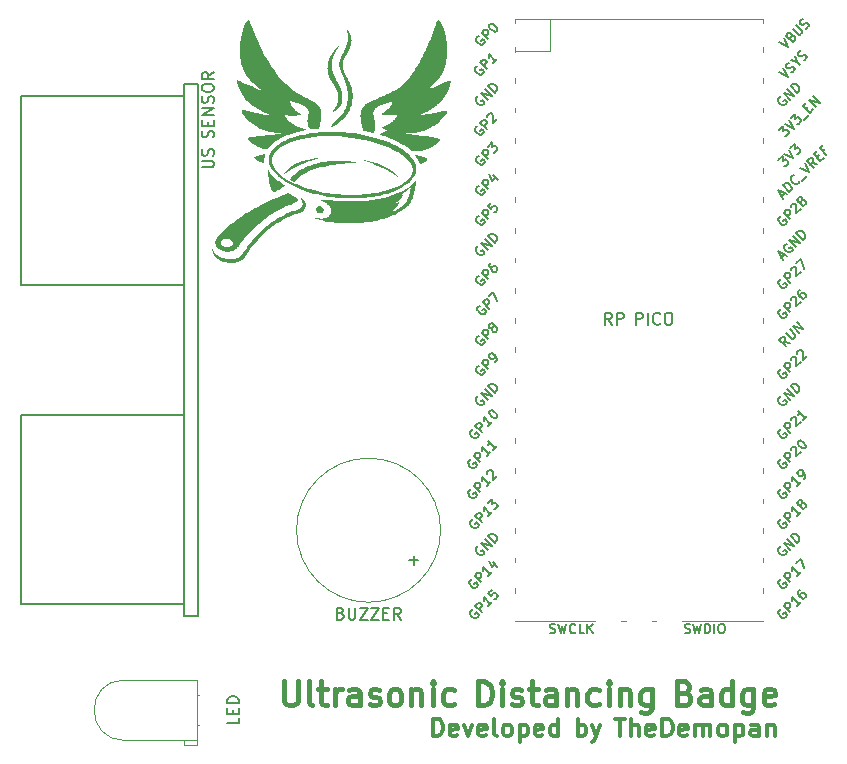
<source format=gbr>
%TF.GenerationSoftware,KiCad,Pcbnew,(7.0.0)*%
%TF.CreationDate,2023-11-05T01:23:08-04:00*%
%TF.ProjectId,Ultrasonic_ruler,556c7472-6173-46f6-9e69-635f72756c65,rev?*%
%TF.SameCoordinates,Original*%
%TF.FileFunction,Legend,Top*%
%TF.FilePolarity,Positive*%
%FSLAX46Y46*%
G04 Gerber Fmt 4.6, Leading zero omitted, Abs format (unit mm)*
G04 Created by KiCad (PCBNEW (7.0.0)) date 2023-11-05 01:23:08*
%MOMM*%
%LPD*%
G01*
G04 APERTURE LIST*
%ADD10C,0.300000*%
%ADD11C,0.000000*%
%ADD12C,0.400000*%
%ADD13C,0.150000*%
%ADD14C,0.127000*%
%ADD15C,0.120000*%
G04 APERTURE END LIST*
D10*
X112117142Y-103813571D02*
X112117142Y-102313571D01*
X112117142Y-102313571D02*
X112474285Y-102313571D01*
X112474285Y-102313571D02*
X112688571Y-102385000D01*
X112688571Y-102385000D02*
X112831428Y-102527857D01*
X112831428Y-102527857D02*
X112902857Y-102670714D01*
X112902857Y-102670714D02*
X112974285Y-102956428D01*
X112974285Y-102956428D02*
X112974285Y-103170714D01*
X112974285Y-103170714D02*
X112902857Y-103456428D01*
X112902857Y-103456428D02*
X112831428Y-103599285D01*
X112831428Y-103599285D02*
X112688571Y-103742142D01*
X112688571Y-103742142D02*
X112474285Y-103813571D01*
X112474285Y-103813571D02*
X112117142Y-103813571D01*
X114188571Y-103742142D02*
X114045714Y-103813571D01*
X114045714Y-103813571D02*
X113760000Y-103813571D01*
X113760000Y-103813571D02*
X113617142Y-103742142D01*
X113617142Y-103742142D02*
X113545714Y-103599285D01*
X113545714Y-103599285D02*
X113545714Y-103027857D01*
X113545714Y-103027857D02*
X113617142Y-102885000D01*
X113617142Y-102885000D02*
X113760000Y-102813571D01*
X113760000Y-102813571D02*
X114045714Y-102813571D01*
X114045714Y-102813571D02*
X114188571Y-102885000D01*
X114188571Y-102885000D02*
X114260000Y-103027857D01*
X114260000Y-103027857D02*
X114260000Y-103170714D01*
X114260000Y-103170714D02*
X113545714Y-103313571D01*
X114759999Y-102813571D02*
X115117142Y-103813571D01*
X115117142Y-103813571D02*
X115474285Y-102813571D01*
X116617142Y-103742142D02*
X116474285Y-103813571D01*
X116474285Y-103813571D02*
X116188571Y-103813571D01*
X116188571Y-103813571D02*
X116045713Y-103742142D01*
X116045713Y-103742142D02*
X115974285Y-103599285D01*
X115974285Y-103599285D02*
X115974285Y-103027857D01*
X115974285Y-103027857D02*
X116045713Y-102885000D01*
X116045713Y-102885000D02*
X116188571Y-102813571D01*
X116188571Y-102813571D02*
X116474285Y-102813571D01*
X116474285Y-102813571D02*
X116617142Y-102885000D01*
X116617142Y-102885000D02*
X116688571Y-103027857D01*
X116688571Y-103027857D02*
X116688571Y-103170714D01*
X116688571Y-103170714D02*
X115974285Y-103313571D01*
X117545713Y-103813571D02*
X117402856Y-103742142D01*
X117402856Y-103742142D02*
X117331427Y-103599285D01*
X117331427Y-103599285D02*
X117331427Y-102313571D01*
X118331427Y-103813571D02*
X118188570Y-103742142D01*
X118188570Y-103742142D02*
X118117141Y-103670714D01*
X118117141Y-103670714D02*
X118045713Y-103527857D01*
X118045713Y-103527857D02*
X118045713Y-103099285D01*
X118045713Y-103099285D02*
X118117141Y-102956428D01*
X118117141Y-102956428D02*
X118188570Y-102885000D01*
X118188570Y-102885000D02*
X118331427Y-102813571D01*
X118331427Y-102813571D02*
X118545713Y-102813571D01*
X118545713Y-102813571D02*
X118688570Y-102885000D01*
X118688570Y-102885000D02*
X118759999Y-102956428D01*
X118759999Y-102956428D02*
X118831427Y-103099285D01*
X118831427Y-103099285D02*
X118831427Y-103527857D01*
X118831427Y-103527857D02*
X118759999Y-103670714D01*
X118759999Y-103670714D02*
X118688570Y-103742142D01*
X118688570Y-103742142D02*
X118545713Y-103813571D01*
X118545713Y-103813571D02*
X118331427Y-103813571D01*
X119474284Y-102813571D02*
X119474284Y-104313571D01*
X119474284Y-102885000D02*
X119617142Y-102813571D01*
X119617142Y-102813571D02*
X119902856Y-102813571D01*
X119902856Y-102813571D02*
X120045713Y-102885000D01*
X120045713Y-102885000D02*
X120117142Y-102956428D01*
X120117142Y-102956428D02*
X120188570Y-103099285D01*
X120188570Y-103099285D02*
X120188570Y-103527857D01*
X120188570Y-103527857D02*
X120117142Y-103670714D01*
X120117142Y-103670714D02*
X120045713Y-103742142D01*
X120045713Y-103742142D02*
X119902856Y-103813571D01*
X119902856Y-103813571D02*
X119617142Y-103813571D01*
X119617142Y-103813571D02*
X119474284Y-103742142D01*
X121402856Y-103742142D02*
X121259999Y-103813571D01*
X121259999Y-103813571D02*
X120974285Y-103813571D01*
X120974285Y-103813571D02*
X120831427Y-103742142D01*
X120831427Y-103742142D02*
X120759999Y-103599285D01*
X120759999Y-103599285D02*
X120759999Y-103027857D01*
X120759999Y-103027857D02*
X120831427Y-102885000D01*
X120831427Y-102885000D02*
X120974285Y-102813571D01*
X120974285Y-102813571D02*
X121259999Y-102813571D01*
X121259999Y-102813571D02*
X121402856Y-102885000D01*
X121402856Y-102885000D02*
X121474285Y-103027857D01*
X121474285Y-103027857D02*
X121474285Y-103170714D01*
X121474285Y-103170714D02*
X120759999Y-103313571D01*
X122759999Y-103813571D02*
X122759999Y-102313571D01*
X122759999Y-103742142D02*
X122617141Y-103813571D01*
X122617141Y-103813571D02*
X122331427Y-103813571D01*
X122331427Y-103813571D02*
X122188570Y-103742142D01*
X122188570Y-103742142D02*
X122117141Y-103670714D01*
X122117141Y-103670714D02*
X122045713Y-103527857D01*
X122045713Y-103527857D02*
X122045713Y-103099285D01*
X122045713Y-103099285D02*
X122117141Y-102956428D01*
X122117141Y-102956428D02*
X122188570Y-102885000D01*
X122188570Y-102885000D02*
X122331427Y-102813571D01*
X122331427Y-102813571D02*
X122617141Y-102813571D01*
X122617141Y-102813571D02*
X122759999Y-102885000D01*
X124374284Y-103813571D02*
X124374284Y-102313571D01*
X124374284Y-102885000D02*
X124517142Y-102813571D01*
X124517142Y-102813571D02*
X124802856Y-102813571D01*
X124802856Y-102813571D02*
X124945713Y-102885000D01*
X124945713Y-102885000D02*
X125017142Y-102956428D01*
X125017142Y-102956428D02*
X125088570Y-103099285D01*
X125088570Y-103099285D02*
X125088570Y-103527857D01*
X125088570Y-103527857D02*
X125017142Y-103670714D01*
X125017142Y-103670714D02*
X124945713Y-103742142D01*
X124945713Y-103742142D02*
X124802856Y-103813571D01*
X124802856Y-103813571D02*
X124517142Y-103813571D01*
X124517142Y-103813571D02*
X124374284Y-103742142D01*
X125588570Y-102813571D02*
X125945713Y-103813571D01*
X126302856Y-102813571D02*
X125945713Y-103813571D01*
X125945713Y-103813571D02*
X125802856Y-104170714D01*
X125802856Y-104170714D02*
X125731427Y-104242142D01*
X125731427Y-104242142D02*
X125588570Y-104313571D01*
X127559999Y-102313571D02*
X128417142Y-102313571D01*
X127988570Y-103813571D02*
X127988570Y-102313571D01*
X128917141Y-103813571D02*
X128917141Y-102313571D01*
X129559999Y-103813571D02*
X129559999Y-103027857D01*
X129559999Y-103027857D02*
X129488570Y-102885000D01*
X129488570Y-102885000D02*
X129345713Y-102813571D01*
X129345713Y-102813571D02*
X129131427Y-102813571D01*
X129131427Y-102813571D02*
X128988570Y-102885000D01*
X128988570Y-102885000D02*
X128917141Y-102956428D01*
X130845713Y-103742142D02*
X130702856Y-103813571D01*
X130702856Y-103813571D02*
X130417142Y-103813571D01*
X130417142Y-103813571D02*
X130274284Y-103742142D01*
X130274284Y-103742142D02*
X130202856Y-103599285D01*
X130202856Y-103599285D02*
X130202856Y-103027857D01*
X130202856Y-103027857D02*
X130274284Y-102885000D01*
X130274284Y-102885000D02*
X130417142Y-102813571D01*
X130417142Y-102813571D02*
X130702856Y-102813571D01*
X130702856Y-102813571D02*
X130845713Y-102885000D01*
X130845713Y-102885000D02*
X130917142Y-103027857D01*
X130917142Y-103027857D02*
X130917142Y-103170714D01*
X130917142Y-103170714D02*
X130202856Y-103313571D01*
X131559998Y-103813571D02*
X131559998Y-102313571D01*
X131559998Y-102313571D02*
X131917141Y-102313571D01*
X131917141Y-102313571D02*
X132131427Y-102385000D01*
X132131427Y-102385000D02*
X132274284Y-102527857D01*
X132274284Y-102527857D02*
X132345713Y-102670714D01*
X132345713Y-102670714D02*
X132417141Y-102956428D01*
X132417141Y-102956428D02*
X132417141Y-103170714D01*
X132417141Y-103170714D02*
X132345713Y-103456428D01*
X132345713Y-103456428D02*
X132274284Y-103599285D01*
X132274284Y-103599285D02*
X132131427Y-103742142D01*
X132131427Y-103742142D02*
X131917141Y-103813571D01*
X131917141Y-103813571D02*
X131559998Y-103813571D01*
X133631427Y-103742142D02*
X133488570Y-103813571D01*
X133488570Y-103813571D02*
X133202856Y-103813571D01*
X133202856Y-103813571D02*
X133059998Y-103742142D01*
X133059998Y-103742142D02*
X132988570Y-103599285D01*
X132988570Y-103599285D02*
X132988570Y-103027857D01*
X132988570Y-103027857D02*
X133059998Y-102885000D01*
X133059998Y-102885000D02*
X133202856Y-102813571D01*
X133202856Y-102813571D02*
X133488570Y-102813571D01*
X133488570Y-102813571D02*
X133631427Y-102885000D01*
X133631427Y-102885000D02*
X133702856Y-103027857D01*
X133702856Y-103027857D02*
X133702856Y-103170714D01*
X133702856Y-103170714D02*
X132988570Y-103313571D01*
X134345712Y-103813571D02*
X134345712Y-102813571D01*
X134345712Y-102956428D02*
X134417141Y-102885000D01*
X134417141Y-102885000D02*
X134559998Y-102813571D01*
X134559998Y-102813571D02*
X134774284Y-102813571D01*
X134774284Y-102813571D02*
X134917141Y-102885000D01*
X134917141Y-102885000D02*
X134988570Y-103027857D01*
X134988570Y-103027857D02*
X134988570Y-103813571D01*
X134988570Y-103027857D02*
X135059998Y-102885000D01*
X135059998Y-102885000D02*
X135202855Y-102813571D01*
X135202855Y-102813571D02*
X135417141Y-102813571D01*
X135417141Y-102813571D02*
X135559998Y-102885000D01*
X135559998Y-102885000D02*
X135631427Y-103027857D01*
X135631427Y-103027857D02*
X135631427Y-103813571D01*
X136559998Y-103813571D02*
X136417141Y-103742142D01*
X136417141Y-103742142D02*
X136345712Y-103670714D01*
X136345712Y-103670714D02*
X136274284Y-103527857D01*
X136274284Y-103527857D02*
X136274284Y-103099285D01*
X136274284Y-103099285D02*
X136345712Y-102956428D01*
X136345712Y-102956428D02*
X136417141Y-102885000D01*
X136417141Y-102885000D02*
X136559998Y-102813571D01*
X136559998Y-102813571D02*
X136774284Y-102813571D01*
X136774284Y-102813571D02*
X136917141Y-102885000D01*
X136917141Y-102885000D02*
X136988570Y-102956428D01*
X136988570Y-102956428D02*
X137059998Y-103099285D01*
X137059998Y-103099285D02*
X137059998Y-103527857D01*
X137059998Y-103527857D02*
X136988570Y-103670714D01*
X136988570Y-103670714D02*
X136917141Y-103742142D01*
X136917141Y-103742142D02*
X136774284Y-103813571D01*
X136774284Y-103813571D02*
X136559998Y-103813571D01*
X137702855Y-102813571D02*
X137702855Y-104313571D01*
X137702855Y-102885000D02*
X137845713Y-102813571D01*
X137845713Y-102813571D02*
X138131427Y-102813571D01*
X138131427Y-102813571D02*
X138274284Y-102885000D01*
X138274284Y-102885000D02*
X138345713Y-102956428D01*
X138345713Y-102956428D02*
X138417141Y-103099285D01*
X138417141Y-103099285D02*
X138417141Y-103527857D01*
X138417141Y-103527857D02*
X138345713Y-103670714D01*
X138345713Y-103670714D02*
X138274284Y-103742142D01*
X138274284Y-103742142D02*
X138131427Y-103813571D01*
X138131427Y-103813571D02*
X137845713Y-103813571D01*
X137845713Y-103813571D02*
X137702855Y-103742142D01*
X139702856Y-103813571D02*
X139702856Y-103027857D01*
X139702856Y-103027857D02*
X139631427Y-102885000D01*
X139631427Y-102885000D02*
X139488570Y-102813571D01*
X139488570Y-102813571D02*
X139202856Y-102813571D01*
X139202856Y-102813571D02*
X139059998Y-102885000D01*
X139702856Y-103742142D02*
X139559998Y-103813571D01*
X139559998Y-103813571D02*
X139202856Y-103813571D01*
X139202856Y-103813571D02*
X139059998Y-103742142D01*
X139059998Y-103742142D02*
X138988570Y-103599285D01*
X138988570Y-103599285D02*
X138988570Y-103456428D01*
X138988570Y-103456428D02*
X139059998Y-103313571D01*
X139059998Y-103313571D02*
X139202856Y-103242142D01*
X139202856Y-103242142D02*
X139559998Y-103242142D01*
X139559998Y-103242142D02*
X139702856Y-103170714D01*
X140417141Y-102813571D02*
X140417141Y-103813571D01*
X140417141Y-102956428D02*
X140488570Y-102885000D01*
X140488570Y-102885000D02*
X140631427Y-102813571D01*
X140631427Y-102813571D02*
X140845713Y-102813571D01*
X140845713Y-102813571D02*
X140988570Y-102885000D01*
X140988570Y-102885000D02*
X141059999Y-103027857D01*
X141059999Y-103027857D02*
X141059999Y-103813571D01*
D11*
G36*
X104174674Y-45376969D02*
G01*
X104175445Y-45377113D01*
X104176074Y-45377404D01*
X104176559Y-45377847D01*
X104176897Y-45378447D01*
X104177083Y-45379211D01*
X104177115Y-45380145D01*
X104176989Y-45381252D01*
X104176703Y-45382540D01*
X104175635Y-45385679D01*
X104173884Y-45389605D01*
X104171424Y-45394363D01*
X104168229Y-45399999D01*
X104164274Y-45406556D01*
X104159531Y-45414080D01*
X104153974Y-45422614D01*
X104147577Y-45432205D01*
X104132161Y-45454731D01*
X104113071Y-45482015D01*
X104090098Y-45514416D01*
X104063033Y-45552289D01*
X103995788Y-45645885D01*
X103961231Y-45695463D01*
X103927346Y-45747132D01*
X103894252Y-45800624D01*
X103862070Y-45855673D01*
X103830920Y-45912014D01*
X103800922Y-45969380D01*
X103772198Y-46027504D01*
X103744867Y-46086122D01*
X103719050Y-46144967D01*
X103694867Y-46203772D01*
X103672438Y-46262271D01*
X103651885Y-46320199D01*
X103633327Y-46377290D01*
X103616886Y-46433276D01*
X103602680Y-46487893D01*
X103590832Y-46540873D01*
X103573489Y-46637056D01*
X103561066Y-46732205D01*
X103553659Y-46826760D01*
X103551367Y-46921163D01*
X103554286Y-47015852D01*
X103562513Y-47111269D01*
X103576147Y-47207853D01*
X103595284Y-47306044D01*
X103620022Y-47406282D01*
X103650457Y-47509008D01*
X103686688Y-47614661D01*
X103728811Y-47723683D01*
X103776925Y-47836512D01*
X103831125Y-47953590D01*
X103891511Y-48075355D01*
X103958178Y-48202249D01*
X104095192Y-48460798D01*
X104205374Y-48679985D01*
X104251323Y-48777399D01*
X104291669Y-48868070D01*
X104326780Y-48953030D01*
X104357025Y-49033311D01*
X104382771Y-49109945D01*
X104404388Y-49183966D01*
X104422243Y-49256404D01*
X104436705Y-49328293D01*
X104448143Y-49400665D01*
X104456924Y-49474551D01*
X104463417Y-49550985D01*
X104467991Y-49630999D01*
X104470814Y-49717424D01*
X104471102Y-49798834D01*
X104468731Y-49875597D01*
X104463580Y-49948083D01*
X104455525Y-50016661D01*
X104444444Y-50081700D01*
X104430214Y-50143570D01*
X104412714Y-50202640D01*
X104391820Y-50259280D01*
X104367410Y-50313858D01*
X104339361Y-50366744D01*
X104307551Y-50418306D01*
X104271858Y-50468915D01*
X104232158Y-50518940D01*
X104188330Y-50568750D01*
X104140250Y-50618713D01*
X104111554Y-50645866D01*
X104078899Y-50674182D01*
X104043088Y-50703168D01*
X104004922Y-50732333D01*
X103965203Y-50761183D01*
X103924732Y-50789225D01*
X103884311Y-50815968D01*
X103844741Y-50840919D01*
X103806825Y-50863585D01*
X103771363Y-50883473D01*
X103739158Y-50900091D01*
X103711011Y-50912946D01*
X103687723Y-50921546D01*
X103670096Y-50925397D01*
X103663656Y-50925389D01*
X103658932Y-50924009D01*
X103656024Y-50921195D01*
X103655033Y-50916887D01*
X103655528Y-50915076D01*
X103656981Y-50911874D01*
X103659342Y-50907360D01*
X103662563Y-50901612D01*
X103671388Y-50886725D01*
X103683065Y-50867837D01*
X103697201Y-50845571D01*
X103713407Y-50820553D01*
X103731290Y-50793405D01*
X103750458Y-50764751D01*
X103794177Y-50697903D01*
X103834923Y-50631462D01*
X103872717Y-50565369D01*
X103907579Y-50499565D01*
X103939529Y-50433990D01*
X103968586Y-50368585D01*
X103994770Y-50303292D01*
X104018101Y-50238051D01*
X104038600Y-50172803D01*
X104056285Y-50107489D01*
X104071177Y-50042050D01*
X104083296Y-49976426D01*
X104092661Y-49910559D01*
X104099293Y-49844390D01*
X104103211Y-49777858D01*
X104104435Y-49710906D01*
X104103130Y-49634113D01*
X104099349Y-49560233D01*
X104092884Y-49488691D01*
X104083526Y-49418912D01*
X104071068Y-49350320D01*
X104055301Y-49282341D01*
X104036017Y-49214398D01*
X104013008Y-49145917D01*
X103986066Y-49076322D01*
X103954983Y-49005038D01*
X103919550Y-48931489D01*
X103879560Y-48855101D01*
X103834804Y-48775297D01*
X103785074Y-48691503D01*
X103730163Y-48603143D01*
X103669861Y-48509643D01*
X103604689Y-48408617D01*
X103545474Y-48313381D01*
X103491972Y-48223251D01*
X103443940Y-48137544D01*
X103401135Y-48055575D01*
X103363314Y-47976662D01*
X103330234Y-47900120D01*
X103301651Y-47825266D01*
X103277322Y-47751417D01*
X103257004Y-47677888D01*
X103240453Y-47603997D01*
X103227427Y-47529060D01*
X103217682Y-47452393D01*
X103210975Y-47373312D01*
X103207062Y-47291135D01*
X103205701Y-47205177D01*
X103206896Y-47123821D01*
X103210807Y-47043784D01*
X103217456Y-46964989D01*
X103226866Y-46887361D01*
X103239060Y-46810825D01*
X103254061Y-46735305D01*
X103271891Y-46660727D01*
X103292573Y-46587014D01*
X103316130Y-46514092D01*
X103342584Y-46441885D01*
X103371959Y-46370317D01*
X103404277Y-46299314D01*
X103439560Y-46228799D01*
X103477832Y-46158699D01*
X103519115Y-46088936D01*
X103563431Y-46019437D01*
X103590045Y-45980859D01*
X103621083Y-45938809D01*
X103655876Y-45894008D01*
X103693758Y-45847180D01*
X103776109Y-45750330D01*
X103862787Y-45654040D01*
X103948446Y-45564087D01*
X104027735Y-45486253D01*
X104063320Y-45453687D01*
X104095308Y-45426318D01*
X104123029Y-45404868D01*
X104145815Y-45390060D01*
X104155606Y-45384651D01*
X104163819Y-45380429D01*
X104167269Y-45378874D01*
X104170245Y-45377749D01*
X104172722Y-45377099D01*
X104173766Y-45376967D01*
X104174674Y-45376969D01*
G37*
G36*
X104835614Y-43961409D02*
G01*
X104840656Y-43964026D01*
X104846811Y-43968291D01*
X104853996Y-43974107D01*
X104871127Y-43989992D01*
X104891383Y-44010891D01*
X104914103Y-44036014D01*
X104938621Y-44064570D01*
X104964275Y-44095769D01*
X104990401Y-44128820D01*
X105016335Y-44162934D01*
X105041414Y-44197321D01*
X105064975Y-44231188D01*
X105086353Y-44263748D01*
X105104885Y-44294208D01*
X105119907Y-44321779D01*
X105142301Y-44368744D01*
X105162347Y-44416237D01*
X105180051Y-44464338D01*
X105195421Y-44513124D01*
X105208465Y-44562673D01*
X105219190Y-44613064D01*
X105227602Y-44664375D01*
X105233711Y-44716685D01*
X105237522Y-44770072D01*
X105239043Y-44824613D01*
X105238282Y-44880388D01*
X105235246Y-44937474D01*
X105229942Y-44995950D01*
X105222377Y-45055894D01*
X105212560Y-45117385D01*
X105200496Y-45180500D01*
X105190422Y-45226092D01*
X105178959Y-45271717D01*
X105166018Y-45317573D01*
X105151511Y-45363854D01*
X105135352Y-45410760D01*
X105117451Y-45458485D01*
X105097722Y-45507226D01*
X105076075Y-45557181D01*
X105052424Y-45608545D01*
X105026680Y-45661516D01*
X104998755Y-45716289D01*
X104968562Y-45773062D01*
X104936012Y-45832032D01*
X104901018Y-45893394D01*
X104823345Y-46024082D01*
X104744663Y-46157434D01*
X104710543Y-46218807D01*
X104679696Y-46277223D01*
X104651967Y-46333117D01*
X104627201Y-46386924D01*
X104605243Y-46439078D01*
X104585937Y-46490014D01*
X104569128Y-46540167D01*
X104554661Y-46589972D01*
X104542381Y-46639861D01*
X104532132Y-46690272D01*
X104523758Y-46741637D01*
X104517106Y-46794392D01*
X104512019Y-46848971D01*
X104508343Y-46905809D01*
X104505541Y-46976319D01*
X104504933Y-47042894D01*
X104506853Y-47106538D01*
X104511636Y-47168250D01*
X104519613Y-47229034D01*
X104531120Y-47289891D01*
X104546489Y-47351823D01*
X104566055Y-47415832D01*
X104590150Y-47482919D01*
X104619109Y-47554086D01*
X104653266Y-47630335D01*
X104692953Y-47712668D01*
X104738505Y-47802086D01*
X104790255Y-47899592D01*
X104913685Y-48122874D01*
X104975129Y-48235296D01*
X105031478Y-48345226D01*
X105082955Y-48453193D01*
X105129784Y-48559726D01*
X105172186Y-48665356D01*
X105210384Y-48770612D01*
X105244603Y-48876025D01*
X105275063Y-48982124D01*
X105288713Y-49039241D01*
X105300554Y-49101858D01*
X105310585Y-49169316D01*
X105318807Y-49240955D01*
X105325219Y-49316117D01*
X105329819Y-49394142D01*
X105332609Y-49474372D01*
X105333586Y-49556147D01*
X105332750Y-49638808D01*
X105330102Y-49721697D01*
X105325639Y-49804153D01*
X105319362Y-49885519D01*
X105311271Y-49965134D01*
X105301364Y-50042340D01*
X105289640Y-50116478D01*
X105276101Y-50186889D01*
X105240559Y-50332897D01*
X105196264Y-50476503D01*
X105143368Y-50617516D01*
X105082021Y-50755743D01*
X105012376Y-50890993D01*
X104934584Y-51023074D01*
X104848796Y-51151794D01*
X104755165Y-51276962D01*
X104653842Y-51398385D01*
X104544979Y-51515872D01*
X104428727Y-51629231D01*
X104305237Y-51738270D01*
X104174663Y-51842798D01*
X104037154Y-51942622D01*
X103892864Y-52037551D01*
X103741942Y-52127393D01*
X103606389Y-52203640D01*
X103564643Y-52226004D01*
X103548883Y-52233833D01*
X103535998Y-52239649D01*
X103525590Y-52243622D01*
X103517261Y-52245918D01*
X103510612Y-52246704D01*
X103505243Y-52246149D01*
X103500757Y-52244421D01*
X103496753Y-52241686D01*
X103488601Y-52233868D01*
X103488598Y-52233869D01*
X103484783Y-52228873D01*
X103482292Y-52222843D01*
X103481123Y-52215780D01*
X103481273Y-52207690D01*
X103482739Y-52198573D01*
X103485520Y-52188434D01*
X103489613Y-52177276D01*
X103495016Y-52165100D01*
X103501726Y-52151912D01*
X103509741Y-52137712D01*
X103519058Y-52122505D01*
X103529676Y-52106293D01*
X103554802Y-52070867D01*
X103585100Y-52031459D01*
X103620551Y-51988091D01*
X103661136Y-51940789D01*
X103706836Y-51889576D01*
X103757632Y-51834476D01*
X103813505Y-51775513D01*
X103874436Y-51712712D01*
X103940406Y-51646095D01*
X104011396Y-51575687D01*
X104163432Y-51424883D01*
X104286419Y-51299288D01*
X104338610Y-51243967D01*
X104385448Y-51192576D01*
X104427568Y-51144325D01*
X104465608Y-51098422D01*
X104500204Y-51054078D01*
X104531992Y-51010501D01*
X104561608Y-50966902D01*
X104589689Y-50922489D01*
X104616871Y-50876472D01*
X104643791Y-50828060D01*
X104699387Y-50720888D01*
X104728772Y-50660398D01*
X104755502Y-50601081D01*
X104779680Y-50542371D01*
X104801412Y-50483707D01*
X104820799Y-50424523D01*
X104837944Y-50364258D01*
X104852952Y-50302346D01*
X104865925Y-50238225D01*
X104876968Y-50171331D01*
X104886182Y-50101100D01*
X104893672Y-50026969D01*
X104899540Y-49948374D01*
X104903891Y-49864751D01*
X104906826Y-49775538D01*
X104908451Y-49680169D01*
X104908867Y-49578082D01*
X104908204Y-49428871D01*
X104906289Y-49306610D01*
X104902519Y-49204731D01*
X104896290Y-49116663D01*
X104886999Y-49035836D01*
X104874042Y-48955681D01*
X104856816Y-48869626D01*
X104834716Y-48771104D01*
X104801633Y-48636331D01*
X104765793Y-48506887D01*
X104726496Y-48380873D01*
X104683044Y-48256389D01*
X104634738Y-48131538D01*
X104580878Y-48004418D01*
X104520766Y-47873132D01*
X104453704Y-47735780D01*
X104387361Y-47600093D01*
X104333095Y-47480616D01*
X104310175Y-47425924D01*
X104289896Y-47374044D01*
X104272132Y-47324564D01*
X104256757Y-47277069D01*
X104243645Y-47231148D01*
X104232669Y-47186386D01*
X104223705Y-47142370D01*
X104216625Y-47098688D01*
X104211303Y-47054925D01*
X104207615Y-47010668D01*
X104205433Y-46965504D01*
X104204632Y-46919020D01*
X104205347Y-46867809D01*
X104207972Y-46817512D01*
X104212724Y-46767488D01*
X104219820Y-46717099D01*
X104229476Y-46665707D01*
X104241908Y-46612672D01*
X104257334Y-46557356D01*
X104275969Y-46499121D01*
X104298031Y-46437327D01*
X104323736Y-46371335D01*
X104353301Y-46300508D01*
X104386941Y-46224205D01*
X104424875Y-46141789D01*
X104467318Y-46052620D01*
X104566598Y-45851470D01*
X104667742Y-45645377D01*
X104710883Y-45553124D01*
X104749383Y-45467027D01*
X104783478Y-45386308D01*
X104813403Y-45310186D01*
X104839392Y-45237883D01*
X104861682Y-45168618D01*
X104880506Y-45101613D01*
X104896101Y-45036088D01*
X104908701Y-44971264D01*
X104918542Y-44906361D01*
X104925858Y-44840600D01*
X104930885Y-44773202D01*
X104933859Y-44703386D01*
X104935013Y-44630374D01*
X104934872Y-44532521D01*
X104932893Y-44450925D01*
X104930921Y-44414404D01*
X104928139Y-44379762D01*
X104924430Y-44346272D01*
X104919676Y-44313205D01*
X104913760Y-44279833D01*
X104906566Y-44245427D01*
X104897977Y-44209260D01*
X104887876Y-44170604D01*
X104862669Y-44082907D01*
X104830009Y-43976512D01*
X104828239Y-43969404D01*
X104827998Y-43964438D01*
X104829202Y-43961516D01*
X104831768Y-43960539D01*
X104835614Y-43961409D01*
G37*
G36*
X96520000Y-43180000D02*
G01*
X96526538Y-43180803D01*
X96532874Y-43182141D01*
X96539027Y-43184037D01*
X96545015Y-43186515D01*
X96550858Y-43189600D01*
X96556574Y-43193315D01*
X96562182Y-43197685D01*
X96567701Y-43202733D01*
X96573150Y-43208483D01*
X96578548Y-43214960D01*
X96583913Y-43222188D01*
X96589265Y-43230190D01*
X96594622Y-43238991D01*
X96600003Y-43248615D01*
X96605427Y-43259085D01*
X96610913Y-43270426D01*
X96616480Y-43282661D01*
X96622146Y-43295815D01*
X96633854Y-43324975D01*
X96646186Y-43358098D01*
X96659294Y-43395376D01*
X96673328Y-43437002D01*
X96722037Y-43576012D01*
X96786681Y-43748765D01*
X96863489Y-43945984D01*
X96948692Y-44158390D01*
X97129202Y-44591653D01*
X97216969Y-44793955D01*
X97298049Y-44974333D01*
X97481520Y-45362618D01*
X97667192Y-45734160D01*
X97855247Y-46089198D01*
X98045865Y-46427968D01*
X98239227Y-46750709D01*
X98435515Y-47057658D01*
X98634909Y-47349053D01*
X98837590Y-47625132D01*
X99043739Y-47886133D01*
X99253537Y-48132293D01*
X99467166Y-48363850D01*
X99684806Y-48581042D01*
X99906638Y-48784106D01*
X100132843Y-48973281D01*
X100363602Y-49148805D01*
X100599096Y-49310914D01*
X100664936Y-49352064D01*
X100750891Y-49402859D01*
X100853325Y-49461300D01*
X100968604Y-49525389D01*
X101093091Y-49593126D01*
X101223151Y-49662513D01*
X101355150Y-49731551D01*
X101485451Y-49798241D01*
X101709396Y-49912057D01*
X101886318Y-50003815D01*
X102024074Y-50078360D01*
X102130523Y-50140539D01*
X102174463Y-50168505D01*
X102213523Y-50195197D01*
X102248685Y-50221221D01*
X102280932Y-50247182D01*
X102340606Y-50301339D01*
X102400406Y-50362514D01*
X102454699Y-50424302D01*
X102479701Y-50456100D01*
X102503281Y-50488550D01*
X102525444Y-50521690D01*
X102546195Y-50555558D01*
X102565539Y-50590189D01*
X102583483Y-50625623D01*
X102600031Y-50661896D01*
X102615188Y-50699046D01*
X102628960Y-50737110D01*
X102641353Y-50776125D01*
X102652371Y-50816129D01*
X102662020Y-50857159D01*
X102670305Y-50899253D01*
X102677232Y-50942448D01*
X102687033Y-51032291D01*
X102691463Y-51126986D01*
X102690567Y-51226833D01*
X102684387Y-51332131D01*
X102672966Y-51443179D01*
X102656346Y-51560275D01*
X102634571Y-51683720D01*
X102607682Y-51813811D01*
X102536556Y-52132364D01*
X102512552Y-52228626D01*
X102502268Y-52264135D01*
X102492681Y-52292424D01*
X102483458Y-52314387D01*
X102474263Y-52330918D01*
X102464761Y-52342914D01*
X102454617Y-52351268D01*
X102443496Y-52356877D01*
X102431064Y-52360634D01*
X102400924Y-52366174D01*
X102299186Y-52382213D01*
X102192281Y-52395972D01*
X102085501Y-52407094D01*
X101984139Y-52415223D01*
X101893485Y-52420003D01*
X101818832Y-52421079D01*
X101789159Y-52420116D01*
X101765471Y-52418094D01*
X101748430Y-52414968D01*
X101738695Y-52410694D01*
X101734807Y-52406861D01*
X101730140Y-52401210D01*
X101724757Y-52393852D01*
X101718719Y-52384899D01*
X101712089Y-52374461D01*
X101704927Y-52362650D01*
X101689262Y-52335356D01*
X101672217Y-52303907D01*
X101654290Y-52269193D01*
X101635977Y-52232105D01*
X101617773Y-52193534D01*
X101596370Y-52144023D01*
X101577393Y-52093585D01*
X101560840Y-52042142D01*
X101546705Y-51989621D01*
X101534985Y-51935945D01*
X101525675Y-51881041D01*
X101518771Y-51824832D01*
X101514268Y-51767244D01*
X101512163Y-51708201D01*
X101512451Y-51647629D01*
X101515127Y-51585451D01*
X101520189Y-51521593D01*
X101527630Y-51455980D01*
X101537448Y-51388536D01*
X101549637Y-51319187D01*
X101564194Y-51247856D01*
X101585745Y-51139040D01*
X101593896Y-51088427D01*
X101600149Y-51040185D01*
X101604392Y-50994195D01*
X101606514Y-50950339D01*
X101606403Y-50908497D01*
X101603947Y-50868552D01*
X101599036Y-50830383D01*
X101591556Y-50793874D01*
X101581397Y-50758903D01*
X101568448Y-50725354D01*
X101552595Y-50693106D01*
X101533729Y-50662042D01*
X101511736Y-50632042D01*
X101486507Y-50602987D01*
X101457928Y-50574760D01*
X101425889Y-50547240D01*
X101390278Y-50520309D01*
X101350983Y-50493849D01*
X101307893Y-50467740D01*
X101260896Y-50441864D01*
X101209880Y-50416102D01*
X101154734Y-50390335D01*
X101031605Y-50338311D01*
X100890617Y-50284842D01*
X100730876Y-50228978D01*
X100551490Y-50169767D01*
X100425461Y-50127767D01*
X100301387Y-50084160D01*
X100193549Y-50044099D01*
X100150183Y-50027009D01*
X100116231Y-50012736D01*
X100086065Y-49999653D01*
X100059821Y-49988949D01*
X100037458Y-49980875D01*
X100027719Y-49977903D01*
X100018936Y-49975683D01*
X100011103Y-49974247D01*
X100004215Y-49973626D01*
X99998267Y-49973852D01*
X99993254Y-49974955D01*
X99989172Y-49976968D01*
X99986015Y-49979922D01*
X99983778Y-49983848D01*
X99982456Y-49988778D01*
X99982044Y-49994743D01*
X99982538Y-50001775D01*
X99983932Y-50009905D01*
X99986220Y-50019166D01*
X99989399Y-50029587D01*
X99993464Y-50041201D01*
X100004227Y-50068133D01*
X100018471Y-50100213D01*
X100036156Y-50137694D01*
X100057240Y-50180827D01*
X100081685Y-50229863D01*
X100117360Y-50297691D01*
X100155663Y-50364248D01*
X100196423Y-50429348D01*
X100239463Y-50492809D01*
X100284610Y-50554448D01*
X100331689Y-50614082D01*
X100380527Y-50671526D01*
X100430949Y-50726597D01*
X100482780Y-50779112D01*
X100535847Y-50828888D01*
X100589975Y-50875742D01*
X100644989Y-50919489D01*
X100700716Y-50959947D01*
X100756981Y-50996932D01*
X100813610Y-51030260D01*
X100870429Y-51059750D01*
X100897913Y-51073417D01*
X100923593Y-51086901D01*
X100946906Y-51099854D01*
X100967285Y-51111929D01*
X100984166Y-51122779D01*
X100991118Y-51127635D01*
X100996984Y-51132055D01*
X101001693Y-51135994D01*
X101005174Y-51139410D01*
X101007357Y-51142258D01*
X101007939Y-51143456D01*
X101008171Y-51144496D01*
X101007835Y-51146893D01*
X101006579Y-51149392D01*
X101004420Y-51151987D01*
X101001375Y-51154674D01*
X100997462Y-51157448D01*
X100992697Y-51160305D01*
X100980679Y-51166249D01*
X100965458Y-51172469D01*
X100947170Y-51178927D01*
X100925952Y-51185587D01*
X100901938Y-51192412D01*
X100875266Y-51199364D01*
X100846072Y-51206407D01*
X100814491Y-51213504D01*
X100780659Y-51220617D01*
X100744714Y-51227710D01*
X100706790Y-51234745D01*
X100667025Y-51241686D01*
X100625553Y-51248496D01*
X100581757Y-51254160D01*
X100529783Y-51258666D01*
X100406433Y-51264354D01*
X100265760Y-51265855D01*
X100118021Y-51263463D01*
X99973476Y-51257472D01*
X99842381Y-51248177D01*
X99734995Y-51235871D01*
X99693399Y-51228681D01*
X99661576Y-51220849D01*
X99643153Y-51215417D01*
X99625631Y-51210684D01*
X99609418Y-51206729D01*
X99594922Y-51203632D01*
X99582550Y-51201473D01*
X99572709Y-51200332D01*
X99568865Y-51200168D01*
X99565806Y-51200288D01*
X99563584Y-51200702D01*
X99562250Y-51201421D01*
X99561985Y-51202096D01*
X99562059Y-51203242D01*
X99563195Y-51206893D01*
X99565594Y-51212274D01*
X99569195Y-51219285D01*
X99573935Y-51227829D01*
X99579752Y-51237806D01*
X99594369Y-51261663D01*
X99612548Y-51290064D01*
X99633793Y-51322215D01*
X99657606Y-51357325D01*
X99683490Y-51394602D01*
X99741760Y-51473617D01*
X99803481Y-51549564D01*
X99868777Y-51622527D01*
X99937773Y-51692589D01*
X100010593Y-51759832D01*
X100087363Y-51824340D01*
X100168206Y-51886195D01*
X100253248Y-51945481D01*
X100342613Y-52002281D01*
X100436426Y-52056676D01*
X100534811Y-52108751D01*
X100637893Y-52158589D01*
X100745796Y-52206271D01*
X100858646Y-52251882D01*
X100976566Y-52295504D01*
X101099682Y-52337220D01*
X101152600Y-52354908D01*
X101202342Y-52372544D01*
X101247793Y-52389660D01*
X101287838Y-52405790D01*
X101321361Y-52420466D01*
X101347246Y-52433222D01*
X101356977Y-52438733D01*
X101364380Y-52443590D01*
X101369315Y-52447732D01*
X101371644Y-52451102D01*
X101371782Y-52452804D01*
X101371121Y-52454634D01*
X101369672Y-52456590D01*
X101367447Y-52458667D01*
X101364456Y-52460864D01*
X101360711Y-52463175D01*
X101351001Y-52468131D01*
X101338406Y-52473509D01*
X101323014Y-52479281D01*
X101304914Y-52485421D01*
X101284193Y-52491903D01*
X101260941Y-52498699D01*
X101235244Y-52505783D01*
X101207193Y-52513129D01*
X101176875Y-52520709D01*
X101144378Y-52528497D01*
X101109791Y-52536467D01*
X101073202Y-52544591D01*
X101034700Y-52552843D01*
X100717249Y-52626112D01*
X100407102Y-52710249D01*
X100107435Y-52804042D01*
X99821426Y-52906281D01*
X99552252Y-53015754D01*
X99424971Y-53072825D01*
X99303089Y-53131250D01*
X99187006Y-53190877D01*
X99077116Y-53251556D01*
X98973819Y-53313135D01*
X98877510Y-53375462D01*
X98835825Y-53404668D01*
X98792264Y-53437119D01*
X98747253Y-53472404D01*
X98701219Y-53510114D01*
X98654591Y-53549837D01*
X98607797Y-53591162D01*
X98515415Y-53676981D01*
X98427495Y-53764286D01*
X98386277Y-53807470D01*
X98347457Y-53849793D01*
X98311462Y-53890847D01*
X98278720Y-53930220D01*
X98249658Y-53967501D01*
X98224704Y-54002280D01*
X98206217Y-54028738D01*
X98197403Y-54040712D01*
X98188790Y-54051860D01*
X98180315Y-54062190D01*
X98171915Y-54071712D01*
X98163527Y-54080435D01*
X98155088Y-54088366D01*
X98146534Y-54095514D01*
X98137802Y-54101888D01*
X98128829Y-54107497D01*
X98119551Y-54112349D01*
X98109906Y-54116452D01*
X98099831Y-54119815D01*
X98089261Y-54122448D01*
X98078134Y-54124357D01*
X98066387Y-54125553D01*
X98053956Y-54126043D01*
X98040778Y-54125836D01*
X98026790Y-54124941D01*
X98011929Y-54123366D01*
X97996131Y-54121120D01*
X97979334Y-54118211D01*
X97961473Y-54114648D01*
X97942486Y-54110440D01*
X97922310Y-54105595D01*
X97878136Y-54094029D01*
X97828446Y-54080019D01*
X97772734Y-54063633D01*
X97772736Y-54063633D01*
X97726367Y-54048992D01*
X97676283Y-54031678D01*
X97567698Y-53990303D01*
X97452439Y-53942058D01*
X97335959Y-53889492D01*
X97223715Y-53835156D01*
X97121162Y-53781599D01*
X97033756Y-53731371D01*
X96997437Y-53708302D01*
X96966952Y-53687022D01*
X96886949Y-53626888D01*
X96814468Y-53570705D01*
X96749406Y-53518340D01*
X96691664Y-53469665D01*
X96641140Y-53424549D01*
X96597735Y-53382863D01*
X96561347Y-53344476D01*
X96531877Y-53309258D01*
X96509223Y-53277079D01*
X96493285Y-53247809D01*
X96487803Y-53234225D01*
X96483963Y-53221319D01*
X96481751Y-53209075D01*
X96481156Y-53197477D01*
X96482163Y-53186510D01*
X96484762Y-53176155D01*
X96488940Y-53166398D01*
X96494683Y-53157222D01*
X96501980Y-53148611D01*
X96510817Y-53140548D01*
X96521183Y-53133018D01*
X96533064Y-53126003D01*
X96552357Y-53118600D01*
X96584207Y-53110169D01*
X96683320Y-53090524D01*
X96825891Y-53067669D01*
X97007406Y-53042207D01*
X97223352Y-53014736D01*
X97469215Y-52985860D01*
X97740482Y-52956179D01*
X98032638Y-52926293D01*
X98328971Y-52895238D01*
X98627289Y-52860988D01*
X98892864Y-52827703D01*
X99090971Y-52799543D01*
X99461388Y-52740847D01*
X99090971Y-52722108D01*
X98837104Y-52705152D01*
X98718756Y-52693850D01*
X98605350Y-52680469D01*
X98496298Y-52664864D01*
X98391012Y-52646888D01*
X98288907Y-52626394D01*
X98189394Y-52603236D01*
X98091886Y-52577269D01*
X97995797Y-52548344D01*
X97900539Y-52516317D01*
X97805524Y-52481040D01*
X97710167Y-52442367D01*
X97613880Y-52400152D01*
X97516075Y-52354248D01*
X97416165Y-52304510D01*
X97355632Y-52272701D01*
X97293629Y-52238453D01*
X97166681Y-52163661D01*
X97038249Y-52082184D01*
X96911260Y-51996073D01*
X96788641Y-51907376D01*
X96673321Y-51818146D01*
X96568226Y-51730431D01*
X96520428Y-51687783D01*
X96476284Y-51646282D01*
X96430288Y-51600100D01*
X96383366Y-51549869D01*
X96336056Y-51496364D01*
X96288893Y-51440361D01*
X96242412Y-51382636D01*
X96197151Y-51323962D01*
X96153645Y-51265116D01*
X96112430Y-51206872D01*
X96074042Y-51150006D01*
X96039018Y-51095292D01*
X96007892Y-51043507D01*
X95981203Y-50995424D01*
X95959485Y-50951820D01*
X95943274Y-50913470D01*
X95933107Y-50881148D01*
X95930458Y-50867490D01*
X95929520Y-50855630D01*
X95929695Y-50845158D01*
X95930361Y-50835338D01*
X95931555Y-50826169D01*
X95933312Y-50817648D01*
X95935668Y-50809775D01*
X95938658Y-50802547D01*
X95942319Y-50795962D01*
X95944412Y-50792911D01*
X95946686Y-50790020D01*
X95949145Y-50787288D01*
X95951794Y-50784717D01*
X95954638Y-50782306D01*
X95957681Y-50780054D01*
X95960927Y-50777961D01*
X95964381Y-50776027D01*
X95971930Y-50772636D01*
X95980363Y-50769878D01*
X95989718Y-50767752D01*
X96000029Y-50766257D01*
X96011333Y-50765390D01*
X96023664Y-50765150D01*
X96037059Y-50765535D01*
X96051554Y-50766544D01*
X96067184Y-50768175D01*
X96083986Y-50770426D01*
X96101994Y-50773295D01*
X96121244Y-50776782D01*
X96141773Y-50780883D01*
X96163617Y-50785598D01*
X96186810Y-50790925D01*
X96211389Y-50796862D01*
X96237389Y-50803408D01*
X96293797Y-50818318D01*
X96356321Y-50835641D01*
X96518758Y-50878834D01*
X96719350Y-50928260D01*
X96932611Y-50977824D01*
X97133055Y-51021429D01*
X97314830Y-51057296D01*
X97524695Y-51095636D01*
X97965313Y-51169658D01*
X98328145Y-51223346D01*
X98440778Y-51236268D01*
X98472966Y-51238147D01*
X98486428Y-51236551D01*
X98486530Y-51235963D01*
X98485929Y-51235124D01*
X98482685Y-51232717D01*
X98476830Y-51229387D01*
X98468499Y-51225188D01*
X98444946Y-51214410D01*
X98413100Y-51200832D01*
X98374037Y-51184899D01*
X98328833Y-51167061D01*
X98278561Y-51147765D01*
X98224298Y-51127457D01*
X97977327Y-51030287D01*
X97741265Y-50925429D01*
X97516182Y-50812948D01*
X97302150Y-50692913D01*
X97099240Y-50565389D01*
X96907523Y-50430443D01*
X96727071Y-50288143D01*
X96557956Y-50138554D01*
X96400248Y-49981745D01*
X96254019Y-49817782D01*
X96119340Y-49646732D01*
X95996282Y-49468661D01*
X95884917Y-49283637D01*
X95785317Y-49091727D01*
X95697551Y-48892996D01*
X95621693Y-48687513D01*
X95593360Y-48601233D01*
X95570123Y-48525782D01*
X95552488Y-48460902D01*
X95545928Y-48432346D01*
X95540958Y-48406335D01*
X95537641Y-48382838D01*
X95536040Y-48361822D01*
X95536218Y-48343254D01*
X95538238Y-48327104D01*
X95542164Y-48313337D01*
X95548059Y-48301923D01*
X95555985Y-48292828D01*
X95566007Y-48286020D01*
X95578186Y-48281467D01*
X95592587Y-48279137D01*
X95609272Y-48278997D01*
X95628305Y-48281015D01*
X95649749Y-48285158D01*
X95673666Y-48291395D01*
X95700121Y-48299693D01*
X95729175Y-48310020D01*
X95795339Y-48336631D01*
X95872660Y-48370968D01*
X95961646Y-48412773D01*
X96062802Y-48461789D01*
X96293468Y-48570772D01*
X96545739Y-48683577D01*
X96804039Y-48793982D01*
X97052797Y-48895765D01*
X97276439Y-48982705D01*
X97459391Y-49048581D01*
X97586081Y-49087171D01*
X97623461Y-49094289D01*
X97640935Y-49092253D01*
X97641258Y-49091565D01*
X97641144Y-49090592D01*
X97640606Y-49089343D01*
X97639652Y-49087825D01*
X97638292Y-49086046D01*
X97636537Y-49084015D01*
X97631880Y-49079226D01*
X97625762Y-49073521D01*
X97618262Y-49066963D01*
X97609460Y-49059617D01*
X97599437Y-49051545D01*
X97588271Y-49042811D01*
X97576044Y-49033478D01*
X97562836Y-49023611D01*
X97548725Y-49013272D01*
X97533793Y-49002524D01*
X97518120Y-48991432D01*
X97501785Y-48980059D01*
X97484868Y-48968468D01*
X97326083Y-48855731D01*
X97174454Y-48738323D01*
X97030128Y-48616451D01*
X96893254Y-48490325D01*
X96763978Y-48360151D01*
X96642450Y-48226137D01*
X96528818Y-48088492D01*
X96423228Y-47947424D01*
X96325829Y-47803140D01*
X96236769Y-47655848D01*
X96156196Y-47505757D01*
X96084257Y-47353074D01*
X96021102Y-47198007D01*
X95966876Y-47040764D01*
X95921730Y-46881553D01*
X95885810Y-46720583D01*
X95867810Y-46616161D01*
X95852410Y-46503342D01*
X95839601Y-46383083D01*
X95829375Y-46256345D01*
X95816634Y-45987261D01*
X95814121Y-45703763D01*
X95821765Y-45413519D01*
X95839499Y-45124202D01*
X95867254Y-44843482D01*
X95884868Y-44708743D01*
X95904961Y-44579030D01*
X95929477Y-44443352D01*
X95956723Y-44311105D01*
X95986433Y-44182942D01*
X96018340Y-44059515D01*
X96052177Y-43941475D01*
X96087677Y-43829474D01*
X96124575Y-43724164D01*
X96162602Y-43626198D01*
X96201491Y-43536227D01*
X96240977Y-43454903D01*
X96280793Y-43382878D01*
X96320670Y-43320804D01*
X96360344Y-43269334D01*
X96399546Y-43229118D01*
X96438010Y-43200809D01*
X96456882Y-43191323D01*
X96475469Y-43185059D01*
X96483617Y-43183160D01*
X96491449Y-43181652D01*
X96498984Y-43180557D01*
X96506242Y-43179901D01*
X96513241Y-43179708D01*
X96520000Y-43180000D01*
G37*
G36*
X112607600Y-43177817D02*
G01*
X112631413Y-43185661D01*
X112655704Y-43198534D01*
X112680410Y-43216275D01*
X112705470Y-43238720D01*
X112730821Y-43265705D01*
X112756402Y-43297069D01*
X112782151Y-43332647D01*
X112808005Y-43372278D01*
X112833903Y-43415797D01*
X112885580Y-43513851D01*
X112936687Y-43625505D01*
X112986728Y-43749455D01*
X113035206Y-43884398D01*
X113081625Y-44029029D01*
X113125489Y-44182044D01*
X113166302Y-44342140D01*
X113203567Y-44508012D01*
X113236788Y-44678357D01*
X113265470Y-44851871D01*
X113289115Y-45027249D01*
X113303971Y-45192104D01*
X113313805Y-45387136D01*
X113318732Y-45601110D01*
X113318863Y-45822789D01*
X113314311Y-46040937D01*
X113305190Y-46244318D01*
X113291612Y-46421695D01*
X113273691Y-46561832D01*
X113253620Y-46671638D01*
X113231225Y-46778878D01*
X113206472Y-46883636D01*
X113179326Y-46985996D01*
X113149753Y-47086042D01*
X113117717Y-47183859D01*
X113083183Y-47279531D01*
X113046117Y-47373141D01*
X113006484Y-47464774D01*
X112964249Y-47554513D01*
X112919377Y-47642444D01*
X112871834Y-47728650D01*
X112821584Y-47813215D01*
X112768593Y-47896224D01*
X112712826Y-47977760D01*
X112654249Y-48057907D01*
X112608609Y-48116603D01*
X112558325Y-48178036D01*
X112503913Y-48241697D01*
X112445893Y-48307075D01*
X112321097Y-48440942D01*
X112188084Y-48575556D01*
X112050997Y-48706838D01*
X111913983Y-48830707D01*
X111846799Y-48888586D01*
X111781187Y-48943081D01*
X111717665Y-48993683D01*
X111656753Y-49039881D01*
X111644769Y-49048840D01*
X111634921Y-49056527D01*
X111627356Y-49062921D01*
X111624476Y-49065627D01*
X111622223Y-49068002D01*
X111620614Y-49070043D01*
X111619669Y-49071748D01*
X111619451Y-49072473D01*
X111619405Y-49073114D01*
X111619535Y-49073668D01*
X111619843Y-49074138D01*
X111620330Y-49074521D01*
X111620999Y-49074817D01*
X111622892Y-49075150D01*
X111625542Y-49075133D01*
X111628966Y-49074764D01*
X111633183Y-49074040D01*
X111638212Y-49072958D01*
X111644071Y-49071516D01*
X111650778Y-49069711D01*
X111666813Y-49065003D01*
X111686464Y-49058810D01*
X111709880Y-49051114D01*
X111737208Y-49041891D01*
X111804197Y-49018784D01*
X111965960Y-48961077D01*
X112124997Y-48901287D01*
X112283658Y-48838409D01*
X112444292Y-48771440D01*
X112609250Y-48699376D01*
X112780883Y-48621215D01*
X112961540Y-48535952D01*
X113153571Y-48442584D01*
X113283616Y-48380055D01*
X113338660Y-48355045D01*
X113387535Y-48334150D01*
X113430603Y-48317330D01*
X113468225Y-48304545D01*
X113500763Y-48295752D01*
X113528579Y-48290912D01*
X113540829Y-48289962D01*
X113552035Y-48289984D01*
X113562241Y-48290974D01*
X113571492Y-48292927D01*
X113579835Y-48295838D01*
X113587314Y-48299701D01*
X113593974Y-48304512D01*
X113599860Y-48310264D01*
X113605019Y-48316955D01*
X113609494Y-48324577D01*
X113616577Y-48342598D01*
X113621471Y-48364286D01*
X113624538Y-48389602D01*
X113624799Y-48417041D01*
X113621709Y-48451040D01*
X113615481Y-48490939D01*
X113606330Y-48536082D01*
X113594468Y-48585810D01*
X113580109Y-48639467D01*
X113563467Y-48696393D01*
X113544754Y-48755931D01*
X113524185Y-48817424D01*
X113501973Y-48880214D01*
X113478332Y-48943643D01*
X113453474Y-49007054D01*
X113427613Y-49069788D01*
X113400964Y-49131187D01*
X113373738Y-49190595D01*
X113346151Y-49247353D01*
X113314316Y-49309490D01*
X113281988Y-49369924D01*
X113249077Y-49428781D01*
X113215491Y-49486188D01*
X113181140Y-49542270D01*
X113145934Y-49597153D01*
X113109781Y-49650964D01*
X113072590Y-49703828D01*
X113034272Y-49755872D01*
X112994735Y-49807222D01*
X112953889Y-49858003D01*
X112911643Y-49908341D01*
X112867906Y-49958363D01*
X112822588Y-50008195D01*
X112775597Y-50057963D01*
X112726844Y-50107793D01*
X112655553Y-50178146D01*
X112584882Y-50245211D01*
X112514314Y-50309342D01*
X112443334Y-50370892D01*
X112371427Y-50430215D01*
X112298078Y-50487664D01*
X112222770Y-50543592D01*
X112144989Y-50598353D01*
X112064218Y-50652301D01*
X111979943Y-50705788D01*
X111891647Y-50759168D01*
X111798816Y-50812795D01*
X111700933Y-50867023D01*
X111597484Y-50922203D01*
X111487953Y-50978691D01*
X111371824Y-51036838D01*
X111155802Y-51144675D01*
X111080386Y-51183347D01*
X111026100Y-51212182D01*
X110992494Y-51231428D01*
X110983305Y-51237531D01*
X110979117Y-51241329D01*
X110978881Y-51242374D01*
X110979874Y-51242853D01*
X110985520Y-51242133D01*
X111011252Y-51234086D01*
X111016998Y-51232473D01*
X111026083Y-51230474D01*
X111053490Y-51225428D01*
X111091902Y-51219180D01*
X111139750Y-51211960D01*
X111257472Y-51195522D01*
X111394092Y-51177956D01*
X111560162Y-51155134D01*
X111750987Y-51125022D01*
X111957547Y-51089345D01*
X112170825Y-51049828D01*
X112381801Y-51008196D01*
X112581459Y-50966174D01*
X112760778Y-50925486D01*
X112910741Y-50887859D01*
X113011043Y-50861749D01*
X113092528Y-50842672D01*
X113126907Y-50835742D01*
X113157410Y-50830534D01*
X113184316Y-50827036D01*
X113207901Y-50825238D01*
X113228440Y-50825125D01*
X113246212Y-50826688D01*
X113261491Y-50829913D01*
X113274556Y-50834788D01*
X113285681Y-50841303D01*
X113295144Y-50849444D01*
X113303222Y-50859200D01*
X113310190Y-50870558D01*
X113311930Y-50873965D01*
X113313513Y-50877393D01*
X113314938Y-50880848D01*
X113316203Y-50884338D01*
X113317307Y-50887867D01*
X113318250Y-50891442D01*
X113319030Y-50895069D01*
X113319646Y-50898754D01*
X113320096Y-50902503D01*
X113320381Y-50906322D01*
X113320498Y-50910218D01*
X113320446Y-50914196D01*
X113320225Y-50918263D01*
X113319832Y-50922424D01*
X113319268Y-50926686D01*
X113318531Y-50931055D01*
X113316533Y-50940137D01*
X113313828Y-50949720D01*
X113310409Y-50959851D01*
X113306266Y-50970580D01*
X113301389Y-50981956D01*
X113295770Y-50994027D01*
X113289399Y-51006841D01*
X113282268Y-51020448D01*
X113229167Y-51112019D01*
X113167392Y-51205178D01*
X113097569Y-51299378D01*
X113020325Y-51394068D01*
X112936287Y-51488701D01*
X112846083Y-51582726D01*
X112750339Y-51675595D01*
X112649682Y-51766759D01*
X112544738Y-51855668D01*
X112436135Y-51941774D01*
X112324500Y-52024528D01*
X112210460Y-52103380D01*
X112094641Y-52177781D01*
X111977670Y-52247183D01*
X111860174Y-52311036D01*
X111742780Y-52368792D01*
X111637772Y-52416447D01*
X111535661Y-52460166D01*
X111435595Y-52500134D01*
X111336720Y-52536536D01*
X111238185Y-52569558D01*
X111139138Y-52599386D01*
X111038724Y-52626205D01*
X110936094Y-52650200D01*
X110830392Y-52671558D01*
X110720768Y-52690464D01*
X110606369Y-52707103D01*
X110486343Y-52721662D01*
X110359836Y-52734325D01*
X110225997Y-52745278D01*
X109932911Y-52762797D01*
X109904763Y-52764503D01*
X109877783Y-52766817D01*
X109852612Y-52769635D01*
X109829892Y-52772856D01*
X109810265Y-52776376D01*
X109794374Y-52780095D01*
X109788030Y-52781996D01*
X109782860Y-52783909D01*
X109778945Y-52785821D01*
X109776365Y-52787717D01*
X109775472Y-52788655D01*
X109774677Y-52789580D01*
X109773979Y-52790492D01*
X109773377Y-52791390D01*
X109772871Y-52792273D01*
X109772459Y-52793139D01*
X109772140Y-52793987D01*
X109771914Y-52794816D01*
X109771779Y-52795625D01*
X109771735Y-52796413D01*
X109771779Y-52797179D01*
X109771912Y-52797921D01*
X109772133Y-52798638D01*
X109772440Y-52799329D01*
X109772833Y-52799993D01*
X109773310Y-52800629D01*
X109773870Y-52801235D01*
X109774513Y-52801811D01*
X109775238Y-52802355D01*
X109776043Y-52802866D01*
X109776928Y-52803343D01*
X109777892Y-52803784D01*
X109778933Y-52804189D01*
X109780050Y-52804557D01*
X109781244Y-52804885D01*
X109782512Y-52805174D01*
X109783854Y-52805421D01*
X109785269Y-52805626D01*
X109786755Y-52805787D01*
X109788313Y-52805904D01*
X109789940Y-52805975D01*
X109791636Y-52805999D01*
X110084866Y-52832973D01*
X110663148Y-52895699D01*
X111282355Y-52966876D01*
X111698362Y-53019208D01*
X111930096Y-53054582D01*
X112137413Y-53089792D01*
X112318316Y-53124363D01*
X112470806Y-53157821D01*
X112592886Y-53189691D01*
X112682559Y-53219496D01*
X112714619Y-53233476D01*
X112737828Y-53246762D01*
X112751936Y-53259294D01*
X112756695Y-53271014D01*
X112756432Y-53275410D01*
X112755655Y-53280269D01*
X112754379Y-53285572D01*
X112752617Y-53291296D01*
X112747699Y-53303925D01*
X112741020Y-53317989D01*
X112732701Y-53333320D01*
X112722859Y-53349752D01*
X112711615Y-53367115D01*
X112699088Y-53385242D01*
X112685397Y-53403966D01*
X112670662Y-53423119D01*
X112655001Y-53442533D01*
X112638534Y-53462041D01*
X112621381Y-53481474D01*
X112603660Y-53500665D01*
X112585492Y-53519447D01*
X112566994Y-53537652D01*
X112512335Y-53587170D01*
X112451342Y-53637148D01*
X112384670Y-53687247D01*
X112312975Y-53737126D01*
X112236911Y-53786446D01*
X112157135Y-53834868D01*
X112074301Y-53882051D01*
X111989065Y-53927656D01*
X111902082Y-53971342D01*
X111814007Y-54012771D01*
X111725495Y-54051603D01*
X111637202Y-54087497D01*
X111549784Y-54120114D01*
X111463894Y-54149114D01*
X111380190Y-54174158D01*
X111299325Y-54194906D01*
X111251052Y-54204743D01*
X111192928Y-54214174D01*
X111126654Y-54223026D01*
X111053933Y-54231125D01*
X110976467Y-54238299D01*
X110895960Y-54244375D01*
X110814115Y-54249179D01*
X110732633Y-54252538D01*
X110362215Y-54264373D01*
X110190241Y-54127566D01*
X110077701Y-54040658D01*
X109960545Y-53955293D01*
X109838877Y-53871522D01*
X109712798Y-53789398D01*
X109582411Y-53708973D01*
X109447818Y-53630299D01*
X109309120Y-53553429D01*
X109166421Y-53478414D01*
X109019822Y-53405308D01*
X108869425Y-53334162D01*
X108715333Y-53265029D01*
X108557648Y-53197962D01*
X108396472Y-53133012D01*
X108231906Y-53070231D01*
X108064055Y-53009673D01*
X107893018Y-52951389D01*
X107593398Y-52852213D01*
X107840101Y-52723307D01*
X108172794Y-52549778D01*
X108191289Y-52539931D01*
X108207398Y-52530795D01*
X108221127Y-52522319D01*
X108227102Y-52518314D01*
X108232483Y-52514455D01*
X108237274Y-52510737D01*
X108241473Y-52507153D01*
X108245082Y-52503697D01*
X108248102Y-52500364D01*
X108250534Y-52497146D01*
X108252378Y-52494039D01*
X108253635Y-52491035D01*
X108254306Y-52488128D01*
X108254393Y-52485312D01*
X108253894Y-52482582D01*
X108252813Y-52479931D01*
X108251148Y-52477352D01*
X108248902Y-52474840D01*
X108246075Y-52472389D01*
X108242667Y-52469992D01*
X108238681Y-52467643D01*
X108234115Y-52465336D01*
X108228972Y-52463065D01*
X108223251Y-52460824D01*
X108216955Y-52458606D01*
X108202637Y-52454216D01*
X108186024Y-52449847D01*
X108177732Y-52447530D01*
X108167946Y-52444318D01*
X108144389Y-52435434D01*
X108116348Y-52423655D01*
X108084816Y-52409444D01*
X108050788Y-52393260D01*
X108015256Y-52375564D01*
X107979217Y-52356818D01*
X107943662Y-52337482D01*
X107774062Y-52243046D01*
X107937937Y-52181440D01*
X108024063Y-52147293D01*
X108108865Y-52110156D01*
X108192129Y-52070189D01*
X108273641Y-52027550D01*
X108353187Y-51982398D01*
X108430554Y-51934891D01*
X108505528Y-51885188D01*
X108577895Y-51833448D01*
X108647442Y-51779830D01*
X108713955Y-51724491D01*
X108777219Y-51667592D01*
X108837022Y-51609290D01*
X108893149Y-51549744D01*
X108945387Y-51489113D01*
X108993522Y-51427556D01*
X109037340Y-51365231D01*
X109082152Y-51296692D01*
X109100324Y-51267900D01*
X109115740Y-51242548D01*
X109128446Y-51220476D01*
X109138492Y-51201524D01*
X109145926Y-51185534D01*
X109150796Y-51172347D01*
X109153152Y-51161802D01*
X109153402Y-51157471D01*
X109153041Y-51153741D01*
X109152076Y-51150593D01*
X109150513Y-51148005D01*
X109148357Y-51145959D01*
X109145614Y-51144434D01*
X109142292Y-51143411D01*
X109138395Y-51142869D01*
X109128904Y-51143151D01*
X109117189Y-51145121D01*
X109103298Y-51148618D01*
X109029909Y-51168046D01*
X108955300Y-51185433D01*
X108879766Y-51200765D01*
X108803602Y-51214025D01*
X108727103Y-51225201D01*
X108650564Y-51234277D01*
X108574281Y-51241237D01*
X108498548Y-51246069D01*
X108423660Y-51248756D01*
X108349912Y-51249284D01*
X108277600Y-51247639D01*
X108207018Y-51243805D01*
X108138462Y-51237769D01*
X108072227Y-51229514D01*
X108008607Y-51219027D01*
X107947898Y-51206293D01*
X107909397Y-51196901D01*
X107873542Y-51187440D01*
X107841112Y-51178167D01*
X107812888Y-51169339D01*
X107789650Y-51161213D01*
X107772179Y-51154046D01*
X107765849Y-51150902D01*
X107761254Y-51148095D01*
X107758490Y-51145656D01*
X107757826Y-51144584D01*
X107757656Y-51143617D01*
X107757978Y-51142553D01*
X107758773Y-51141194D01*
X107761735Y-51137627D01*
X107766445Y-51132986D01*
X107772810Y-51127341D01*
X107780733Y-51120762D01*
X107790119Y-51113320D01*
X107800873Y-51105085D01*
X107812900Y-51096126D01*
X107840391Y-51076319D01*
X107871829Y-51054460D01*
X107906453Y-51031110D01*
X107943500Y-51006831D01*
X107985262Y-50978911D01*
X108027328Y-50948961D01*
X108069518Y-50917158D01*
X108111652Y-50883679D01*
X108153550Y-50848701D01*
X108195032Y-50812399D01*
X108235918Y-50774950D01*
X108276027Y-50736531D01*
X108315179Y-50697318D01*
X108353195Y-50657487D01*
X108389893Y-50617215D01*
X108425095Y-50576679D01*
X108458619Y-50536054D01*
X108490286Y-50495517D01*
X108519915Y-50455245D01*
X108547327Y-50415414D01*
X108589059Y-50350330D01*
X108627288Y-50286502D01*
X108661060Y-50225897D01*
X108689417Y-50170482D01*
X108701268Y-50145336D01*
X108711406Y-50122225D01*
X108719714Y-50101396D01*
X108726070Y-50083094D01*
X108730357Y-50067566D01*
X108732454Y-50055057D01*
X108732243Y-50045814D01*
X108731234Y-50042493D01*
X108729603Y-50040082D01*
X108728662Y-50039463D01*
X108727261Y-50039018D01*
X108725412Y-50038743D01*
X108723129Y-50038635D01*
X108717308Y-50038910D01*
X108709899Y-50039814D01*
X108701001Y-50041324D01*
X108690716Y-50043412D01*
X108679143Y-50046053D01*
X108666383Y-50049221D01*
X108652537Y-50052891D01*
X108637705Y-50057037D01*
X108605486Y-50066651D01*
X108570529Y-50077857D01*
X108533639Y-50090449D01*
X108438890Y-50123016D01*
X108315638Y-50164323D01*
X108179836Y-50209069D01*
X108047439Y-50251955D01*
X107922203Y-50293687D01*
X107806999Y-50335479D01*
X107701553Y-50377558D01*
X107605595Y-50420154D01*
X107518852Y-50463497D01*
X107441053Y-50507814D01*
X107371926Y-50553336D01*
X107311200Y-50600292D01*
X107258603Y-50648910D01*
X107213862Y-50699420D01*
X107176707Y-50752052D01*
X107146865Y-50807033D01*
X107124065Y-50864594D01*
X107108035Y-50924963D01*
X107098503Y-50988370D01*
X107095199Y-51055044D01*
X107095502Y-51070923D01*
X107096510Y-51089367D01*
X107100493Y-51133057D01*
X107106865Y-51184322D01*
X107115340Y-51241371D01*
X107125634Y-51302415D01*
X107137463Y-51365663D01*
X107150541Y-51429324D01*
X107164583Y-51491607D01*
X107180129Y-51561675D01*
X107193896Y-51632716D01*
X107205873Y-51704347D01*
X107216051Y-51776185D01*
X107224417Y-51847846D01*
X107230961Y-51918949D01*
X107235672Y-51989109D01*
X107238539Y-52057944D01*
X107239551Y-52125071D01*
X107238698Y-52190107D01*
X107235967Y-52252668D01*
X107231349Y-52312372D01*
X107224832Y-52368836D01*
X107216405Y-52421677D01*
X107206058Y-52470511D01*
X107193780Y-52514956D01*
X107169192Y-52593053D01*
X107158620Y-52624151D01*
X107148408Y-52650308D01*
X107143251Y-52661618D01*
X107137962Y-52671795D01*
X107132467Y-52680871D01*
X107126692Y-52688881D01*
X107120563Y-52695859D01*
X107114006Y-52701838D01*
X107106948Y-52706852D01*
X107099313Y-52710934D01*
X107091028Y-52714119D01*
X107082020Y-52716441D01*
X107072214Y-52717932D01*
X107061536Y-52718628D01*
X107049912Y-52718560D01*
X107037269Y-52717765D01*
X107023532Y-52716274D01*
X107008628Y-52714122D01*
X106975021Y-52707971D01*
X106935855Y-52699579D01*
X106838485Y-52677160D01*
X106724072Y-52651265D01*
X106604608Y-52625019D01*
X106494248Y-52601487D01*
X106407143Y-52583735D01*
X106235605Y-52550184D01*
X106175956Y-52359722D01*
X106143093Y-52249323D01*
X106113481Y-52138602D01*
X106087153Y-52028036D01*
X106064148Y-51918101D01*
X106044499Y-51809274D01*
X106028244Y-51702031D01*
X106015418Y-51596850D01*
X106006057Y-51494206D01*
X106000196Y-51394578D01*
X105997873Y-51298440D01*
X105999122Y-51206270D01*
X106003979Y-51118545D01*
X106012481Y-51035741D01*
X106024662Y-50958335D01*
X106040560Y-50886804D01*
X106060210Y-50821623D01*
X106075746Y-50779735D01*
X106092901Y-50738628D01*
X106111664Y-50698318D01*
X106132024Y-50658819D01*
X106153969Y-50620147D01*
X106177487Y-50582318D01*
X106202566Y-50545346D01*
X106229194Y-50509248D01*
X106257360Y-50474037D01*
X106287051Y-50439730D01*
X106318257Y-50406342D01*
X106350965Y-50373889D01*
X106385163Y-50342385D01*
X106420841Y-50311846D01*
X106457985Y-50282287D01*
X106496584Y-50253724D01*
X106535070Y-50226830D01*
X106573952Y-50200927D01*
X106614061Y-50175626D01*
X106656230Y-50150535D01*
X106701294Y-50125263D01*
X106750084Y-50099419D01*
X106803433Y-50072613D01*
X106862175Y-50044453D01*
X106927142Y-50014548D01*
X106999168Y-49982508D01*
X107167726Y-49910456D01*
X107374512Y-49825172D01*
X107626191Y-49723525D01*
X107957310Y-49587011D01*
X108253063Y-49456962D01*
X108517333Y-49331247D01*
X108754003Y-49207732D01*
X108863202Y-49146133D01*
X108966958Y-49084284D01*
X109065755Y-49021918D01*
X109160079Y-48958770D01*
X109250416Y-48894572D01*
X109337252Y-48829057D01*
X109421070Y-48761960D01*
X109502358Y-48693013D01*
X109641193Y-48566221D01*
X109780186Y-48428063D01*
X109919131Y-48278853D01*
X110057821Y-48118904D01*
X110196048Y-47948530D01*
X110333604Y-47768046D01*
X110470283Y-47577765D01*
X110605877Y-47378001D01*
X110740180Y-47169068D01*
X110872983Y-46951280D01*
X111004079Y-46724951D01*
X111133261Y-46490395D01*
X111260323Y-46247925D01*
X111385055Y-45997855D01*
X111507252Y-45740500D01*
X111626706Y-45476173D01*
X111729251Y-45239511D01*
X111831359Y-44996027D01*
X111931691Y-44749175D01*
X112028908Y-44502409D01*
X112121671Y-44259182D01*
X112208642Y-44022948D01*
X112288481Y-43797159D01*
X112359850Y-43585270D01*
X112399824Y-43465118D01*
X112433171Y-43370534D01*
X112447864Y-43331910D01*
X112461504Y-43298576D01*
X112474293Y-43270162D01*
X112486433Y-43246300D01*
X112498124Y-43226624D01*
X112509569Y-43210765D01*
X112520968Y-43198355D01*
X112532522Y-43189026D01*
X112544434Y-43182410D01*
X112556905Y-43178141D01*
X112570135Y-43175849D01*
X112584327Y-43175166D01*
X112607600Y-43177817D01*
G37*
G36*
X97918549Y-54528306D02*
G01*
X97921814Y-54528875D01*
X97924680Y-54529633D01*
X97927163Y-54530586D01*
X97929280Y-54531737D01*
X97931044Y-54533093D01*
X97932473Y-54534658D01*
X97933582Y-54536437D01*
X97934385Y-54538436D01*
X97934899Y-54540658D01*
X97935140Y-54543110D01*
X97934861Y-54548720D01*
X97933674Y-54555306D01*
X97931703Y-54562907D01*
X97929072Y-54571564D01*
X97912253Y-54630624D01*
X97895601Y-54700135D01*
X97879748Y-54776368D01*
X97865330Y-54855588D01*
X97852978Y-54934066D01*
X97843327Y-55008068D01*
X97837010Y-55073863D01*
X97835299Y-55102516D01*
X97834660Y-55127718D01*
X97834381Y-55157164D01*
X97833504Y-55182822D01*
X97832725Y-55194257D01*
X97831659Y-55204775D01*
X97830258Y-55214386D01*
X97828476Y-55223101D01*
X97826267Y-55230930D01*
X97823585Y-55237883D01*
X97820383Y-55243970D01*
X97816616Y-55249202D01*
X97812236Y-55253587D01*
X97807199Y-55257138D01*
X97801457Y-55259862D01*
X97794964Y-55261772D01*
X97787674Y-55262876D01*
X97779540Y-55263185D01*
X97770517Y-55262709D01*
X97760559Y-55261458D01*
X97749618Y-55259442D01*
X97737649Y-55256671D01*
X97724605Y-55253157D01*
X97710441Y-55248907D01*
X97678564Y-55238246D01*
X97641649Y-55224767D01*
X97599326Y-55208554D01*
X97551224Y-55189686D01*
X97551223Y-55189686D01*
X97505627Y-55171228D01*
X97462120Y-55152660D01*
X97420692Y-55133975D01*
X97381334Y-55115168D01*
X97344036Y-55096233D01*
X97308788Y-55077162D01*
X97275582Y-55057950D01*
X97244407Y-55038591D01*
X97215253Y-55019079D01*
X97188113Y-54999407D01*
X97162975Y-54979570D01*
X97139830Y-54959561D01*
X97118670Y-54939374D01*
X97099483Y-54919002D01*
X97082262Y-54898441D01*
X97066995Y-54877683D01*
X97057138Y-54863169D01*
X97048526Y-54850143D01*
X97041138Y-54838466D01*
X97034953Y-54828000D01*
X97029948Y-54818605D01*
X97026103Y-54810144D01*
X97024609Y-54806220D01*
X97023396Y-54802477D01*
X97022462Y-54798897D01*
X97021805Y-54795465D01*
X97021422Y-54792161D01*
X97021310Y-54788970D01*
X97021467Y-54785873D01*
X97021889Y-54782853D01*
X97022574Y-54779893D01*
X97023520Y-54776975D01*
X97024723Y-54774083D01*
X97026181Y-54771198D01*
X97027892Y-54768304D01*
X97029853Y-54765383D01*
X97034512Y-54759390D01*
X97040138Y-54753082D01*
X97046709Y-54746319D01*
X97059354Y-54737732D01*
X97081489Y-54727280D01*
X97112104Y-54715235D01*
X97150189Y-54701870D01*
X97244730Y-54672263D01*
X97357036Y-54640636D01*
X97479026Y-54609164D01*
X97602625Y-54580023D01*
X97719752Y-54555387D01*
X97773365Y-54545439D01*
X97822331Y-54537434D01*
X97860585Y-54531935D01*
X97876234Y-54529973D01*
X97889731Y-54528590D01*
X97901199Y-54527824D01*
X97910764Y-54527717D01*
X97918549Y-54528306D01*
G37*
G36*
X110677643Y-54589069D02*
G01*
X110777549Y-54611975D01*
X110920356Y-54649763D01*
X111086670Y-54696807D01*
X111257100Y-54747478D01*
X111412251Y-54796150D01*
X111532731Y-54837196D01*
X111573908Y-54853099D01*
X111599146Y-54864986D01*
X111607298Y-54870026D01*
X111615052Y-54875349D01*
X111622389Y-54880932D01*
X111629292Y-54886749D01*
X111635745Y-54892777D01*
X111641728Y-54898991D01*
X111647225Y-54905366D01*
X111652217Y-54911879D01*
X111656688Y-54918505D01*
X111660620Y-54925219D01*
X111663996Y-54931998D01*
X111666797Y-54938816D01*
X111669006Y-54945649D01*
X111669883Y-54949064D01*
X111670605Y-54952474D01*
X111671171Y-54955875D01*
X111671578Y-54959265D01*
X111671824Y-54962640D01*
X111671906Y-54965998D01*
X111671402Y-54973797D01*
X111669910Y-54981920D01*
X111667458Y-54990343D01*
X111664076Y-54999043D01*
X111659794Y-55007995D01*
X111654640Y-55017177D01*
X111648645Y-55026564D01*
X111641836Y-55036133D01*
X111634243Y-55045860D01*
X111625897Y-55055722D01*
X111616825Y-55065694D01*
X111607057Y-55075753D01*
X111585551Y-55096036D01*
X111561612Y-55116384D01*
X111535476Y-55136604D01*
X111507375Y-55156509D01*
X111477543Y-55175908D01*
X111446216Y-55194612D01*
X111413627Y-55212431D01*
X111380010Y-55229175D01*
X111345599Y-55244655D01*
X111310628Y-55258681D01*
X111219750Y-55292936D01*
X111183291Y-55306228D01*
X111152078Y-55316803D01*
X111125554Y-55324538D01*
X111103163Y-55329313D01*
X111093343Y-55330553D01*
X111084347Y-55331007D01*
X111076107Y-55330660D01*
X111068552Y-55329498D01*
X111061612Y-55327505D01*
X111055219Y-55324666D01*
X111049303Y-55320965D01*
X111043793Y-55316388D01*
X111038622Y-55310920D01*
X111033718Y-55304545D01*
X111029013Y-55297248D01*
X111024436Y-55289015D01*
X111015392Y-55269676D01*
X111006029Y-55246408D01*
X110984121Y-55187600D01*
X110984121Y-55187598D01*
X110977297Y-55170203D01*
X110969217Y-55151095D01*
X110949705Y-55108515D01*
X110926410Y-55061399D01*
X110900162Y-55011290D01*
X110871790Y-54959727D01*
X110842120Y-54908254D01*
X110811982Y-54858412D01*
X110782203Y-54811742D01*
X110727001Y-54727128D01*
X110681795Y-54656488D01*
X110651250Y-54607208D01*
X110642934Y-54592886D01*
X110640032Y-54586674D01*
X110642534Y-54585042D01*
X110649839Y-54584956D01*
X110677643Y-54589069D01*
G37*
G36*
X98231172Y-55921925D02*
G01*
X98270054Y-55983120D01*
X98318449Y-56049538D01*
X98375530Y-56120425D01*
X98440474Y-56195030D01*
X98512454Y-56272603D01*
X98590646Y-56352391D01*
X98674223Y-56433644D01*
X98762361Y-56515609D01*
X98854235Y-56597536D01*
X98949018Y-56678673D01*
X99045887Y-56758269D01*
X99144015Y-56835571D01*
X99242576Y-56909830D01*
X99340747Y-56980293D01*
X99437701Y-57046210D01*
X99532614Y-57106828D01*
X99590264Y-57142652D01*
X99633491Y-57170428D01*
X99649990Y-57181613D01*
X99663237Y-57191164D01*
X99673350Y-57199207D01*
X99680447Y-57205868D01*
X99682901Y-57208720D01*
X99684645Y-57211274D01*
X99685695Y-57213545D01*
X99686064Y-57215550D01*
X99685768Y-57217304D01*
X99684821Y-57218822D01*
X99683238Y-57220121D01*
X99681033Y-57221217D01*
X99674820Y-57222860D01*
X99666298Y-57223877D01*
X99655586Y-57224395D01*
X99642802Y-57224540D01*
X99632242Y-57225147D01*
X99620371Y-57226961D01*
X99607208Y-57229974D01*
X99592771Y-57234178D01*
X99577076Y-57239565D01*
X99560141Y-57246126D01*
X99541985Y-57253852D01*
X99522625Y-57262736D01*
X99502079Y-57272769D01*
X99480363Y-57283942D01*
X99457497Y-57296247D01*
X99433497Y-57309676D01*
X99408382Y-57324221D01*
X99382169Y-57339873D01*
X99354875Y-57356623D01*
X99326519Y-57374464D01*
X99205069Y-57450909D01*
X99089357Y-57522103D01*
X98982042Y-57586524D01*
X98885782Y-57642648D01*
X98803236Y-57688951D01*
X98737065Y-57723911D01*
X98689926Y-57746004D01*
X98674325Y-57751750D01*
X98664479Y-57753707D01*
X98662737Y-57753474D01*
X98660705Y-57752781D01*
X98658391Y-57751640D01*
X98655807Y-57750062D01*
X98652961Y-57748059D01*
X98649863Y-57745643D01*
X98642951Y-57739615D01*
X98635148Y-57732070D01*
X98626533Y-57723099D01*
X98617183Y-57712793D01*
X98607176Y-57701245D01*
X98596589Y-57688546D01*
X98585501Y-57674788D01*
X98573989Y-57660061D01*
X98562131Y-57644458D01*
X98550005Y-57628071D01*
X98537688Y-57610989D01*
X98525258Y-57593307D01*
X98512794Y-57575114D01*
X98500151Y-57555891D01*
X98487201Y-57535188D01*
X98460755Y-57490111D01*
X98434218Y-57441430D01*
X98408354Y-57390691D01*
X98383924Y-57339440D01*
X98361692Y-57289224D01*
X98342419Y-57241590D01*
X98334130Y-57219223D01*
X98326868Y-57198083D01*
X98314047Y-57155963D01*
X98301351Y-57108247D01*
X98276547Y-56997513D01*
X98252877Y-56868847D01*
X98230758Y-56725216D01*
X98210610Y-56569586D01*
X98192851Y-56404925D01*
X98177902Y-56234198D01*
X98166180Y-56060374D01*
X98150301Y-55782561D01*
X98231172Y-55921925D01*
G37*
G36*
X98237223Y-55046080D02*
G01*
X98499472Y-55046080D01*
X98501977Y-55112490D01*
X98509520Y-55178340D01*
X98522147Y-55243499D01*
X98550577Y-55344972D01*
X98588095Y-55446123D01*
X98634503Y-55546841D01*
X98689609Y-55647015D01*
X98753215Y-55746533D01*
X98825128Y-55845284D01*
X98905150Y-55943157D01*
X98993088Y-56040040D01*
X99088746Y-56135822D01*
X99191928Y-56230391D01*
X99302439Y-56323637D01*
X99420084Y-56415448D01*
X99544668Y-56505713D01*
X99675995Y-56594320D01*
X99813869Y-56681157D01*
X99958097Y-56766115D01*
X100108481Y-56849081D01*
X100264828Y-56929944D01*
X100426941Y-57008592D01*
X100594625Y-57084915D01*
X100767685Y-57158801D01*
X100945926Y-57230139D01*
X101317168Y-57364724D01*
X101706789Y-57487780D01*
X102113226Y-57598416D01*
X102534917Y-57695741D01*
X102970299Y-57778866D01*
X103144599Y-57807883D01*
X103311333Y-57833807D01*
X103472479Y-57856884D01*
X103630013Y-57877355D01*
X103785913Y-57895465D01*
X103942155Y-57911456D01*
X104100717Y-57925572D01*
X104263576Y-57938056D01*
X104511173Y-57954887D01*
X104721078Y-57966880D01*
X104944316Y-57976590D01*
X105231913Y-57986575D01*
X105275883Y-57986814D01*
X105339245Y-57985457D01*
X105512206Y-57978529D01*
X105726921Y-57966930D01*
X105959516Y-57951801D01*
X105959514Y-57951803D01*
X106338435Y-57920910D01*
X106700912Y-57882957D01*
X107047002Y-57837927D01*
X107376765Y-57785799D01*
X107690256Y-57726555D01*
X107987535Y-57660176D01*
X108268658Y-57586643D01*
X108533683Y-57505937D01*
X108782668Y-57418040D01*
X109015671Y-57322932D01*
X109232748Y-57220595D01*
X109433958Y-57111009D01*
X109619358Y-56994156D01*
X109789005Y-56870017D01*
X109942959Y-56738572D01*
X110081275Y-56599804D01*
X110128177Y-56546115D01*
X110171849Y-56491026D01*
X110212219Y-56434743D01*
X110249214Y-56377468D01*
X110282762Y-56319405D01*
X110312793Y-56260759D01*
X110339233Y-56201732D01*
X110362010Y-56142529D01*
X110381054Y-56083353D01*
X110396291Y-56024408D01*
X110407650Y-55965899D01*
X110415058Y-55908028D01*
X110418444Y-55851000D01*
X110417736Y-55795018D01*
X110412862Y-55740286D01*
X110403750Y-55687008D01*
X110389638Y-55629078D01*
X110372197Y-55571361D01*
X110351428Y-55513858D01*
X110327329Y-55456569D01*
X110299903Y-55399494D01*
X110269149Y-55342634D01*
X110235068Y-55285989D01*
X110197660Y-55229559D01*
X110156925Y-55173345D01*
X110112865Y-55117347D01*
X110065480Y-55061566D01*
X110014769Y-55006001D01*
X109960734Y-54950654D01*
X109903375Y-54895525D01*
X109778686Y-54785920D01*
X109640707Y-54677190D01*
X109489439Y-54569338D01*
X109324888Y-54462367D01*
X109147057Y-54356279D01*
X108955948Y-54251079D01*
X108751567Y-54146767D01*
X108533915Y-54043349D01*
X108302997Y-53940826D01*
X107827485Y-53750920D01*
X107334469Y-53581633D01*
X106826771Y-53433128D01*
X106307218Y-53305571D01*
X105778634Y-53199125D01*
X105243843Y-53113954D01*
X104705670Y-53050222D01*
X104166939Y-53008094D01*
X103630475Y-52987733D01*
X103099102Y-52989305D01*
X102575646Y-53012972D01*
X102062930Y-53058900D01*
X101563778Y-53127252D01*
X101081017Y-53218193D01*
X100617469Y-53331886D01*
X100175960Y-53468496D01*
X100066391Y-53507247D01*
X99962030Y-53546178D01*
X99862618Y-53585435D01*
X99767899Y-53625165D01*
X99677613Y-53665513D01*
X99591505Y-53706628D01*
X99509316Y-53748654D01*
X99430787Y-53791739D01*
X99355663Y-53836029D01*
X99283684Y-53881671D01*
X99214594Y-53928812D01*
X99148134Y-53977597D01*
X99084047Y-54028174D01*
X99022076Y-54080688D01*
X98961962Y-54135287D01*
X98903448Y-54192117D01*
X98844839Y-54253745D01*
X98790643Y-54316536D01*
X98740908Y-54380357D01*
X98695681Y-54445075D01*
X98655012Y-54510559D01*
X98618948Y-54576676D01*
X98587537Y-54643292D01*
X98560826Y-54710277D01*
X98538865Y-54777497D01*
X98521701Y-54844820D01*
X98509382Y-54912113D01*
X98501957Y-54979244D01*
X98499472Y-55046080D01*
X98237223Y-55046080D01*
X98235246Y-54977494D01*
X98237059Y-54904096D01*
X98242891Y-54832054D01*
X98252787Y-54761260D01*
X98266795Y-54691605D01*
X98284962Y-54622982D01*
X98307335Y-54555281D01*
X98333961Y-54488395D01*
X98364886Y-54422214D01*
X98400157Y-54356631D01*
X98439822Y-54291537D01*
X98483926Y-54226824D01*
X98532518Y-54162384D01*
X98585643Y-54098107D01*
X98643349Y-54033886D01*
X98705683Y-53969613D01*
X98792207Y-53887839D01*
X98885124Y-53808320D01*
X98984397Y-53731071D01*
X99089992Y-53656111D01*
X99201872Y-53583457D01*
X99320002Y-53513126D01*
X99444346Y-53445134D01*
X99574869Y-53379500D01*
X99711536Y-53316239D01*
X99854310Y-53255371D01*
X100003156Y-53196911D01*
X100158038Y-53140876D01*
X100318921Y-53087285D01*
X100485770Y-53036153D01*
X100658549Y-52987499D01*
X100837221Y-52941340D01*
X101188361Y-52860167D01*
X101529586Y-52793689D01*
X101699331Y-52765692D01*
X101870020Y-52741048D01*
X102042792Y-52719648D01*
X102218789Y-52701386D01*
X102585018Y-52673845D01*
X102977833Y-52657569D01*
X103406357Y-52651699D01*
X103879717Y-52655378D01*
X104273444Y-52664650D01*
X104628430Y-52679692D01*
X104956229Y-52701823D01*
X105268399Y-52732363D01*
X105576495Y-52772631D01*
X105892075Y-52823945D01*
X106226694Y-52887626D01*
X106591909Y-52964992D01*
X106920582Y-53041831D01*
X107239654Y-53125354D01*
X107548509Y-53215253D01*
X107846529Y-53311225D01*
X108133095Y-53412964D01*
X108407590Y-53520164D01*
X108669396Y-53632519D01*
X108917896Y-53749724D01*
X109152472Y-53871474D01*
X109372507Y-53997463D01*
X109577382Y-54127385D01*
X109766480Y-54260935D01*
X109939183Y-54397807D01*
X110094874Y-54537696D01*
X110232934Y-54680297D01*
X110352747Y-54825303D01*
X110444632Y-54954012D01*
X110523824Y-55080473D01*
X110558659Y-55142924D01*
X110590319Y-55204889D01*
X110618802Y-55266395D01*
X110644109Y-55327466D01*
X110666238Y-55388128D01*
X110685189Y-55448407D01*
X110700960Y-55508327D01*
X110713552Y-55567915D01*
X110722964Y-55627196D01*
X110729194Y-55686195D01*
X110732242Y-55744938D01*
X110732107Y-55803450D01*
X110728789Y-55861757D01*
X110722286Y-55919885D01*
X110712598Y-55977858D01*
X110699725Y-56035703D01*
X110683665Y-56093444D01*
X110664417Y-56151108D01*
X110641981Y-56208720D01*
X110616357Y-56266305D01*
X110587543Y-56323888D01*
X110555539Y-56381496D01*
X110520343Y-56439154D01*
X110481956Y-56496886D01*
X110395602Y-56612680D01*
X110296473Y-56729079D01*
X110188988Y-56839099D01*
X110067258Y-56947377D01*
X109932065Y-57053559D01*
X109784195Y-57157290D01*
X109624430Y-57258215D01*
X109453556Y-57355979D01*
X109272356Y-57450227D01*
X109081614Y-57540606D01*
X108882116Y-57626760D01*
X108674644Y-57708334D01*
X108459982Y-57784975D01*
X108238916Y-57856326D01*
X108012229Y-57922033D01*
X107780705Y-57981742D01*
X107545129Y-58035098D01*
X107306284Y-58081747D01*
X107061065Y-58123816D01*
X106836084Y-58157324D01*
X106618930Y-58183130D01*
X106397187Y-58202097D01*
X106158444Y-58215086D01*
X105890286Y-58222958D01*
X105580301Y-58226575D01*
X105216076Y-58226798D01*
X104778550Y-58223122D01*
X104388797Y-58215318D01*
X104075340Y-58204155D01*
X103956135Y-58197554D01*
X103866700Y-58190401D01*
X103866700Y-58190403D01*
X103574925Y-58156487D01*
X103275394Y-58113075D01*
X102972089Y-58061004D01*
X102668994Y-58001115D01*
X102370091Y-57934245D01*
X102079364Y-57861233D01*
X101800795Y-57782917D01*
X101538367Y-57700138D01*
X101323075Y-57625726D01*
X101114452Y-57548914D01*
X100912492Y-57469698D01*
X100717188Y-57388075D01*
X100528535Y-57304041D01*
X100346526Y-57217592D01*
X100171154Y-57128725D01*
X100002413Y-57037437D01*
X99840297Y-56943724D01*
X99684800Y-56847582D01*
X99535915Y-56749008D01*
X99393635Y-56647998D01*
X99257955Y-56544549D01*
X99128868Y-56438657D01*
X99006368Y-56330319D01*
X98890449Y-56219530D01*
X98804911Y-56132993D01*
X98726639Y-56050596D01*
X98655354Y-55971841D01*
X98590777Y-55896228D01*
X98532628Y-55823260D01*
X98480628Y-55752435D01*
X98434498Y-55683257D01*
X98393959Y-55615225D01*
X98358731Y-55547840D01*
X98328536Y-55480604D01*
X98303093Y-55413017D01*
X98282125Y-55344580D01*
X98265351Y-55274795D01*
X98252492Y-55203162D01*
X98243270Y-55129182D01*
X98237404Y-55052357D01*
X98237223Y-55046080D01*
G37*
G36*
X102528036Y-54848802D02*
G01*
X102532163Y-54849671D01*
X102534221Y-54850915D01*
X102534231Y-54852537D01*
X102532218Y-54854538D01*
X102522211Y-54859695D01*
X102504386Y-54866410D01*
X102446014Y-54884611D01*
X102358575Y-54909336D01*
X102194107Y-54957231D01*
X102021598Y-55012032D01*
X101658905Y-55139494D01*
X101283393Y-55286000D01*
X100907959Y-55445831D01*
X100545501Y-55613267D01*
X100208915Y-55782587D01*
X99911101Y-55948072D01*
X99780763Y-56027588D01*
X99664954Y-56104000D01*
X99603133Y-56146211D01*
X99552288Y-56179781D01*
X99511935Y-56204957D01*
X99495542Y-56214474D01*
X99481592Y-56221985D01*
X99470024Y-56227520D01*
X99460778Y-56231111D01*
X99453793Y-56232788D01*
X99451130Y-56232919D01*
X99449009Y-56232582D01*
X99447424Y-56231783D01*
X99446366Y-56230525D01*
X99445828Y-56228811D01*
X99445803Y-56226646D01*
X99447261Y-56220976D01*
X99450679Y-56213547D01*
X99455034Y-56206246D01*
X99461428Y-56196929D01*
X99469734Y-56185739D01*
X99479827Y-56172820D01*
X99504876Y-56142364D01*
X99535572Y-56106703D01*
X99570915Y-56066981D01*
X99609903Y-56024341D01*
X99651534Y-55979925D01*
X99694809Y-55934876D01*
X99802089Y-55830468D01*
X99915838Y-55731126D01*
X100036011Y-55636870D01*
X100162560Y-55547719D01*
X100295440Y-55463693D01*
X100434604Y-55384812D01*
X100580006Y-55311096D01*
X100731600Y-55242564D01*
X100889339Y-55179236D01*
X101053178Y-55121131D01*
X101223070Y-55068270D01*
X101398969Y-55020672D01*
X101580828Y-54978357D01*
X101768603Y-54941344D01*
X101962245Y-54909653D01*
X102161709Y-54883305D01*
X102308677Y-54866451D01*
X102417739Y-54854953D01*
X102490367Y-54849005D01*
X102513480Y-54848173D01*
X102528036Y-54848802D01*
G37*
G36*
X106174686Y-55004913D02*
G01*
X106211351Y-55008857D01*
X106262159Y-55016368D01*
X106398438Y-55040614D01*
X106567996Y-55074688D01*
X106755306Y-55115631D01*
X106944841Y-55160482D01*
X107121074Y-55206280D01*
X107226096Y-55236733D01*
X107332580Y-55270582D01*
X107440097Y-55307619D01*
X107548215Y-55347637D01*
X107656504Y-55390428D01*
X107764534Y-55435784D01*
X107871872Y-55483497D01*
X107978088Y-55533361D01*
X108082753Y-55585166D01*
X108185433Y-55638706D01*
X108285700Y-55693772D01*
X108383122Y-55750157D01*
X108477269Y-55807654D01*
X108567709Y-55866055D01*
X108654011Y-55925151D01*
X108735746Y-55984736D01*
X108777921Y-56017373D01*
X108823057Y-56053860D01*
X108919392Y-56135694D01*
X109019118Y-56224854D01*
X109116601Y-56315956D01*
X109206206Y-56403619D01*
X109282300Y-56482457D01*
X109313520Y-56516885D01*
X109339249Y-56547088D01*
X109358784Y-56572394D01*
X109371419Y-56592129D01*
X109377878Y-56604364D01*
X109383119Y-56614757D01*
X109387028Y-56623237D01*
X109388447Y-56626738D01*
X109389489Y-56629736D01*
X109390141Y-56632222D01*
X109390387Y-56634187D01*
X109390214Y-56635622D01*
X109389966Y-56636139D01*
X109389607Y-56636520D01*
X109389136Y-56636764D01*
X109388552Y-56636871D01*
X109387034Y-56636667D01*
X109385039Y-56635899D01*
X109382553Y-56634559D01*
X109379561Y-56632638D01*
X109376049Y-56630128D01*
X109367406Y-56623306D01*
X109356510Y-56614024D01*
X109343246Y-56602214D01*
X109327497Y-56587807D01*
X109309151Y-56570734D01*
X109264200Y-56528318D01*
X109264200Y-56528316D01*
X109229698Y-56497582D01*
X109187127Y-56463026D01*
X109137153Y-56425063D01*
X109080438Y-56384108D01*
X108949443Y-56294883D01*
X108799450Y-56198670D01*
X108635768Y-56098786D01*
X108463706Y-55998552D01*
X108288573Y-55901285D01*
X108115677Y-55810307D01*
X107909878Y-55708676D01*
X107689523Y-55606158D01*
X107457230Y-55503823D01*
X107215615Y-55402735D01*
X106967295Y-55303964D01*
X106714885Y-55208575D01*
X106461002Y-55117637D01*
X106208263Y-55032217D01*
X106168951Y-55018189D01*
X106151545Y-55009209D01*
X106150450Y-55006497D01*
X106154103Y-55004907D01*
X106174686Y-55004913D01*
G37*
G36*
X104380320Y-55069459D02*
G01*
X104567846Y-55079893D01*
X104705963Y-55090211D01*
X104824653Y-55100270D01*
X104930907Y-55111006D01*
X105031717Y-55123358D01*
X105134074Y-55138265D01*
X105244970Y-55156664D01*
X105371397Y-55179493D01*
X105520347Y-55207691D01*
X105758471Y-55253393D01*
X105560033Y-55258887D01*
X105182390Y-55273048D01*
X104816344Y-55294277D01*
X104462041Y-55322542D01*
X104119628Y-55357807D01*
X103789254Y-55400040D01*
X103471066Y-55449205D01*
X103165210Y-55505269D01*
X102871833Y-55568198D01*
X102591084Y-55637958D01*
X102323108Y-55714514D01*
X102068054Y-55797834D01*
X101826069Y-55887882D01*
X101597300Y-55984625D01*
X101381893Y-56088029D01*
X101179997Y-56198059D01*
X100991758Y-56314683D01*
X100953362Y-56341329D01*
X100911649Y-56372531D01*
X100867419Y-56407519D01*
X100821472Y-56445525D01*
X100727622Y-56527517D01*
X100636495Y-56612363D01*
X100554485Y-56693915D01*
X100518898Y-56731535D01*
X100487989Y-56766026D01*
X100462556Y-56796621D01*
X100443401Y-56822551D01*
X100431321Y-56843048D01*
X100428185Y-56851019D01*
X100427117Y-56857343D01*
X100426841Y-56861397D01*
X100426018Y-56865025D01*
X100424656Y-56868229D01*
X100422765Y-56871012D01*
X100420352Y-56873375D01*
X100417426Y-56875323D01*
X100413996Y-56876856D01*
X100410070Y-56877977D01*
X100405655Y-56878690D01*
X100400762Y-56878996D01*
X100395398Y-56878897D01*
X100389572Y-56878397D01*
X100383292Y-56877498D01*
X100376567Y-56876202D01*
X100369404Y-56874512D01*
X100361813Y-56872430D01*
X100353803Y-56869959D01*
X100345380Y-56867101D01*
X100336555Y-56863858D01*
X100327335Y-56860234D01*
X100317729Y-56856230D01*
X100307745Y-56851849D01*
X100286678Y-56841966D01*
X100264201Y-56830604D01*
X100240383Y-56817784D01*
X100215291Y-56803525D01*
X100188992Y-56787847D01*
X100170212Y-56776222D01*
X100152940Y-56765147D01*
X100137144Y-56754593D01*
X100122796Y-56744529D01*
X100109865Y-56734926D01*
X100098323Y-56725753D01*
X100088139Y-56716982D01*
X100079284Y-56708582D01*
X100071728Y-56700524D01*
X100065442Y-56692778D01*
X100060395Y-56685314D01*
X100056558Y-56678102D01*
X100053901Y-56671113D01*
X100052395Y-56664316D01*
X100052009Y-56657682D01*
X100052715Y-56651182D01*
X100060066Y-56621137D01*
X100070664Y-56590236D01*
X100084428Y-56558540D01*
X100101279Y-56526106D01*
X100121139Y-56492995D01*
X100143929Y-56459265D01*
X100169569Y-56424977D01*
X100197980Y-56390190D01*
X100229083Y-56354962D01*
X100262799Y-56319355D01*
X100337755Y-56247235D01*
X100422214Y-56174307D01*
X100515544Y-56101044D01*
X100617111Y-56027923D01*
X100726283Y-55955418D01*
X100842428Y-55884006D01*
X100964913Y-55814160D01*
X101093104Y-55746356D01*
X101226370Y-55681070D01*
X101364077Y-55618777D01*
X101505593Y-55559951D01*
X101684171Y-55492124D01*
X101866680Y-55428992D01*
X102052646Y-55370629D01*
X102241591Y-55317109D01*
X102433038Y-55268509D01*
X102626511Y-55224901D01*
X102821535Y-55186362D01*
X103017631Y-55152965D01*
X103214323Y-55124786D01*
X103411136Y-55101899D01*
X103607592Y-55084378D01*
X103803215Y-55072299D01*
X103997528Y-55065736D01*
X104190056Y-55064765D01*
X104380320Y-55069459D01*
G37*
G36*
X102522704Y-58925410D02*
G01*
X102540354Y-58926881D01*
X102558223Y-58929373D01*
X102576280Y-58932901D01*
X102594499Y-58937479D01*
X102612852Y-58943123D01*
X102631310Y-58949848D01*
X102649846Y-58957667D01*
X102678567Y-58971271D01*
X102705142Y-58985237D01*
X102729611Y-58999617D01*
X102752016Y-59014463D01*
X102772396Y-59029826D01*
X102790792Y-59045760D01*
X102799259Y-59053958D01*
X102807245Y-59062317D01*
X102814754Y-59070845D01*
X102821794Y-59079549D01*
X102828367Y-59088434D01*
X102834479Y-59097507D01*
X102840136Y-59106776D01*
X102845343Y-59116245D01*
X102850104Y-59125923D01*
X102854424Y-59135814D01*
X102858309Y-59145927D01*
X102861764Y-59156267D01*
X102864793Y-59166841D01*
X102867402Y-59177656D01*
X102871379Y-59200033D01*
X102873736Y-59223450D01*
X102874512Y-59247959D01*
X102873826Y-59271902D01*
X102871751Y-59294737D01*
X102868264Y-59316497D01*
X102863340Y-59337215D01*
X102860332Y-59347195D01*
X102856956Y-59356926D01*
X102853209Y-59366414D01*
X102849088Y-59375663D01*
X102844590Y-59384676D01*
X102839712Y-59393459D01*
X102834451Y-59402014D01*
X102828805Y-59410348D01*
X102822769Y-59418463D01*
X102816342Y-59426363D01*
X102809519Y-59434054D01*
X102802299Y-59441539D01*
X102786653Y-59455909D01*
X102769380Y-59469506D01*
X102750456Y-59482364D01*
X102729857Y-59494516D01*
X102707560Y-59505997D01*
X102683539Y-59516839D01*
X102663640Y-59525114D01*
X102645560Y-59532232D01*
X102629013Y-59538174D01*
X102613715Y-59542921D01*
X102599382Y-59546456D01*
X102592487Y-59547763D01*
X102585727Y-59548759D01*
X102579065Y-59549444D01*
X102572467Y-59549813D01*
X102565895Y-59549866D01*
X102559316Y-59549599D01*
X102552692Y-59549011D01*
X102545989Y-59548098D01*
X102539171Y-59546860D01*
X102532202Y-59545292D01*
X102517670Y-59541163D01*
X102502108Y-59535692D01*
X102485231Y-59528860D01*
X102466753Y-59520650D01*
X102446391Y-59511042D01*
X102423859Y-59500019D01*
X102410867Y-59493350D01*
X102398308Y-59486422D01*
X102386185Y-59479238D01*
X102374499Y-59471803D01*
X102363254Y-59464120D01*
X102352451Y-59456193D01*
X102342092Y-59448026D01*
X102332181Y-59439623D01*
X102322718Y-59430988D01*
X102313707Y-59422124D01*
X102305149Y-59413036D01*
X102297047Y-59403727D01*
X102289404Y-59394201D01*
X102282220Y-59384462D01*
X102275500Y-59374514D01*
X102269244Y-59364360D01*
X102263456Y-59354005D01*
X102258136Y-59343452D01*
X102253289Y-59332706D01*
X102248916Y-59321769D01*
X102245019Y-59310646D01*
X102241600Y-59299342D01*
X102238662Y-59287858D01*
X102236207Y-59276200D01*
X102234238Y-59264372D01*
X102232755Y-59252377D01*
X102231763Y-59240218D01*
X102231263Y-59227901D01*
X102231257Y-59215428D01*
X102231748Y-59202803D01*
X102232737Y-59190031D01*
X102234228Y-59177116D01*
X102237320Y-59157877D01*
X102241331Y-59139289D01*
X102246233Y-59121366D01*
X102251998Y-59104124D01*
X102258598Y-59087577D01*
X102266004Y-59071739D01*
X102274190Y-59056626D01*
X102283126Y-59042253D01*
X102292784Y-59028634D01*
X102303138Y-59015785D01*
X102314157Y-59003719D01*
X102325815Y-58992452D01*
X102338084Y-58981999D01*
X102350935Y-58972374D01*
X102364340Y-58963592D01*
X102378271Y-58955668D01*
X102392700Y-58948617D01*
X102407600Y-58942454D01*
X102422942Y-58937193D01*
X102438697Y-58932850D01*
X102454839Y-58929438D01*
X102471339Y-58926974D01*
X102488168Y-58925471D01*
X102505299Y-58924945D01*
X102522704Y-58925410D01*
G37*
G36*
X103485939Y-59497624D02*
G01*
X108389828Y-59497624D01*
X108390318Y-59498803D01*
X108391541Y-59499580D01*
X108393510Y-59499947D01*
X108399726Y-59499406D01*
X108409051Y-59497096D01*
X108421573Y-59492937D01*
X108437377Y-59486845D01*
X108465899Y-59475849D01*
X108509329Y-59459790D01*
X108561763Y-59440825D01*
X108617296Y-59421111D01*
X108617296Y-59421110D01*
X108767142Y-59364973D01*
X108909066Y-59304621D01*
X109043166Y-59239957D01*
X109169545Y-59170882D01*
X109288303Y-59097299D01*
X109399540Y-59019110D01*
X109503357Y-58936218D01*
X109599856Y-58848524D01*
X109689136Y-58755932D01*
X109771298Y-58658343D01*
X109846443Y-58555660D01*
X109914672Y-58447785D01*
X109976085Y-58334620D01*
X110030783Y-58216069D01*
X110078867Y-58092032D01*
X110120437Y-57962412D01*
X110143994Y-57873833D01*
X110167328Y-57773433D01*
X110189218Y-57668175D01*
X110208443Y-57565020D01*
X110223784Y-57470932D01*
X110234021Y-57392874D01*
X110236843Y-57362032D01*
X110237932Y-57337808D01*
X110237135Y-57321073D01*
X110234299Y-57312698D01*
X110233691Y-57312328D01*
X110232849Y-57312191D01*
X110231778Y-57312283D01*
X110230486Y-57312598D01*
X110228979Y-57313131D01*
X110227264Y-57313878D01*
X110223234Y-57315989D01*
X110218451Y-57318893D01*
X110212966Y-57322549D01*
X110206834Y-57326915D01*
X110200106Y-57331952D01*
X110192835Y-57337620D01*
X110185075Y-57343877D01*
X110176878Y-57350683D01*
X110168297Y-57357999D01*
X110159385Y-57365783D01*
X110150195Y-57373995D01*
X110140779Y-57382595D01*
X110131191Y-57391543D01*
X110062918Y-57454645D01*
X109992382Y-57517274D01*
X109919239Y-57579707D01*
X109843144Y-57642223D01*
X109763750Y-57705100D01*
X109680712Y-57768618D01*
X109593686Y-57833055D01*
X109502324Y-57898688D01*
X109424541Y-57954696D01*
X109393676Y-57977761D01*
X109368144Y-57997598D01*
X109347930Y-58014257D01*
X109333020Y-58027788D01*
X109323399Y-58038239D01*
X109320567Y-58042326D01*
X109319053Y-58045661D01*
X109318854Y-58048252D01*
X109319968Y-58050103D01*
X109322394Y-58051222D01*
X109326130Y-58051614D01*
X109331174Y-58051285D01*
X109337525Y-58050243D01*
X109354137Y-58046040D01*
X109375954Y-58039054D01*
X109402960Y-58029335D01*
X109435141Y-58016932D01*
X109472483Y-58001894D01*
X109496128Y-57992384D01*
X109516963Y-57984418D01*
X109535058Y-57978055D01*
X109550486Y-57973353D01*
X109563320Y-57970372D01*
X109568787Y-57969545D01*
X109573632Y-57969170D01*
X109577865Y-57969254D01*
X109581494Y-57969805D01*
X109584529Y-57970830D01*
X109586979Y-57972336D01*
X109588852Y-57974331D01*
X109590158Y-57976822D01*
X109590906Y-57979816D01*
X109591105Y-57983320D01*
X109590763Y-57987343D01*
X109589891Y-57991890D01*
X109588496Y-57996970D01*
X109586589Y-58002590D01*
X109581270Y-58015479D01*
X109574009Y-58030616D01*
X109564875Y-58048058D01*
X109553943Y-58067864D01*
X109539535Y-58092219D01*
X109523229Y-58117396D01*
X109505043Y-58143375D01*
X109484994Y-58170138D01*
X109463101Y-58197668D01*
X109439379Y-58225944D01*
X109413847Y-58254949D01*
X109386522Y-58284665D01*
X109357421Y-58315072D01*
X109326562Y-58346152D01*
X109293961Y-58377887D01*
X109259637Y-58410259D01*
X109223606Y-58443248D01*
X109185887Y-58476836D01*
X109146495Y-58511006D01*
X109105449Y-58545737D01*
X108954482Y-58672644D01*
X108910780Y-58710734D01*
X108895988Y-58724383D01*
X108885565Y-58734796D01*
X108879258Y-58742242D01*
X108877569Y-58744937D01*
X108876814Y-58746992D01*
X108876961Y-58748440D01*
X108877980Y-58749316D01*
X108879837Y-58749652D01*
X108882501Y-58749484D01*
X108890127Y-58747766D01*
X108900603Y-58744432D01*
X108929093Y-58733999D01*
X108946567Y-58726926D01*
X108967526Y-58717599D01*
X108991176Y-58706417D01*
X109016728Y-58693779D01*
X109043389Y-58680084D01*
X109070367Y-58665733D01*
X109096872Y-58651123D01*
X109122111Y-58636654D01*
X109146118Y-58623060D01*
X109169094Y-58610956D01*
X109190494Y-58600567D01*
X109209773Y-58592116D01*
X109218447Y-58588687D01*
X109226388Y-58585826D01*
X109233526Y-58583561D01*
X109239794Y-58581921D01*
X109245123Y-58580932D01*
X109249447Y-58580624D01*
X109252696Y-58581023D01*
X109253896Y-58581497D01*
X109254803Y-58582159D01*
X109257360Y-58585424D01*
X109259290Y-58589451D01*
X109260607Y-58594210D01*
X109261323Y-58599674D01*
X109261452Y-58605815D01*
X109261008Y-58612603D01*
X109260003Y-58620012D01*
X109258452Y-58628013D01*
X109253762Y-58645677D01*
X109247047Y-58665370D01*
X109238413Y-58686866D01*
X109227967Y-58709940D01*
X109215817Y-58734367D01*
X109202070Y-58759921D01*
X109186834Y-58786376D01*
X109170216Y-58813506D01*
X109152322Y-58841087D01*
X109133261Y-58868892D01*
X109113139Y-58896696D01*
X109092064Y-58924273D01*
X109066285Y-58956003D01*
X109038631Y-58987985D01*
X109009235Y-59020106D01*
X108978234Y-59052252D01*
X108945762Y-59084308D01*
X108911953Y-59116162D01*
X108876942Y-59147700D01*
X108840864Y-59178809D01*
X108803853Y-59209373D01*
X108766045Y-59239281D01*
X108727573Y-59268418D01*
X108688573Y-59296670D01*
X108649179Y-59323925D01*
X108609526Y-59350068D01*
X108569748Y-59374985D01*
X108529981Y-59398563D01*
X108505629Y-59412805D01*
X108483349Y-59426268D01*
X108463227Y-59438870D01*
X108445349Y-59450529D01*
X108429802Y-59461162D01*
X108416673Y-59470687D01*
X108406048Y-59479021D01*
X108398013Y-59486082D01*
X108392656Y-59491788D01*
X108391008Y-59494107D01*
X108390062Y-59496055D01*
X108389828Y-59497624D01*
X103485939Y-59497624D01*
X103486799Y-59494797D01*
X103491493Y-59477275D01*
X103495628Y-59459502D01*
X103499204Y-59441476D01*
X103502221Y-59423197D01*
X103504680Y-59404664D01*
X103507926Y-59366833D01*
X103508945Y-59327978D01*
X103508283Y-59297715D01*
X103506432Y-59267900D01*
X103503383Y-59238519D01*
X103499122Y-59209557D01*
X103493640Y-59181001D01*
X103486925Y-59152837D01*
X103478966Y-59125052D01*
X103469751Y-59097632D01*
X103459270Y-59070563D01*
X103447510Y-59043832D01*
X103434462Y-59017423D01*
X103420113Y-58991325D01*
X103404452Y-58965523D01*
X103387468Y-58940003D01*
X103369150Y-58914752D01*
X103349487Y-58889756D01*
X103328467Y-58865001D01*
X103306080Y-58840473D01*
X103257156Y-58792045D01*
X103202626Y-58744362D01*
X103142400Y-58697313D01*
X103076387Y-58650789D01*
X103004499Y-58604681D01*
X102926644Y-58558877D01*
X102842734Y-58513268D01*
X102557013Y-58363627D01*
X102755450Y-58363468D01*
X102799092Y-58363987D01*
X102847114Y-58365530D01*
X102897942Y-58367989D01*
X102950002Y-58371254D01*
X103001721Y-58375216D01*
X103051525Y-58379765D01*
X103097841Y-58384793D01*
X103139096Y-58390191D01*
X103358384Y-58419183D01*
X103593607Y-58444969D01*
X103841582Y-58467345D01*
X104099131Y-58486105D01*
X104363072Y-58501043D01*
X104630225Y-58511953D01*
X104897410Y-58518632D01*
X105161446Y-58520872D01*
X105744473Y-58510798D01*
X106295522Y-58480446D01*
X106560011Y-58457500D01*
X106817652Y-58429287D01*
X107068829Y-58395741D01*
X107313924Y-58356797D01*
X107553319Y-58312388D01*
X107787397Y-58262448D01*
X108016540Y-58206912D01*
X108241130Y-58145714D01*
X108461551Y-58078788D01*
X108678184Y-58006068D01*
X108891412Y-57927489D01*
X109101618Y-57842985D01*
X109207436Y-57797619D01*
X109308940Y-57751945D01*
X109406459Y-57705750D01*
X109500322Y-57658820D01*
X109590859Y-57610941D01*
X109678400Y-57561899D01*
X109763274Y-57511481D01*
X109845810Y-57459472D01*
X109926339Y-57405659D01*
X110005188Y-57349828D01*
X110082689Y-57291766D01*
X110159170Y-57231257D01*
X110234960Y-57168090D01*
X110310390Y-57102048D01*
X110385789Y-57032920D01*
X110461486Y-56960491D01*
X110513315Y-56910467D01*
X110561665Y-56864910D01*
X110605478Y-56824737D01*
X110643696Y-56790865D01*
X110675261Y-56764213D01*
X110699115Y-56745697D01*
X110707819Y-56739778D01*
X110714199Y-56736237D01*
X110718122Y-56735189D01*
X110719121Y-56735635D01*
X110719456Y-56736748D01*
X110715747Y-56786044D01*
X110705736Y-56872668D01*
X110672884Y-57115430D01*
X110633062Y-57380097D01*
X110614338Y-57494103D01*
X110598432Y-57581733D01*
X110562391Y-57749138D01*
X110521999Y-57907054D01*
X110476836Y-58056070D01*
X110426482Y-58196775D01*
X110370515Y-58329758D01*
X110308515Y-58455610D01*
X110240063Y-58574918D01*
X110164736Y-58688274D01*
X110082115Y-58796265D01*
X109991779Y-58899482D01*
X109893308Y-58998514D01*
X109786281Y-59093949D01*
X109670277Y-59186378D01*
X109544876Y-59276390D01*
X109409657Y-59364575D01*
X109264200Y-59451520D01*
X109095747Y-59544307D01*
X108922549Y-59631938D01*
X108744414Y-59714466D01*
X108561147Y-59791942D01*
X108372552Y-59864417D01*
X108178436Y-59931944D01*
X107978603Y-59994574D01*
X107772859Y-60052359D01*
X107561010Y-60105349D01*
X107342860Y-60153598D01*
X107118216Y-60197156D01*
X106886883Y-60236076D01*
X106648665Y-60270408D01*
X106403369Y-60300204D01*
X106150800Y-60325517D01*
X105890763Y-60346397D01*
X105679837Y-60357874D01*
X105436868Y-60365320D01*
X105173521Y-60368831D01*
X104901457Y-60368500D01*
X104632341Y-60364423D01*
X104377834Y-60356695D01*
X104149601Y-60345411D01*
X103959304Y-60330666D01*
X103959304Y-60330662D01*
X103691117Y-60300934D01*
X103430845Y-60265487D01*
X103182367Y-60225121D01*
X102949565Y-60180642D01*
X102736321Y-60132850D01*
X102546515Y-60082549D01*
X102384028Y-60030543D01*
X102314242Y-60004150D01*
X102252742Y-59977633D01*
X102133680Y-59922372D01*
X102252742Y-59937113D01*
X102438466Y-59957667D01*
X102521134Y-59964671D01*
X102597683Y-59969418D01*
X102668619Y-59971852D01*
X102734450Y-59971919D01*
X102795682Y-59969560D01*
X102852823Y-59964722D01*
X102906380Y-59957347D01*
X102956860Y-59947380D01*
X103004770Y-59934764D01*
X103050617Y-59919444D01*
X103094909Y-59901364D01*
X103138151Y-59880468D01*
X103180852Y-59856700D01*
X103223519Y-59830004D01*
X103258296Y-59805900D01*
X103290798Y-59780853D01*
X103321030Y-59754859D01*
X103348995Y-59727911D01*
X103374696Y-59700003D01*
X103386698Y-59685687D01*
X103398136Y-59671129D01*
X103409009Y-59656328D01*
X103419319Y-59641283D01*
X103429065Y-59625994D01*
X103438248Y-59610460D01*
X103446868Y-59594681D01*
X103454927Y-59578654D01*
X103462423Y-59562380D01*
X103469358Y-59545858D01*
X103475732Y-59529088D01*
X103481546Y-59512067D01*
X103485939Y-59497624D01*
G37*
G36*
X93710840Y-62019884D02*
G01*
X94163716Y-62019884D01*
X94164754Y-62045408D01*
X94168716Y-62071226D01*
X94175709Y-62097263D01*
X94185840Y-62123449D01*
X94199216Y-62149711D01*
X94211592Y-62169435D01*
X94225678Y-62188428D01*
X94241386Y-62206670D01*
X94258626Y-62224144D01*
X94277312Y-62240829D01*
X94297352Y-62256707D01*
X94318660Y-62271758D01*
X94341146Y-62285963D01*
X94364721Y-62299303D01*
X94389297Y-62311759D01*
X94414785Y-62323312D01*
X94441097Y-62333942D01*
X94468142Y-62343630D01*
X94495834Y-62352358D01*
X94552799Y-62366855D01*
X94611283Y-62377279D01*
X94670576Y-62383476D01*
X94700304Y-62384943D01*
X94729967Y-62385295D01*
X94759478Y-62384514D01*
X94788748Y-62382581D01*
X94817687Y-62379476D01*
X94846207Y-62375181D01*
X94874220Y-62369676D01*
X94901636Y-62362942D01*
X94928367Y-62354960D01*
X94954325Y-62345711D01*
X94979419Y-62335175D01*
X95003563Y-62323334D01*
X95016229Y-62316355D01*
X95028588Y-62308985D01*
X95040627Y-62301243D01*
X95052336Y-62293148D01*
X95063703Y-62284718D01*
X95074717Y-62275974D01*
X95085365Y-62266934D01*
X95095637Y-62257616D01*
X95105521Y-62248041D01*
X95115005Y-62238226D01*
X95124078Y-62228192D01*
X95132729Y-62217957D01*
X95140945Y-62207540D01*
X95148716Y-62196959D01*
X95156030Y-62186235D01*
X95162874Y-62175386D01*
X95169239Y-62164432D01*
X95175112Y-62153390D01*
X95180482Y-62142280D01*
X95185336Y-62131122D01*
X95189665Y-62119934D01*
X95193456Y-62108735D01*
X95196697Y-62097544D01*
X95199377Y-62086380D01*
X95201486Y-62075263D01*
X95203010Y-62064210D01*
X95203939Y-62053242D01*
X95204261Y-62042378D01*
X95203964Y-62031635D01*
X95203037Y-62021034D01*
X95201469Y-62010593D01*
X95199248Y-62000332D01*
X95196119Y-61989235D01*
X95192301Y-61978101D01*
X95187813Y-61966946D01*
X95182675Y-61955787D01*
X95176906Y-61944638D01*
X95170523Y-61933517D01*
X95163548Y-61922438D01*
X95155997Y-61911419D01*
X95139247Y-61889622D01*
X95120426Y-61868254D01*
X95099684Y-61847442D01*
X95077173Y-61827316D01*
X95053044Y-61808002D01*
X95027450Y-61789630D01*
X95000541Y-61772326D01*
X94972469Y-61756219D01*
X94943385Y-61741438D01*
X94913441Y-61728110D01*
X94882788Y-61716364D01*
X94851578Y-61706327D01*
X94813958Y-61696543D01*
X94776383Y-61689010D01*
X94738961Y-61683653D01*
X94701797Y-61680402D01*
X94664999Y-61679183D01*
X94628672Y-61679924D01*
X94592925Y-61682552D01*
X94557863Y-61686996D01*
X94523592Y-61693182D01*
X94490221Y-61701038D01*
X94457854Y-61710492D01*
X94426600Y-61721470D01*
X94396564Y-61733902D01*
X94367853Y-61747714D01*
X94340574Y-61762833D01*
X94314833Y-61779187D01*
X94290737Y-61796705D01*
X94268393Y-61815312D01*
X94247907Y-61834938D01*
X94229386Y-61855508D01*
X94212937Y-61876952D01*
X94198666Y-61899196D01*
X94186680Y-61922167D01*
X94177085Y-61945795D01*
X94169988Y-61970005D01*
X94165497Y-61994725D01*
X94163716Y-62019884D01*
X93710840Y-62019884D01*
X93710783Y-62010820D01*
X93712141Y-61976597D01*
X93715044Y-61941329D01*
X93719967Y-61903837D01*
X93727097Y-61866707D01*
X93736576Y-61829710D01*
X93748546Y-61792616D01*
X93763150Y-61755194D01*
X93780529Y-61717215D01*
X93800825Y-61678447D01*
X93824182Y-61638660D01*
X93850741Y-61597625D01*
X93880644Y-61555110D01*
X93914034Y-61510886D01*
X93951053Y-61464723D01*
X93991842Y-61416390D01*
X94036545Y-61365656D01*
X94085303Y-61312292D01*
X94138259Y-61256068D01*
X94289803Y-61102412D01*
X94452774Y-60946865D01*
X94626475Y-60789919D01*
X94810207Y-60632070D01*
X95003272Y-60473811D01*
X95204970Y-60315637D01*
X95414604Y-60158041D01*
X95631475Y-60001518D01*
X95854885Y-59846561D01*
X96084135Y-59693666D01*
X96318526Y-59543327D01*
X96557360Y-59396036D01*
X96799939Y-59252289D01*
X97045565Y-59112580D01*
X97293537Y-58977403D01*
X97543159Y-58847251D01*
X97723466Y-58756177D01*
X97887785Y-58675258D01*
X98046639Y-58599795D01*
X98210551Y-58525090D01*
X98390043Y-58446442D01*
X98595638Y-58359154D01*
X99127224Y-58139860D01*
X99877852Y-57833266D01*
X100225245Y-58007120D01*
X100304921Y-58047486D01*
X100376008Y-58084669D01*
X100438849Y-58119040D01*
X100493788Y-58150971D01*
X100541168Y-58180832D01*
X100581332Y-58208994D01*
X100614622Y-58235828D01*
X100641383Y-58261705D01*
X100652422Y-58274401D01*
X100661957Y-58286997D01*
X100670032Y-58299538D01*
X100676688Y-58312073D01*
X100681969Y-58324647D01*
X100685918Y-58337305D01*
X100688578Y-58350096D01*
X100689992Y-58363065D01*
X100690202Y-58376258D01*
X100689251Y-58389722D01*
X100684039Y-58417648D01*
X100674700Y-58447214D01*
X100661577Y-58478791D01*
X100655366Y-58492032D01*
X100652224Y-58498173D01*
X100648917Y-58504070D01*
X100645338Y-58509778D01*
X100641382Y-58515354D01*
X100636942Y-58520853D01*
X100631912Y-58526331D01*
X100626186Y-58531845D01*
X100619658Y-58537450D01*
X100612223Y-58543203D01*
X100603773Y-58549159D01*
X100594204Y-58555374D01*
X100583408Y-58561905D01*
X100571279Y-58568808D01*
X100557713Y-58576138D01*
X100542602Y-58583952D01*
X100525841Y-58592305D01*
X100507323Y-58601254D01*
X100486942Y-58610854D01*
X100464593Y-58621162D01*
X100440169Y-58632233D01*
X100384673Y-58656891D01*
X100319604Y-58685275D01*
X100244116Y-58717834D01*
X100058484Y-58797268D01*
X99720988Y-58946933D01*
X99396039Y-59102506D01*
X99082758Y-59264686D01*
X98780267Y-59434174D01*
X98487688Y-59611668D01*
X98204145Y-59797867D01*
X97928758Y-59993473D01*
X97660650Y-60199183D01*
X97398944Y-60415699D01*
X97142761Y-60643718D01*
X96891223Y-60883942D01*
X96643453Y-61137068D01*
X96398574Y-61403798D01*
X96155706Y-61684830D01*
X95913973Y-61980864D01*
X95672497Y-62292600D01*
X95622797Y-62356672D01*
X95574618Y-62415109D01*
X95527553Y-62468146D01*
X95481193Y-62516013D01*
X95435131Y-62558944D01*
X95412084Y-62578631D01*
X95388959Y-62597170D01*
X95365705Y-62614592D01*
X95342270Y-62630925D01*
X95318604Y-62646197D01*
X95294656Y-62660439D01*
X95270374Y-62673679D01*
X95245709Y-62685946D01*
X95220608Y-62697269D01*
X95195021Y-62707677D01*
X95168898Y-62717200D01*
X95142186Y-62725866D01*
X95114835Y-62733704D01*
X95086794Y-62740744D01*
X95028439Y-62752543D01*
X94966713Y-62761497D01*
X94901208Y-62767837D01*
X94831517Y-62771795D01*
X94768215Y-62773569D01*
X94710080Y-62773577D01*
X94656006Y-62771711D01*
X94604886Y-62767863D01*
X94555616Y-62761926D01*
X94507090Y-62753792D01*
X94458202Y-62743353D01*
X94407847Y-62730502D01*
X94407847Y-62730503D01*
X94363318Y-62717705D01*
X94320455Y-62704150D01*
X94279205Y-62689806D01*
X94239517Y-62674645D01*
X94201336Y-62658635D01*
X94164613Y-62641747D01*
X94129293Y-62623951D01*
X94095326Y-62605216D01*
X94062658Y-62585512D01*
X94031238Y-62564809D01*
X94001012Y-62543078D01*
X93971930Y-62520287D01*
X93943938Y-62496406D01*
X93916984Y-62471406D01*
X93891016Y-62445256D01*
X93865982Y-62417927D01*
X93843464Y-62391261D01*
X93822791Y-62364494D01*
X93803940Y-62337558D01*
X93786891Y-62310385D01*
X93771622Y-62282908D01*
X93758111Y-62255060D01*
X93746338Y-62226773D01*
X93736282Y-62197980D01*
X93727919Y-62168614D01*
X93721231Y-62138606D01*
X93716194Y-62107891D01*
X93712788Y-62076399D01*
X93710991Y-62044065D01*
X93710840Y-62019884D01*
G37*
G36*
X101004255Y-58221976D02*
G01*
X101020359Y-58232466D01*
X101038907Y-58245457D01*
X101059240Y-58260436D01*
X101080702Y-58276888D01*
X101102633Y-58294301D01*
X101124377Y-58312162D01*
X101145275Y-58329955D01*
X101164669Y-58347169D01*
X101192901Y-58374630D01*
X101218891Y-58403549D01*
X101242652Y-58433815D01*
X101264199Y-58465321D01*
X101283547Y-58497955D01*
X101300709Y-58531609D01*
X101315700Y-58566174D01*
X101328534Y-58601540D01*
X101339225Y-58637598D01*
X101347788Y-58674238D01*
X101354237Y-58711352D01*
X101358586Y-58748829D01*
X101360849Y-58786560D01*
X101361041Y-58824437D01*
X101359175Y-58862349D01*
X101355267Y-58900187D01*
X101349330Y-58937843D01*
X101341379Y-58975206D01*
X101331428Y-59012167D01*
X101319491Y-59048617D01*
X101305582Y-59084446D01*
X101289716Y-59119546D01*
X101271907Y-59153806D01*
X101252169Y-59187118D01*
X101230517Y-59219372D01*
X101206964Y-59250458D01*
X101181526Y-59280268D01*
X101154216Y-59308692D01*
X101125048Y-59335620D01*
X101094037Y-59360944D01*
X101061197Y-59384553D01*
X101026542Y-59406339D01*
X101012759Y-59413860D01*
X100994934Y-59422670D01*
X100948286Y-59443726D01*
X100888844Y-59468628D01*
X100818858Y-59496501D01*
X100740575Y-59526467D01*
X100656244Y-59557649D01*
X100568112Y-59589170D01*
X100478428Y-59620153D01*
X100277475Y-59691492D01*
X100080106Y-59768027D01*
X99886197Y-59849836D01*
X99695619Y-59937001D01*
X99508248Y-60029601D01*
X99323955Y-60127717D01*
X99142615Y-60231428D01*
X98964101Y-60340816D01*
X98788286Y-60455960D01*
X98615044Y-60576941D01*
X98444248Y-60703838D01*
X98275772Y-60836732D01*
X98109489Y-60975704D01*
X97945272Y-61120832D01*
X97782996Y-61272198D01*
X97622532Y-61429882D01*
X97444170Y-61613086D01*
X97279847Y-61789615D01*
X97125391Y-61964635D01*
X96976626Y-62143306D01*
X96829379Y-62330794D01*
X96679476Y-62532261D01*
X96522743Y-62752870D01*
X96355005Y-62997785D01*
X96311104Y-63061569D01*
X96267847Y-63121827D01*
X96225181Y-63178611D01*
X96183052Y-63231973D01*
X96141405Y-63281965D01*
X96100186Y-63328638D01*
X96059341Y-63372045D01*
X96018816Y-63412237D01*
X95978557Y-63449265D01*
X95938509Y-63483183D01*
X95898617Y-63514042D01*
X95858829Y-63541893D01*
X95819089Y-63566788D01*
X95779343Y-63588780D01*
X95739538Y-63607920D01*
X95699618Y-63624259D01*
X95648616Y-63642127D01*
X95595587Y-63658379D01*
X95540729Y-63672999D01*
X95484242Y-63685969D01*
X95426325Y-63697271D01*
X95367177Y-63706889D01*
X95306997Y-63714805D01*
X95245985Y-63721002D01*
X95184339Y-63725462D01*
X95122258Y-63728169D01*
X95059942Y-63729105D01*
X94997590Y-63728252D01*
X94935401Y-63725594D01*
X94873574Y-63721113D01*
X94812309Y-63714791D01*
X94751803Y-63706612D01*
X94751805Y-63706614D01*
X94621330Y-63683692D01*
X94497463Y-63655544D01*
X94380243Y-63622199D01*
X94269708Y-63583685D01*
X94165895Y-63540032D01*
X94068842Y-63491269D01*
X93978587Y-63437424D01*
X93895167Y-63378528D01*
X93818622Y-63314608D01*
X93748989Y-63245695D01*
X93686304Y-63171817D01*
X93630608Y-63093003D01*
X93581936Y-63009283D01*
X93540328Y-62920685D01*
X93505821Y-62827239D01*
X93478452Y-62728973D01*
X93471389Y-62698133D01*
X93465570Y-62670714D01*
X93460981Y-62646745D01*
X93457608Y-62626258D01*
X93455438Y-62609283D01*
X93454457Y-62595850D01*
X93454654Y-62585992D01*
X93455189Y-62582412D01*
X93456013Y-62579737D01*
X93457124Y-62577971D01*
X93458522Y-62577117D01*
X93460203Y-62577180D01*
X93462167Y-62578164D01*
X93464411Y-62580071D01*
X93466934Y-62582906D01*
X93472812Y-62591375D01*
X93479785Y-62603602D01*
X93487841Y-62619618D01*
X93496966Y-62639453D01*
X93507147Y-62663137D01*
X93520367Y-62691885D01*
X93536389Y-62721752D01*
X93554992Y-62752497D01*
X93575954Y-62783880D01*
X93599053Y-62815660D01*
X93624068Y-62847597D01*
X93650777Y-62879451D01*
X93678959Y-62910981D01*
X93708392Y-62941947D01*
X93738854Y-62972108D01*
X93770124Y-63001224D01*
X93801980Y-63029055D01*
X93834201Y-63055361D01*
X93866565Y-63079900D01*
X93898850Y-63102432D01*
X93930835Y-63122718D01*
X94015901Y-63170157D01*
X94106271Y-63213680D01*
X94201166Y-63253175D01*
X94299810Y-63288528D01*
X94401427Y-63319627D01*
X94505239Y-63346361D01*
X94610469Y-63368616D01*
X94716341Y-63386280D01*
X94822078Y-63399241D01*
X94926903Y-63407386D01*
X95030040Y-63410603D01*
X95130710Y-63408779D01*
X95228138Y-63401803D01*
X95321547Y-63389561D01*
X95410159Y-63371941D01*
X95493199Y-63348830D01*
X95537121Y-63333719D01*
X95578472Y-63317419D01*
X95617791Y-63299404D01*
X95655612Y-63279153D01*
X95674129Y-63268025D01*
X95692474Y-63256141D01*
X95710712Y-63243437D01*
X95728913Y-63229845D01*
X95747141Y-63215302D01*
X95765466Y-63199741D01*
X95802670Y-63165305D01*
X95841062Y-63126014D01*
X95881179Y-63081345D01*
X95923558Y-63030772D01*
X95968736Y-62973773D01*
X96017249Y-62909825D01*
X96069636Y-62838402D01*
X96126432Y-62758983D01*
X96188174Y-62671043D01*
X96353403Y-62436988D01*
X96505073Y-62229063D01*
X96648175Y-62041228D01*
X96787698Y-61867439D01*
X96928633Y-61701656D01*
X97075969Y-61537837D01*
X97234696Y-61369940D01*
X97409804Y-61191923D01*
X97579976Y-61025989D01*
X97752024Y-60866935D01*
X97926121Y-60714653D01*
X98102440Y-60569036D01*
X98281154Y-60429976D01*
X98462437Y-60297365D01*
X98646462Y-60171097D01*
X98833401Y-60051064D01*
X99023428Y-59937158D01*
X99216717Y-59829272D01*
X99413440Y-59727299D01*
X99613771Y-59631130D01*
X99817883Y-59540658D01*
X100025949Y-59455777D01*
X100238142Y-59376378D01*
X100454635Y-59302354D01*
X100575491Y-59262412D01*
X100671790Y-59229044D01*
X100747684Y-59200234D01*
X100779276Y-59186909D01*
X100807324Y-59173968D01*
X100832346Y-59161160D01*
X100854861Y-59148233D01*
X100875389Y-59134934D01*
X100894448Y-59121013D01*
X100912557Y-59106217D01*
X100930235Y-59090295D01*
X100966375Y-59054064D01*
X100980728Y-59038247D01*
X100994213Y-59021912D01*
X101006830Y-59005062D01*
X101018579Y-58987703D01*
X101029459Y-58969842D01*
X101039471Y-58951482D01*
X101048613Y-58932629D01*
X101056887Y-58913288D01*
X101064292Y-58893465D01*
X101070827Y-58873165D01*
X101076492Y-58852392D01*
X101081287Y-58831153D01*
X101085213Y-58809453D01*
X101088268Y-58787296D01*
X101090453Y-58764688D01*
X101091767Y-58741635D01*
X101092210Y-58718141D01*
X101091783Y-58694211D01*
X101088313Y-58645068D01*
X101081357Y-58594246D01*
X101070914Y-58541788D01*
X101056980Y-58487735D01*
X101039555Y-58432130D01*
X101018637Y-58375014D01*
X100994225Y-58316430D01*
X100933165Y-58178008D01*
X101004255Y-58221976D01*
G37*
D12*
X99536190Y-99164761D02*
X99536190Y-100783809D01*
X99536190Y-100783809D02*
X99631428Y-100974285D01*
X99631428Y-100974285D02*
X99726666Y-101069523D01*
X99726666Y-101069523D02*
X99917142Y-101164761D01*
X99917142Y-101164761D02*
X100298095Y-101164761D01*
X100298095Y-101164761D02*
X100488571Y-101069523D01*
X100488571Y-101069523D02*
X100583809Y-100974285D01*
X100583809Y-100974285D02*
X100679047Y-100783809D01*
X100679047Y-100783809D02*
X100679047Y-99164761D01*
X101917142Y-101164761D02*
X101726666Y-101069523D01*
X101726666Y-101069523D02*
X101631428Y-100879047D01*
X101631428Y-100879047D02*
X101631428Y-99164761D01*
X102393333Y-99831428D02*
X103155237Y-99831428D01*
X102679047Y-99164761D02*
X102679047Y-100879047D01*
X102679047Y-100879047D02*
X102774285Y-101069523D01*
X102774285Y-101069523D02*
X102964761Y-101164761D01*
X102964761Y-101164761D02*
X103155237Y-101164761D01*
X103821904Y-101164761D02*
X103821904Y-99831428D01*
X103821904Y-100212380D02*
X103917142Y-100021904D01*
X103917142Y-100021904D02*
X104012380Y-99926666D01*
X104012380Y-99926666D02*
X104202856Y-99831428D01*
X104202856Y-99831428D02*
X104393333Y-99831428D01*
X105917142Y-101164761D02*
X105917142Y-100117142D01*
X105917142Y-100117142D02*
X105821904Y-99926666D01*
X105821904Y-99926666D02*
X105631428Y-99831428D01*
X105631428Y-99831428D02*
X105250475Y-99831428D01*
X105250475Y-99831428D02*
X105059999Y-99926666D01*
X105917142Y-101069523D02*
X105726666Y-101164761D01*
X105726666Y-101164761D02*
X105250475Y-101164761D01*
X105250475Y-101164761D02*
X105059999Y-101069523D01*
X105059999Y-101069523D02*
X104964761Y-100879047D01*
X104964761Y-100879047D02*
X104964761Y-100688571D01*
X104964761Y-100688571D02*
X105059999Y-100498095D01*
X105059999Y-100498095D02*
X105250475Y-100402857D01*
X105250475Y-100402857D02*
X105726666Y-100402857D01*
X105726666Y-100402857D02*
X105917142Y-100307619D01*
X106774285Y-101069523D02*
X106964761Y-101164761D01*
X106964761Y-101164761D02*
X107345713Y-101164761D01*
X107345713Y-101164761D02*
X107536190Y-101069523D01*
X107536190Y-101069523D02*
X107631428Y-100879047D01*
X107631428Y-100879047D02*
X107631428Y-100783809D01*
X107631428Y-100783809D02*
X107536190Y-100593333D01*
X107536190Y-100593333D02*
X107345713Y-100498095D01*
X107345713Y-100498095D02*
X107059999Y-100498095D01*
X107059999Y-100498095D02*
X106869523Y-100402857D01*
X106869523Y-100402857D02*
X106774285Y-100212380D01*
X106774285Y-100212380D02*
X106774285Y-100117142D01*
X106774285Y-100117142D02*
X106869523Y-99926666D01*
X106869523Y-99926666D02*
X107059999Y-99831428D01*
X107059999Y-99831428D02*
X107345713Y-99831428D01*
X107345713Y-99831428D02*
X107536190Y-99926666D01*
X108774285Y-101164761D02*
X108583809Y-101069523D01*
X108583809Y-101069523D02*
X108488571Y-100974285D01*
X108488571Y-100974285D02*
X108393333Y-100783809D01*
X108393333Y-100783809D02*
X108393333Y-100212380D01*
X108393333Y-100212380D02*
X108488571Y-100021904D01*
X108488571Y-100021904D02*
X108583809Y-99926666D01*
X108583809Y-99926666D02*
X108774285Y-99831428D01*
X108774285Y-99831428D02*
X109060000Y-99831428D01*
X109060000Y-99831428D02*
X109250476Y-99926666D01*
X109250476Y-99926666D02*
X109345714Y-100021904D01*
X109345714Y-100021904D02*
X109440952Y-100212380D01*
X109440952Y-100212380D02*
X109440952Y-100783809D01*
X109440952Y-100783809D02*
X109345714Y-100974285D01*
X109345714Y-100974285D02*
X109250476Y-101069523D01*
X109250476Y-101069523D02*
X109060000Y-101164761D01*
X109060000Y-101164761D02*
X108774285Y-101164761D01*
X110298095Y-99831428D02*
X110298095Y-101164761D01*
X110298095Y-100021904D02*
X110393333Y-99926666D01*
X110393333Y-99926666D02*
X110583809Y-99831428D01*
X110583809Y-99831428D02*
X110869524Y-99831428D01*
X110869524Y-99831428D02*
X111060000Y-99926666D01*
X111060000Y-99926666D02*
X111155238Y-100117142D01*
X111155238Y-100117142D02*
X111155238Y-101164761D01*
X112107619Y-101164761D02*
X112107619Y-99831428D01*
X112107619Y-99164761D02*
X112012381Y-99260000D01*
X112012381Y-99260000D02*
X112107619Y-99355238D01*
X112107619Y-99355238D02*
X112202857Y-99260000D01*
X112202857Y-99260000D02*
X112107619Y-99164761D01*
X112107619Y-99164761D02*
X112107619Y-99355238D01*
X113917143Y-101069523D02*
X113726667Y-101164761D01*
X113726667Y-101164761D02*
X113345714Y-101164761D01*
X113345714Y-101164761D02*
X113155238Y-101069523D01*
X113155238Y-101069523D02*
X113060000Y-100974285D01*
X113060000Y-100974285D02*
X112964762Y-100783809D01*
X112964762Y-100783809D02*
X112964762Y-100212380D01*
X112964762Y-100212380D02*
X113060000Y-100021904D01*
X113060000Y-100021904D02*
X113155238Y-99926666D01*
X113155238Y-99926666D02*
X113345714Y-99831428D01*
X113345714Y-99831428D02*
X113726667Y-99831428D01*
X113726667Y-99831428D02*
X113917143Y-99926666D01*
X115974286Y-101164761D02*
X115974286Y-99164761D01*
X115974286Y-99164761D02*
X116450476Y-99164761D01*
X116450476Y-99164761D02*
X116736191Y-99260000D01*
X116736191Y-99260000D02*
X116926667Y-99450476D01*
X116926667Y-99450476D02*
X117021905Y-99640952D01*
X117021905Y-99640952D02*
X117117143Y-100021904D01*
X117117143Y-100021904D02*
X117117143Y-100307619D01*
X117117143Y-100307619D02*
X117021905Y-100688571D01*
X117021905Y-100688571D02*
X116926667Y-100879047D01*
X116926667Y-100879047D02*
X116736191Y-101069523D01*
X116736191Y-101069523D02*
X116450476Y-101164761D01*
X116450476Y-101164761D02*
X115974286Y-101164761D01*
X117974286Y-101164761D02*
X117974286Y-99831428D01*
X117974286Y-99164761D02*
X117879048Y-99260000D01*
X117879048Y-99260000D02*
X117974286Y-99355238D01*
X117974286Y-99355238D02*
X118069524Y-99260000D01*
X118069524Y-99260000D02*
X117974286Y-99164761D01*
X117974286Y-99164761D02*
X117974286Y-99355238D01*
X118831429Y-101069523D02*
X119021905Y-101164761D01*
X119021905Y-101164761D02*
X119402857Y-101164761D01*
X119402857Y-101164761D02*
X119593334Y-101069523D01*
X119593334Y-101069523D02*
X119688572Y-100879047D01*
X119688572Y-100879047D02*
X119688572Y-100783809D01*
X119688572Y-100783809D02*
X119593334Y-100593333D01*
X119593334Y-100593333D02*
X119402857Y-100498095D01*
X119402857Y-100498095D02*
X119117143Y-100498095D01*
X119117143Y-100498095D02*
X118926667Y-100402857D01*
X118926667Y-100402857D02*
X118831429Y-100212380D01*
X118831429Y-100212380D02*
X118831429Y-100117142D01*
X118831429Y-100117142D02*
X118926667Y-99926666D01*
X118926667Y-99926666D02*
X119117143Y-99831428D01*
X119117143Y-99831428D02*
X119402857Y-99831428D01*
X119402857Y-99831428D02*
X119593334Y-99926666D01*
X120260001Y-99831428D02*
X121021905Y-99831428D01*
X120545715Y-99164761D02*
X120545715Y-100879047D01*
X120545715Y-100879047D02*
X120640953Y-101069523D01*
X120640953Y-101069523D02*
X120831429Y-101164761D01*
X120831429Y-101164761D02*
X121021905Y-101164761D01*
X122545715Y-101164761D02*
X122545715Y-100117142D01*
X122545715Y-100117142D02*
X122450477Y-99926666D01*
X122450477Y-99926666D02*
X122260001Y-99831428D01*
X122260001Y-99831428D02*
X121879048Y-99831428D01*
X121879048Y-99831428D02*
X121688572Y-99926666D01*
X122545715Y-101069523D02*
X122355239Y-101164761D01*
X122355239Y-101164761D02*
X121879048Y-101164761D01*
X121879048Y-101164761D02*
X121688572Y-101069523D01*
X121688572Y-101069523D02*
X121593334Y-100879047D01*
X121593334Y-100879047D02*
X121593334Y-100688571D01*
X121593334Y-100688571D02*
X121688572Y-100498095D01*
X121688572Y-100498095D02*
X121879048Y-100402857D01*
X121879048Y-100402857D02*
X122355239Y-100402857D01*
X122355239Y-100402857D02*
X122545715Y-100307619D01*
X123498096Y-99831428D02*
X123498096Y-101164761D01*
X123498096Y-100021904D02*
X123593334Y-99926666D01*
X123593334Y-99926666D02*
X123783810Y-99831428D01*
X123783810Y-99831428D02*
X124069525Y-99831428D01*
X124069525Y-99831428D02*
X124260001Y-99926666D01*
X124260001Y-99926666D02*
X124355239Y-100117142D01*
X124355239Y-100117142D02*
X124355239Y-101164761D01*
X126164763Y-101069523D02*
X125974287Y-101164761D01*
X125974287Y-101164761D02*
X125593334Y-101164761D01*
X125593334Y-101164761D02*
X125402858Y-101069523D01*
X125402858Y-101069523D02*
X125307620Y-100974285D01*
X125307620Y-100974285D02*
X125212382Y-100783809D01*
X125212382Y-100783809D02*
X125212382Y-100212380D01*
X125212382Y-100212380D02*
X125307620Y-100021904D01*
X125307620Y-100021904D02*
X125402858Y-99926666D01*
X125402858Y-99926666D02*
X125593334Y-99831428D01*
X125593334Y-99831428D02*
X125974287Y-99831428D01*
X125974287Y-99831428D02*
X126164763Y-99926666D01*
X127021906Y-101164761D02*
X127021906Y-99831428D01*
X127021906Y-99164761D02*
X126926668Y-99260000D01*
X126926668Y-99260000D02*
X127021906Y-99355238D01*
X127021906Y-99355238D02*
X127117144Y-99260000D01*
X127117144Y-99260000D02*
X127021906Y-99164761D01*
X127021906Y-99164761D02*
X127021906Y-99355238D01*
X127974287Y-99831428D02*
X127974287Y-101164761D01*
X127974287Y-100021904D02*
X128069525Y-99926666D01*
X128069525Y-99926666D02*
X128260001Y-99831428D01*
X128260001Y-99831428D02*
X128545716Y-99831428D01*
X128545716Y-99831428D02*
X128736192Y-99926666D01*
X128736192Y-99926666D02*
X128831430Y-100117142D01*
X128831430Y-100117142D02*
X128831430Y-101164761D01*
X130640954Y-99831428D02*
X130640954Y-101450476D01*
X130640954Y-101450476D02*
X130545716Y-101640952D01*
X130545716Y-101640952D02*
X130450478Y-101736190D01*
X130450478Y-101736190D02*
X130260001Y-101831428D01*
X130260001Y-101831428D02*
X129974287Y-101831428D01*
X129974287Y-101831428D02*
X129783811Y-101736190D01*
X130640954Y-101069523D02*
X130450478Y-101164761D01*
X130450478Y-101164761D02*
X130069525Y-101164761D01*
X130069525Y-101164761D02*
X129879049Y-101069523D01*
X129879049Y-101069523D02*
X129783811Y-100974285D01*
X129783811Y-100974285D02*
X129688573Y-100783809D01*
X129688573Y-100783809D02*
X129688573Y-100212380D01*
X129688573Y-100212380D02*
X129783811Y-100021904D01*
X129783811Y-100021904D02*
X129879049Y-99926666D01*
X129879049Y-99926666D02*
X130069525Y-99831428D01*
X130069525Y-99831428D02*
X130450478Y-99831428D01*
X130450478Y-99831428D02*
X130640954Y-99926666D01*
X133460002Y-100117142D02*
X133745716Y-100212380D01*
X133745716Y-100212380D02*
X133840954Y-100307619D01*
X133840954Y-100307619D02*
X133936192Y-100498095D01*
X133936192Y-100498095D02*
X133936192Y-100783809D01*
X133936192Y-100783809D02*
X133840954Y-100974285D01*
X133840954Y-100974285D02*
X133745716Y-101069523D01*
X133745716Y-101069523D02*
X133555240Y-101164761D01*
X133555240Y-101164761D02*
X132793335Y-101164761D01*
X132793335Y-101164761D02*
X132793335Y-99164761D01*
X132793335Y-99164761D02*
X133460002Y-99164761D01*
X133460002Y-99164761D02*
X133650478Y-99260000D01*
X133650478Y-99260000D02*
X133745716Y-99355238D01*
X133745716Y-99355238D02*
X133840954Y-99545714D01*
X133840954Y-99545714D02*
X133840954Y-99736190D01*
X133840954Y-99736190D02*
X133745716Y-99926666D01*
X133745716Y-99926666D02*
X133650478Y-100021904D01*
X133650478Y-100021904D02*
X133460002Y-100117142D01*
X133460002Y-100117142D02*
X132793335Y-100117142D01*
X135650478Y-101164761D02*
X135650478Y-100117142D01*
X135650478Y-100117142D02*
X135555240Y-99926666D01*
X135555240Y-99926666D02*
X135364764Y-99831428D01*
X135364764Y-99831428D02*
X134983811Y-99831428D01*
X134983811Y-99831428D02*
X134793335Y-99926666D01*
X135650478Y-101069523D02*
X135460002Y-101164761D01*
X135460002Y-101164761D02*
X134983811Y-101164761D01*
X134983811Y-101164761D02*
X134793335Y-101069523D01*
X134793335Y-101069523D02*
X134698097Y-100879047D01*
X134698097Y-100879047D02*
X134698097Y-100688571D01*
X134698097Y-100688571D02*
X134793335Y-100498095D01*
X134793335Y-100498095D02*
X134983811Y-100402857D01*
X134983811Y-100402857D02*
X135460002Y-100402857D01*
X135460002Y-100402857D02*
X135650478Y-100307619D01*
X137460002Y-101164761D02*
X137460002Y-99164761D01*
X137460002Y-101069523D02*
X137269526Y-101164761D01*
X137269526Y-101164761D02*
X136888573Y-101164761D01*
X136888573Y-101164761D02*
X136698097Y-101069523D01*
X136698097Y-101069523D02*
X136602859Y-100974285D01*
X136602859Y-100974285D02*
X136507621Y-100783809D01*
X136507621Y-100783809D02*
X136507621Y-100212380D01*
X136507621Y-100212380D02*
X136602859Y-100021904D01*
X136602859Y-100021904D02*
X136698097Y-99926666D01*
X136698097Y-99926666D02*
X136888573Y-99831428D01*
X136888573Y-99831428D02*
X137269526Y-99831428D01*
X137269526Y-99831428D02*
X137460002Y-99926666D01*
X139269526Y-99831428D02*
X139269526Y-101450476D01*
X139269526Y-101450476D02*
X139174288Y-101640952D01*
X139174288Y-101640952D02*
X139079050Y-101736190D01*
X139079050Y-101736190D02*
X138888573Y-101831428D01*
X138888573Y-101831428D02*
X138602859Y-101831428D01*
X138602859Y-101831428D02*
X138412383Y-101736190D01*
X139269526Y-101069523D02*
X139079050Y-101164761D01*
X139079050Y-101164761D02*
X138698097Y-101164761D01*
X138698097Y-101164761D02*
X138507621Y-101069523D01*
X138507621Y-101069523D02*
X138412383Y-100974285D01*
X138412383Y-100974285D02*
X138317145Y-100783809D01*
X138317145Y-100783809D02*
X138317145Y-100212380D01*
X138317145Y-100212380D02*
X138412383Y-100021904D01*
X138412383Y-100021904D02*
X138507621Y-99926666D01*
X138507621Y-99926666D02*
X138698097Y-99831428D01*
X138698097Y-99831428D02*
X139079050Y-99831428D01*
X139079050Y-99831428D02*
X139269526Y-99926666D01*
X140983812Y-101069523D02*
X140793336Y-101164761D01*
X140793336Y-101164761D02*
X140412383Y-101164761D01*
X140412383Y-101164761D02*
X140221907Y-101069523D01*
X140221907Y-101069523D02*
X140126669Y-100879047D01*
X140126669Y-100879047D02*
X140126669Y-100117142D01*
X140126669Y-100117142D02*
X140221907Y-99926666D01*
X140221907Y-99926666D02*
X140412383Y-99831428D01*
X140412383Y-99831428D02*
X140793336Y-99831428D01*
X140793336Y-99831428D02*
X140983812Y-99926666D01*
X140983812Y-99926666D02*
X141079050Y-100117142D01*
X141079050Y-100117142D02*
X141079050Y-100307619D01*
X141079050Y-100307619D02*
X140126669Y-100498095D01*
D13*
%TO.C,US SENSOR*%
X92570342Y-55651322D02*
X93380286Y-55651322D01*
X93380286Y-55651322D02*
X93475574Y-55603679D01*
X93475574Y-55603679D02*
X93523218Y-55556035D01*
X93523218Y-55556035D02*
X93570862Y-55460747D01*
X93570862Y-55460747D02*
X93570862Y-55270172D01*
X93570862Y-55270172D02*
X93523218Y-55174884D01*
X93523218Y-55174884D02*
X93475574Y-55127241D01*
X93475574Y-55127241D02*
X93380286Y-55079597D01*
X93380286Y-55079597D02*
X92570342Y-55079597D01*
X93523218Y-54650802D02*
X93570862Y-54507871D01*
X93570862Y-54507871D02*
X93570862Y-54269652D01*
X93570862Y-54269652D02*
X93523218Y-54174364D01*
X93523218Y-54174364D02*
X93475574Y-54126720D01*
X93475574Y-54126720D02*
X93380286Y-54079077D01*
X93380286Y-54079077D02*
X93284999Y-54079077D01*
X93284999Y-54079077D02*
X93189711Y-54126720D01*
X93189711Y-54126720D02*
X93142067Y-54174364D01*
X93142067Y-54174364D02*
X93094424Y-54269652D01*
X93094424Y-54269652D02*
X93046780Y-54460227D01*
X93046780Y-54460227D02*
X92999136Y-54555515D01*
X92999136Y-54555515D02*
X92951492Y-54603158D01*
X92951492Y-54603158D02*
X92856205Y-54650802D01*
X92856205Y-54650802D02*
X92760917Y-54650802D01*
X92760917Y-54650802D02*
X92665629Y-54603158D01*
X92665629Y-54603158D02*
X92617986Y-54555515D01*
X92617986Y-54555515D02*
X92570342Y-54460227D01*
X92570342Y-54460227D02*
X92570342Y-54222008D01*
X92570342Y-54222008D02*
X92617986Y-54079077D01*
X93523218Y-53097614D02*
X93570862Y-52954683D01*
X93570862Y-52954683D02*
X93570862Y-52716464D01*
X93570862Y-52716464D02*
X93523218Y-52621176D01*
X93523218Y-52621176D02*
X93475574Y-52573532D01*
X93475574Y-52573532D02*
X93380286Y-52525889D01*
X93380286Y-52525889D02*
X93284999Y-52525889D01*
X93284999Y-52525889D02*
X93189711Y-52573532D01*
X93189711Y-52573532D02*
X93142067Y-52621176D01*
X93142067Y-52621176D02*
X93094424Y-52716464D01*
X93094424Y-52716464D02*
X93046780Y-52907039D01*
X93046780Y-52907039D02*
X92999136Y-53002327D01*
X92999136Y-53002327D02*
X92951492Y-53049970D01*
X92951492Y-53049970D02*
X92856205Y-53097614D01*
X92856205Y-53097614D02*
X92760917Y-53097614D01*
X92760917Y-53097614D02*
X92665629Y-53049970D01*
X92665629Y-53049970D02*
X92617986Y-53002327D01*
X92617986Y-53002327D02*
X92570342Y-52907039D01*
X92570342Y-52907039D02*
X92570342Y-52668820D01*
X92570342Y-52668820D02*
X92617986Y-52525889D01*
X93046780Y-52097094D02*
X93046780Y-51763588D01*
X93570862Y-51620656D02*
X93570862Y-52097094D01*
X93570862Y-52097094D02*
X92570342Y-52097094D01*
X92570342Y-52097094D02*
X92570342Y-51620656D01*
X93570862Y-51191862D02*
X92570342Y-51191862D01*
X92570342Y-51191862D02*
X93570862Y-50620137D01*
X93570862Y-50620137D02*
X92570342Y-50620137D01*
X93523218Y-50191342D02*
X93570862Y-50048411D01*
X93570862Y-50048411D02*
X93570862Y-49810192D01*
X93570862Y-49810192D02*
X93523218Y-49714904D01*
X93523218Y-49714904D02*
X93475574Y-49667260D01*
X93475574Y-49667260D02*
X93380286Y-49619617D01*
X93380286Y-49619617D02*
X93284999Y-49619617D01*
X93284999Y-49619617D02*
X93189711Y-49667260D01*
X93189711Y-49667260D02*
X93142067Y-49714904D01*
X93142067Y-49714904D02*
X93094424Y-49810192D01*
X93094424Y-49810192D02*
X93046780Y-50000767D01*
X93046780Y-50000767D02*
X92999136Y-50096055D01*
X92999136Y-50096055D02*
X92951492Y-50143698D01*
X92951492Y-50143698D02*
X92856205Y-50191342D01*
X92856205Y-50191342D02*
X92760917Y-50191342D01*
X92760917Y-50191342D02*
X92665629Y-50143698D01*
X92665629Y-50143698D02*
X92617986Y-50096055D01*
X92617986Y-50096055D02*
X92570342Y-50000767D01*
X92570342Y-50000767D02*
X92570342Y-49762548D01*
X92570342Y-49762548D02*
X92617986Y-49619617D01*
X92570342Y-49000247D02*
X92570342Y-48809672D01*
X92570342Y-48809672D02*
X92617986Y-48714384D01*
X92617986Y-48714384D02*
X92713273Y-48619097D01*
X92713273Y-48619097D02*
X92903848Y-48571453D01*
X92903848Y-48571453D02*
X93237355Y-48571453D01*
X93237355Y-48571453D02*
X93427930Y-48619097D01*
X93427930Y-48619097D02*
X93523218Y-48714384D01*
X93523218Y-48714384D02*
X93570862Y-48809672D01*
X93570862Y-48809672D02*
X93570862Y-49000247D01*
X93570862Y-49000247D02*
X93523218Y-49095535D01*
X93523218Y-49095535D02*
X93427930Y-49190822D01*
X93427930Y-49190822D02*
X93237355Y-49238466D01*
X93237355Y-49238466D02*
X92903848Y-49238466D01*
X92903848Y-49238466D02*
X92713273Y-49190822D01*
X92713273Y-49190822D02*
X92617986Y-49095535D01*
X92617986Y-49095535D02*
X92570342Y-49000247D01*
X93570862Y-47570933D02*
X93094424Y-47904439D01*
X93570862Y-48142658D02*
X92570342Y-48142658D01*
X92570342Y-48142658D02*
X92570342Y-47761508D01*
X92570342Y-47761508D02*
X92617986Y-47666220D01*
X92617986Y-47666220D02*
X92665629Y-47618577D01*
X92665629Y-47618577D02*
X92760917Y-47570933D01*
X92760917Y-47570933D02*
X92903848Y-47570933D01*
X92903848Y-47570933D02*
X92999136Y-47618577D01*
X92999136Y-47618577D02*
X93046780Y-47666220D01*
X93046780Y-47666220D02*
X93094424Y-47761508D01*
X93094424Y-47761508D02*
X93094424Y-48142658D01*
%TO.C,BUZZER*%
X104322857Y-93403571D02*
X104465714Y-93451190D01*
X104465714Y-93451190D02*
X104513333Y-93498809D01*
X104513333Y-93498809D02*
X104560952Y-93594047D01*
X104560952Y-93594047D02*
X104560952Y-93736904D01*
X104560952Y-93736904D02*
X104513333Y-93832142D01*
X104513333Y-93832142D02*
X104465714Y-93879761D01*
X104465714Y-93879761D02*
X104370476Y-93927380D01*
X104370476Y-93927380D02*
X103989524Y-93927380D01*
X103989524Y-93927380D02*
X103989524Y-92927380D01*
X103989524Y-92927380D02*
X104322857Y-92927380D01*
X104322857Y-92927380D02*
X104418095Y-92975000D01*
X104418095Y-92975000D02*
X104465714Y-93022619D01*
X104465714Y-93022619D02*
X104513333Y-93117857D01*
X104513333Y-93117857D02*
X104513333Y-93213095D01*
X104513333Y-93213095D02*
X104465714Y-93308333D01*
X104465714Y-93308333D02*
X104418095Y-93355952D01*
X104418095Y-93355952D02*
X104322857Y-93403571D01*
X104322857Y-93403571D02*
X103989524Y-93403571D01*
X104989524Y-92927380D02*
X104989524Y-93736904D01*
X104989524Y-93736904D02*
X105037143Y-93832142D01*
X105037143Y-93832142D02*
X105084762Y-93879761D01*
X105084762Y-93879761D02*
X105180000Y-93927380D01*
X105180000Y-93927380D02*
X105370476Y-93927380D01*
X105370476Y-93927380D02*
X105465714Y-93879761D01*
X105465714Y-93879761D02*
X105513333Y-93832142D01*
X105513333Y-93832142D02*
X105560952Y-93736904D01*
X105560952Y-93736904D02*
X105560952Y-92927380D01*
X105941905Y-92927380D02*
X106608571Y-92927380D01*
X106608571Y-92927380D02*
X105941905Y-93927380D01*
X105941905Y-93927380D02*
X106608571Y-93927380D01*
X106894286Y-92927380D02*
X107560952Y-92927380D01*
X107560952Y-92927380D02*
X106894286Y-93927380D01*
X106894286Y-93927380D02*
X107560952Y-93927380D01*
X107941905Y-93403571D02*
X108275238Y-93403571D01*
X108418095Y-93927380D02*
X107941905Y-93927380D01*
X107941905Y-93927380D02*
X107941905Y-92927380D01*
X107941905Y-92927380D02*
X108418095Y-92927380D01*
X109418095Y-93927380D02*
X109084762Y-93451190D01*
X108846667Y-93927380D02*
X108846667Y-92927380D01*
X108846667Y-92927380D02*
X109227619Y-92927380D01*
X109227619Y-92927380D02*
X109322857Y-92975000D01*
X109322857Y-92975000D02*
X109370476Y-93022619D01*
X109370476Y-93022619D02*
X109418095Y-93117857D01*
X109418095Y-93117857D02*
X109418095Y-93260714D01*
X109418095Y-93260714D02*
X109370476Y-93355952D01*
X109370476Y-93355952D02*
X109322857Y-93403571D01*
X109322857Y-93403571D02*
X109227619Y-93451190D01*
X109227619Y-93451190D02*
X108846667Y-93451190D01*
X110109048Y-88886428D02*
X110870953Y-88886428D01*
X110490000Y-89267380D02*
X110490000Y-88505476D01*
%TO.C,LED*%
X95702380Y-102237857D02*
X95702380Y-102714047D01*
X95702380Y-102714047D02*
X94702380Y-102714047D01*
X95178571Y-101904523D02*
X95178571Y-101571190D01*
X95702380Y-101428333D02*
X95702380Y-101904523D01*
X95702380Y-101904523D02*
X94702380Y-101904523D01*
X94702380Y-101904523D02*
X94702380Y-101428333D01*
X95702380Y-100999761D02*
X94702380Y-100999761D01*
X94702380Y-100999761D02*
X94702380Y-100761666D01*
X94702380Y-100761666D02*
X94750000Y-100618809D01*
X94750000Y-100618809D02*
X94845238Y-100523571D01*
X94845238Y-100523571D02*
X94940476Y-100475952D01*
X94940476Y-100475952D02*
X95130952Y-100428333D01*
X95130952Y-100428333D02*
X95273809Y-100428333D01*
X95273809Y-100428333D02*
X95464285Y-100475952D01*
X95464285Y-100475952D02*
X95559523Y-100523571D01*
X95559523Y-100523571D02*
X95654761Y-100618809D01*
X95654761Y-100618809D02*
X95702380Y-100761666D01*
X95702380Y-100761666D02*
X95702380Y-100999761D01*
%TO.C,RP PICO*%
X127287619Y-68947380D02*
X126954286Y-68471190D01*
X126716191Y-68947380D02*
X126716191Y-67947380D01*
X126716191Y-67947380D02*
X127097143Y-67947380D01*
X127097143Y-67947380D02*
X127192381Y-67995000D01*
X127192381Y-67995000D02*
X127240000Y-68042619D01*
X127240000Y-68042619D02*
X127287619Y-68137857D01*
X127287619Y-68137857D02*
X127287619Y-68280714D01*
X127287619Y-68280714D02*
X127240000Y-68375952D01*
X127240000Y-68375952D02*
X127192381Y-68423571D01*
X127192381Y-68423571D02*
X127097143Y-68471190D01*
X127097143Y-68471190D02*
X126716191Y-68471190D01*
X127716191Y-68947380D02*
X127716191Y-67947380D01*
X127716191Y-67947380D02*
X128097143Y-67947380D01*
X128097143Y-67947380D02*
X128192381Y-67995000D01*
X128192381Y-67995000D02*
X128240000Y-68042619D01*
X128240000Y-68042619D02*
X128287619Y-68137857D01*
X128287619Y-68137857D02*
X128287619Y-68280714D01*
X128287619Y-68280714D02*
X128240000Y-68375952D01*
X128240000Y-68375952D02*
X128192381Y-68423571D01*
X128192381Y-68423571D02*
X128097143Y-68471190D01*
X128097143Y-68471190D02*
X127716191Y-68471190D01*
X129316191Y-68947380D02*
X129316191Y-67947380D01*
X129316191Y-67947380D02*
X129697143Y-67947380D01*
X129697143Y-67947380D02*
X129792381Y-67995000D01*
X129792381Y-67995000D02*
X129840000Y-68042619D01*
X129840000Y-68042619D02*
X129887619Y-68137857D01*
X129887619Y-68137857D02*
X129887619Y-68280714D01*
X129887619Y-68280714D02*
X129840000Y-68375952D01*
X129840000Y-68375952D02*
X129792381Y-68423571D01*
X129792381Y-68423571D02*
X129697143Y-68471190D01*
X129697143Y-68471190D02*
X129316191Y-68471190D01*
X130316191Y-68947380D02*
X130316191Y-67947380D01*
X131363809Y-68852142D02*
X131316190Y-68899761D01*
X131316190Y-68899761D02*
X131173333Y-68947380D01*
X131173333Y-68947380D02*
X131078095Y-68947380D01*
X131078095Y-68947380D02*
X130935238Y-68899761D01*
X130935238Y-68899761D02*
X130840000Y-68804523D01*
X130840000Y-68804523D02*
X130792381Y-68709285D01*
X130792381Y-68709285D02*
X130744762Y-68518809D01*
X130744762Y-68518809D02*
X130744762Y-68375952D01*
X130744762Y-68375952D02*
X130792381Y-68185476D01*
X130792381Y-68185476D02*
X130840000Y-68090238D01*
X130840000Y-68090238D02*
X130935238Y-67995000D01*
X130935238Y-67995000D02*
X131078095Y-67947380D01*
X131078095Y-67947380D02*
X131173333Y-67947380D01*
X131173333Y-67947380D02*
X131316190Y-67995000D01*
X131316190Y-67995000D02*
X131363809Y-68042619D01*
X131982857Y-67947380D02*
X132173333Y-67947380D01*
X132173333Y-67947380D02*
X132268571Y-67995000D01*
X132268571Y-67995000D02*
X132363809Y-68090238D01*
X132363809Y-68090238D02*
X132411428Y-68280714D01*
X132411428Y-68280714D02*
X132411428Y-68614047D01*
X132411428Y-68614047D02*
X132363809Y-68804523D01*
X132363809Y-68804523D02*
X132268571Y-68899761D01*
X132268571Y-68899761D02*
X132173333Y-68947380D01*
X132173333Y-68947380D02*
X131982857Y-68947380D01*
X131982857Y-68947380D02*
X131887619Y-68899761D01*
X131887619Y-68899761D02*
X131792381Y-68804523D01*
X131792381Y-68804523D02*
X131744762Y-68614047D01*
X131744762Y-68614047D02*
X131744762Y-68280714D01*
X131744762Y-68280714D02*
X131792381Y-68090238D01*
X131792381Y-68090238D02*
X131887619Y-67995000D01*
X131887619Y-67995000D02*
X131982857Y-67947380D01*
X116005013Y-57223134D02*
X115924201Y-57250072D01*
X115924201Y-57250072D02*
X115843388Y-57330884D01*
X115843388Y-57330884D02*
X115789514Y-57438633D01*
X115789514Y-57438633D02*
X115789514Y-57546383D01*
X115789514Y-57546383D02*
X115816451Y-57627195D01*
X115816451Y-57627195D02*
X115897263Y-57761882D01*
X115897263Y-57761882D02*
X115978075Y-57842695D01*
X115978075Y-57842695D02*
X116112762Y-57923507D01*
X116112762Y-57923507D02*
X116193575Y-57950444D01*
X116193575Y-57950444D02*
X116301324Y-57950444D01*
X116301324Y-57950444D02*
X116409074Y-57896569D01*
X116409074Y-57896569D02*
X116462949Y-57842695D01*
X116462949Y-57842695D02*
X116516823Y-57734945D01*
X116516823Y-57734945D02*
X116516823Y-57681070D01*
X116516823Y-57681070D02*
X116328262Y-57492508D01*
X116328262Y-57492508D02*
X116220512Y-57600258D01*
X116813135Y-57492508D02*
X116247449Y-56926823D01*
X116247449Y-56926823D02*
X116462949Y-56711324D01*
X116462949Y-56711324D02*
X116543761Y-56684386D01*
X116543761Y-56684386D02*
X116597636Y-56684386D01*
X116597636Y-56684386D02*
X116678448Y-56711324D01*
X116678448Y-56711324D02*
X116759260Y-56792136D01*
X116759260Y-56792136D02*
X116786197Y-56872948D01*
X116786197Y-56872948D02*
X116786197Y-56926823D01*
X116786197Y-56926823D02*
X116759260Y-57007635D01*
X116759260Y-57007635D02*
X116543761Y-57223134D01*
X117244133Y-56307263D02*
X117621257Y-56684386D01*
X116893947Y-56226450D02*
X117163321Y-56765198D01*
X117163321Y-56765198D02*
X117513507Y-56415012D01*
X116005013Y-54683134D02*
X115924201Y-54710072D01*
X115924201Y-54710072D02*
X115843388Y-54790884D01*
X115843388Y-54790884D02*
X115789514Y-54898633D01*
X115789514Y-54898633D02*
X115789514Y-55006383D01*
X115789514Y-55006383D02*
X115816451Y-55087195D01*
X115816451Y-55087195D02*
X115897263Y-55221882D01*
X115897263Y-55221882D02*
X115978075Y-55302695D01*
X115978075Y-55302695D02*
X116112762Y-55383507D01*
X116112762Y-55383507D02*
X116193575Y-55410444D01*
X116193575Y-55410444D02*
X116301324Y-55410444D01*
X116301324Y-55410444D02*
X116409074Y-55356569D01*
X116409074Y-55356569D02*
X116462949Y-55302695D01*
X116462949Y-55302695D02*
X116516823Y-55194945D01*
X116516823Y-55194945D02*
X116516823Y-55141070D01*
X116516823Y-55141070D02*
X116328262Y-54952508D01*
X116328262Y-54952508D02*
X116220512Y-55060258D01*
X116813135Y-54952508D02*
X116247449Y-54386823D01*
X116247449Y-54386823D02*
X116462949Y-54171324D01*
X116462949Y-54171324D02*
X116543761Y-54144386D01*
X116543761Y-54144386D02*
X116597636Y-54144386D01*
X116597636Y-54144386D02*
X116678448Y-54171324D01*
X116678448Y-54171324D02*
X116759260Y-54252136D01*
X116759260Y-54252136D02*
X116786197Y-54332948D01*
X116786197Y-54332948D02*
X116786197Y-54386823D01*
X116786197Y-54386823D02*
X116759260Y-54467635D01*
X116759260Y-54467635D02*
X116543761Y-54683134D01*
X116759260Y-53875012D02*
X117109446Y-53524826D01*
X117109446Y-53524826D02*
X117136384Y-53928887D01*
X117136384Y-53928887D02*
X117217196Y-53848075D01*
X117217196Y-53848075D02*
X117298008Y-53821137D01*
X117298008Y-53821137D02*
X117351883Y-53821137D01*
X117351883Y-53821137D02*
X117432695Y-53848075D01*
X117432695Y-53848075D02*
X117567382Y-53982762D01*
X117567382Y-53982762D02*
X117594319Y-54063574D01*
X117594319Y-54063574D02*
X117594319Y-54117449D01*
X117594319Y-54117449D02*
X117567382Y-54198261D01*
X117567382Y-54198261D02*
X117405758Y-54359885D01*
X117405758Y-54359885D02*
X117324945Y-54386823D01*
X117324945Y-54386823D02*
X117271071Y-54386823D01*
X116005013Y-69923134D02*
X115924201Y-69950072D01*
X115924201Y-69950072D02*
X115843388Y-70030884D01*
X115843388Y-70030884D02*
X115789514Y-70138633D01*
X115789514Y-70138633D02*
X115789514Y-70246383D01*
X115789514Y-70246383D02*
X115816451Y-70327195D01*
X115816451Y-70327195D02*
X115897263Y-70461882D01*
X115897263Y-70461882D02*
X115978075Y-70542695D01*
X115978075Y-70542695D02*
X116112762Y-70623507D01*
X116112762Y-70623507D02*
X116193575Y-70650444D01*
X116193575Y-70650444D02*
X116301324Y-70650444D01*
X116301324Y-70650444D02*
X116409074Y-70596569D01*
X116409074Y-70596569D02*
X116462949Y-70542695D01*
X116462949Y-70542695D02*
X116516823Y-70434945D01*
X116516823Y-70434945D02*
X116516823Y-70381070D01*
X116516823Y-70381070D02*
X116328262Y-70192508D01*
X116328262Y-70192508D02*
X116220512Y-70300258D01*
X116813135Y-70192508D02*
X116247449Y-69626823D01*
X116247449Y-69626823D02*
X116462949Y-69411324D01*
X116462949Y-69411324D02*
X116543761Y-69384386D01*
X116543761Y-69384386D02*
X116597636Y-69384386D01*
X116597636Y-69384386D02*
X116678448Y-69411324D01*
X116678448Y-69411324D02*
X116759260Y-69492136D01*
X116759260Y-69492136D02*
X116786197Y-69572948D01*
X116786197Y-69572948D02*
X116786197Y-69626823D01*
X116786197Y-69626823D02*
X116759260Y-69707635D01*
X116759260Y-69707635D02*
X116543761Y-69923134D01*
X117136384Y-69222762D02*
X117055571Y-69249699D01*
X117055571Y-69249699D02*
X117001697Y-69249699D01*
X117001697Y-69249699D02*
X116920884Y-69222762D01*
X116920884Y-69222762D02*
X116893947Y-69195824D01*
X116893947Y-69195824D02*
X116867010Y-69115012D01*
X116867010Y-69115012D02*
X116867010Y-69061137D01*
X116867010Y-69061137D02*
X116893947Y-68980325D01*
X116893947Y-68980325D02*
X117001697Y-68872576D01*
X117001697Y-68872576D02*
X117082509Y-68845638D01*
X117082509Y-68845638D02*
X117136384Y-68845638D01*
X117136384Y-68845638D02*
X117217196Y-68872576D01*
X117217196Y-68872576D02*
X117244133Y-68899513D01*
X117244133Y-68899513D02*
X117271071Y-68980325D01*
X117271071Y-68980325D02*
X117271071Y-69034200D01*
X117271071Y-69034200D02*
X117244133Y-69115012D01*
X117244133Y-69115012D02*
X117136384Y-69222762D01*
X117136384Y-69222762D02*
X117109446Y-69303574D01*
X117109446Y-69303574D02*
X117109446Y-69357449D01*
X117109446Y-69357449D02*
X117136384Y-69438261D01*
X117136384Y-69438261D02*
X117244133Y-69546011D01*
X117244133Y-69546011D02*
X117324945Y-69572948D01*
X117324945Y-69572948D02*
X117378820Y-69572948D01*
X117378820Y-69572948D02*
X117459632Y-69546011D01*
X117459632Y-69546011D02*
X117567382Y-69438261D01*
X117567382Y-69438261D02*
X117594319Y-69357449D01*
X117594319Y-69357449D02*
X117594319Y-69303574D01*
X117594319Y-69303574D02*
X117567382Y-69222762D01*
X117567382Y-69222762D02*
X117459632Y-69115012D01*
X117459632Y-69115012D02*
X117378820Y-69088075D01*
X117378820Y-69088075D02*
X117324945Y-69088075D01*
X117324945Y-69088075D02*
X117244133Y-69115012D01*
X141589638Y-80352509D02*
X141508826Y-80379446D01*
X141508826Y-80379446D02*
X141428014Y-80460258D01*
X141428014Y-80460258D02*
X141374139Y-80568008D01*
X141374139Y-80568008D02*
X141374139Y-80675758D01*
X141374139Y-80675758D02*
X141401077Y-80756570D01*
X141401077Y-80756570D02*
X141481889Y-80891257D01*
X141481889Y-80891257D02*
X141562701Y-80972069D01*
X141562701Y-80972069D02*
X141697388Y-81052881D01*
X141697388Y-81052881D02*
X141778200Y-81079819D01*
X141778200Y-81079819D02*
X141885950Y-81079819D01*
X141885950Y-81079819D02*
X141993699Y-81025944D01*
X141993699Y-81025944D02*
X142047574Y-80972069D01*
X142047574Y-80972069D02*
X142101449Y-80864319D01*
X142101449Y-80864319D02*
X142101449Y-80810445D01*
X142101449Y-80810445D02*
X141912887Y-80621883D01*
X141912887Y-80621883D02*
X141805138Y-80729632D01*
X142397760Y-80621883D02*
X141832075Y-80056197D01*
X141832075Y-80056197D02*
X142047574Y-79840698D01*
X142047574Y-79840698D02*
X142128386Y-79813761D01*
X142128386Y-79813761D02*
X142182261Y-79813761D01*
X142182261Y-79813761D02*
X142263073Y-79840698D01*
X142263073Y-79840698D02*
X142343886Y-79921510D01*
X142343886Y-79921510D02*
X142370823Y-80002323D01*
X142370823Y-80002323D02*
X142370823Y-80056197D01*
X142370823Y-80056197D02*
X142343886Y-80137010D01*
X142343886Y-80137010D02*
X142128386Y-80352509D01*
X142424698Y-79571324D02*
X142424698Y-79517449D01*
X142424698Y-79517449D02*
X142451635Y-79436637D01*
X142451635Y-79436637D02*
X142586322Y-79301950D01*
X142586322Y-79301950D02*
X142667134Y-79275013D01*
X142667134Y-79275013D02*
X142721009Y-79275013D01*
X142721009Y-79275013D02*
X142801821Y-79301950D01*
X142801821Y-79301950D02*
X142855696Y-79355825D01*
X142855696Y-79355825D02*
X142909571Y-79463574D01*
X142909571Y-79463574D02*
X142909571Y-80110072D01*
X142909571Y-80110072D02*
X143259757Y-79759886D01*
X143044258Y-78844014D02*
X143098133Y-78790139D01*
X143098133Y-78790139D02*
X143178945Y-78763202D01*
X143178945Y-78763202D02*
X143232820Y-78763202D01*
X143232820Y-78763202D02*
X143313632Y-78790139D01*
X143313632Y-78790139D02*
X143448319Y-78870951D01*
X143448319Y-78870951D02*
X143583006Y-79005638D01*
X143583006Y-79005638D02*
X143663818Y-79140326D01*
X143663818Y-79140326D02*
X143690756Y-79221138D01*
X143690756Y-79221138D02*
X143690756Y-79275013D01*
X143690756Y-79275013D02*
X143663818Y-79355825D01*
X143663818Y-79355825D02*
X143609944Y-79409700D01*
X143609944Y-79409700D02*
X143529131Y-79436637D01*
X143529131Y-79436637D02*
X143475257Y-79436637D01*
X143475257Y-79436637D02*
X143394444Y-79409700D01*
X143394444Y-79409700D02*
X143259757Y-79328887D01*
X143259757Y-79328887D02*
X143125070Y-79194200D01*
X143125070Y-79194200D02*
X143044258Y-79059513D01*
X143044258Y-79059513D02*
X143017321Y-78978701D01*
X143017321Y-78978701D02*
X143017321Y-78924826D01*
X143017321Y-78924826D02*
X143044258Y-78844014D01*
X141589638Y-77822509D02*
X141508826Y-77849446D01*
X141508826Y-77849446D02*
X141428014Y-77930258D01*
X141428014Y-77930258D02*
X141374139Y-78038008D01*
X141374139Y-78038008D02*
X141374139Y-78145758D01*
X141374139Y-78145758D02*
X141401077Y-78226570D01*
X141401077Y-78226570D02*
X141481889Y-78361257D01*
X141481889Y-78361257D02*
X141562701Y-78442069D01*
X141562701Y-78442069D02*
X141697388Y-78522881D01*
X141697388Y-78522881D02*
X141778200Y-78549819D01*
X141778200Y-78549819D02*
X141885950Y-78549819D01*
X141885950Y-78549819D02*
X141993699Y-78495944D01*
X141993699Y-78495944D02*
X142047574Y-78442069D01*
X142047574Y-78442069D02*
X142101449Y-78334319D01*
X142101449Y-78334319D02*
X142101449Y-78280445D01*
X142101449Y-78280445D02*
X141912887Y-78091883D01*
X141912887Y-78091883D02*
X141805138Y-78199632D01*
X142397760Y-78091883D02*
X141832075Y-77526197D01*
X141832075Y-77526197D02*
X142047574Y-77310698D01*
X142047574Y-77310698D02*
X142128386Y-77283761D01*
X142128386Y-77283761D02*
X142182261Y-77283761D01*
X142182261Y-77283761D02*
X142263073Y-77310698D01*
X142263073Y-77310698D02*
X142343886Y-77391510D01*
X142343886Y-77391510D02*
X142370823Y-77472323D01*
X142370823Y-77472323D02*
X142370823Y-77526197D01*
X142370823Y-77526197D02*
X142343886Y-77607010D01*
X142343886Y-77607010D02*
X142128386Y-77822509D01*
X142424698Y-77041324D02*
X142424698Y-76987449D01*
X142424698Y-76987449D02*
X142451635Y-76906637D01*
X142451635Y-76906637D02*
X142586322Y-76771950D01*
X142586322Y-76771950D02*
X142667134Y-76745013D01*
X142667134Y-76745013D02*
X142721009Y-76745013D01*
X142721009Y-76745013D02*
X142801821Y-76771950D01*
X142801821Y-76771950D02*
X142855696Y-76825825D01*
X142855696Y-76825825D02*
X142909571Y-76933574D01*
X142909571Y-76933574D02*
X142909571Y-77580072D01*
X142909571Y-77580072D02*
X143259757Y-77229886D01*
X143798505Y-76691138D02*
X143475257Y-77014387D01*
X143636881Y-76852762D02*
X143071196Y-76287077D01*
X143071196Y-76287077D02*
X143098133Y-76421764D01*
X143098133Y-76421764D02*
X143098133Y-76529513D01*
X143098133Y-76529513D02*
X143071196Y-76610326D01*
X115481638Y-93052509D02*
X115400826Y-93079446D01*
X115400826Y-93079446D02*
X115320014Y-93160258D01*
X115320014Y-93160258D02*
X115266139Y-93268008D01*
X115266139Y-93268008D02*
X115266139Y-93375758D01*
X115266139Y-93375758D02*
X115293077Y-93456570D01*
X115293077Y-93456570D02*
X115373889Y-93591257D01*
X115373889Y-93591257D02*
X115454701Y-93672069D01*
X115454701Y-93672069D02*
X115589388Y-93752881D01*
X115589388Y-93752881D02*
X115670200Y-93779819D01*
X115670200Y-93779819D02*
X115777950Y-93779819D01*
X115777950Y-93779819D02*
X115885699Y-93725944D01*
X115885699Y-93725944D02*
X115939574Y-93672069D01*
X115939574Y-93672069D02*
X115993449Y-93564319D01*
X115993449Y-93564319D02*
X115993449Y-93510445D01*
X115993449Y-93510445D02*
X115804887Y-93321883D01*
X115804887Y-93321883D02*
X115697138Y-93429632D01*
X116289760Y-93321883D02*
X115724075Y-92756197D01*
X115724075Y-92756197D02*
X115939574Y-92540698D01*
X115939574Y-92540698D02*
X116020386Y-92513761D01*
X116020386Y-92513761D02*
X116074261Y-92513761D01*
X116074261Y-92513761D02*
X116155073Y-92540698D01*
X116155073Y-92540698D02*
X116235886Y-92621510D01*
X116235886Y-92621510D02*
X116262823Y-92702323D01*
X116262823Y-92702323D02*
X116262823Y-92756197D01*
X116262823Y-92756197D02*
X116235886Y-92837010D01*
X116235886Y-92837010D02*
X116020386Y-93052509D01*
X117151757Y-92459886D02*
X116828508Y-92783135D01*
X116990133Y-92621510D02*
X116424447Y-92055825D01*
X116424447Y-92055825D02*
X116451385Y-92190512D01*
X116451385Y-92190512D02*
X116451385Y-92298261D01*
X116451385Y-92298261D02*
X116424447Y-92379074D01*
X117097883Y-91382390D02*
X116828509Y-91651764D01*
X116828509Y-91651764D02*
X117070945Y-91948075D01*
X117070945Y-91948075D02*
X117070945Y-91894200D01*
X117070945Y-91894200D02*
X117097883Y-91813388D01*
X117097883Y-91813388D02*
X117232570Y-91678701D01*
X117232570Y-91678701D02*
X117313382Y-91651764D01*
X117313382Y-91651764D02*
X117367257Y-91651764D01*
X117367257Y-91651764D02*
X117448069Y-91678701D01*
X117448069Y-91678701D02*
X117582756Y-91813388D01*
X117582756Y-91813388D02*
X117609693Y-91894200D01*
X117609693Y-91894200D02*
X117609693Y-91948075D01*
X117609693Y-91948075D02*
X117582756Y-92028887D01*
X117582756Y-92028887D02*
X117448069Y-92163574D01*
X117448069Y-92163574D02*
X117367257Y-92190512D01*
X117367257Y-92190512D02*
X117313382Y-92190512D01*
X133444761Y-95035809D02*
X133559047Y-95073904D01*
X133559047Y-95073904D02*
X133749523Y-95073904D01*
X133749523Y-95073904D02*
X133825714Y-95035809D01*
X133825714Y-95035809D02*
X133863809Y-94997714D01*
X133863809Y-94997714D02*
X133901904Y-94921523D01*
X133901904Y-94921523D02*
X133901904Y-94845333D01*
X133901904Y-94845333D02*
X133863809Y-94769142D01*
X133863809Y-94769142D02*
X133825714Y-94731047D01*
X133825714Y-94731047D02*
X133749523Y-94692952D01*
X133749523Y-94692952D02*
X133597142Y-94654857D01*
X133597142Y-94654857D02*
X133520952Y-94616761D01*
X133520952Y-94616761D02*
X133482857Y-94578666D01*
X133482857Y-94578666D02*
X133444761Y-94502476D01*
X133444761Y-94502476D02*
X133444761Y-94426285D01*
X133444761Y-94426285D02*
X133482857Y-94350095D01*
X133482857Y-94350095D02*
X133520952Y-94312000D01*
X133520952Y-94312000D02*
X133597142Y-94273904D01*
X133597142Y-94273904D02*
X133787619Y-94273904D01*
X133787619Y-94273904D02*
X133901904Y-94312000D01*
X134168571Y-94273904D02*
X134359047Y-95073904D01*
X134359047Y-95073904D02*
X134511428Y-94502476D01*
X134511428Y-94502476D02*
X134663809Y-95073904D01*
X134663809Y-95073904D02*
X134854286Y-94273904D01*
X135159048Y-95073904D02*
X135159048Y-94273904D01*
X135159048Y-94273904D02*
X135349524Y-94273904D01*
X135349524Y-94273904D02*
X135463810Y-94312000D01*
X135463810Y-94312000D02*
X135540000Y-94388190D01*
X135540000Y-94388190D02*
X135578095Y-94464380D01*
X135578095Y-94464380D02*
X135616191Y-94616761D01*
X135616191Y-94616761D02*
X135616191Y-94731047D01*
X135616191Y-94731047D02*
X135578095Y-94883428D01*
X135578095Y-94883428D02*
X135540000Y-94959619D01*
X135540000Y-94959619D02*
X135463810Y-95035809D01*
X135463810Y-95035809D02*
X135349524Y-95073904D01*
X135349524Y-95073904D02*
X135159048Y-95073904D01*
X135959048Y-95073904D02*
X135959048Y-94273904D01*
X136492381Y-94273904D02*
X136644762Y-94273904D01*
X136644762Y-94273904D02*
X136720952Y-94312000D01*
X136720952Y-94312000D02*
X136797143Y-94388190D01*
X136797143Y-94388190D02*
X136835238Y-94540571D01*
X136835238Y-94540571D02*
X136835238Y-94807238D01*
X136835238Y-94807238D02*
X136797143Y-94959619D01*
X136797143Y-94959619D02*
X136720952Y-95035809D01*
X136720952Y-95035809D02*
X136644762Y-95073904D01*
X136644762Y-95073904D02*
X136492381Y-95073904D01*
X136492381Y-95073904D02*
X136416190Y-95035809D01*
X136416190Y-95035809D02*
X136340000Y-94959619D01*
X136340000Y-94959619D02*
X136301904Y-94807238D01*
X136301904Y-94807238D02*
X136301904Y-94540571D01*
X136301904Y-94540571D02*
X136340000Y-94388190D01*
X136340000Y-94388190D02*
X136416190Y-94312000D01*
X136416190Y-94312000D02*
X136492381Y-94273904D01*
X141578076Y-75030072D02*
X141497263Y-75057009D01*
X141497263Y-75057009D02*
X141416451Y-75137821D01*
X141416451Y-75137821D02*
X141362576Y-75245571D01*
X141362576Y-75245571D02*
X141362576Y-75353320D01*
X141362576Y-75353320D02*
X141389514Y-75434133D01*
X141389514Y-75434133D02*
X141470326Y-75568820D01*
X141470326Y-75568820D02*
X141551138Y-75649632D01*
X141551138Y-75649632D02*
X141685825Y-75730444D01*
X141685825Y-75730444D02*
X141766637Y-75757381D01*
X141766637Y-75757381D02*
X141874387Y-75757381D01*
X141874387Y-75757381D02*
X141982137Y-75703507D01*
X141982137Y-75703507D02*
X142036011Y-75649632D01*
X142036011Y-75649632D02*
X142089886Y-75541882D01*
X142089886Y-75541882D02*
X142089886Y-75488007D01*
X142089886Y-75488007D02*
X141901324Y-75299446D01*
X141901324Y-75299446D02*
X141793575Y-75407195D01*
X142386198Y-75299446D02*
X141820512Y-74733760D01*
X141820512Y-74733760D02*
X142709446Y-74976197D01*
X142709446Y-74976197D02*
X142143761Y-74410511D01*
X142978820Y-74706823D02*
X142413135Y-74141137D01*
X142413135Y-74141137D02*
X142547822Y-74006450D01*
X142547822Y-74006450D02*
X142655571Y-73952576D01*
X142655571Y-73952576D02*
X142763321Y-73952576D01*
X142763321Y-73952576D02*
X142844133Y-73979513D01*
X142844133Y-73979513D02*
X142978820Y-74060325D01*
X142978820Y-74060325D02*
X143059632Y-74141137D01*
X143059632Y-74141137D02*
X143140445Y-74275824D01*
X143140445Y-74275824D02*
X143167382Y-74356637D01*
X143167382Y-74356637D02*
X143167382Y-74464386D01*
X143167382Y-74464386D02*
X143113507Y-74572136D01*
X143113507Y-74572136D02*
X142978820Y-74706823D01*
X141589638Y-93052509D02*
X141508826Y-93079446D01*
X141508826Y-93079446D02*
X141428014Y-93160258D01*
X141428014Y-93160258D02*
X141374139Y-93268008D01*
X141374139Y-93268008D02*
X141374139Y-93375758D01*
X141374139Y-93375758D02*
X141401077Y-93456570D01*
X141401077Y-93456570D02*
X141481889Y-93591257D01*
X141481889Y-93591257D02*
X141562701Y-93672069D01*
X141562701Y-93672069D02*
X141697388Y-93752881D01*
X141697388Y-93752881D02*
X141778200Y-93779819D01*
X141778200Y-93779819D02*
X141885950Y-93779819D01*
X141885950Y-93779819D02*
X141993699Y-93725944D01*
X141993699Y-93725944D02*
X142047574Y-93672069D01*
X142047574Y-93672069D02*
X142101449Y-93564319D01*
X142101449Y-93564319D02*
X142101449Y-93510445D01*
X142101449Y-93510445D02*
X141912887Y-93321883D01*
X141912887Y-93321883D02*
X141805138Y-93429632D01*
X142397760Y-93321883D02*
X141832075Y-92756197D01*
X141832075Y-92756197D02*
X142047574Y-92540698D01*
X142047574Y-92540698D02*
X142128386Y-92513761D01*
X142128386Y-92513761D02*
X142182261Y-92513761D01*
X142182261Y-92513761D02*
X142263073Y-92540698D01*
X142263073Y-92540698D02*
X142343886Y-92621510D01*
X142343886Y-92621510D02*
X142370823Y-92702323D01*
X142370823Y-92702323D02*
X142370823Y-92756197D01*
X142370823Y-92756197D02*
X142343886Y-92837010D01*
X142343886Y-92837010D02*
X142128386Y-93052509D01*
X143259757Y-92459886D02*
X142936508Y-92783135D01*
X143098133Y-92621510D02*
X142532447Y-92055825D01*
X142532447Y-92055825D02*
X142559385Y-92190512D01*
X142559385Y-92190512D02*
X142559385Y-92298261D01*
X142559385Y-92298261D02*
X142532447Y-92379074D01*
X143178945Y-91409327D02*
X143071196Y-91517077D01*
X143071196Y-91517077D02*
X143044258Y-91597889D01*
X143044258Y-91597889D02*
X143044258Y-91651764D01*
X143044258Y-91651764D02*
X143071196Y-91786451D01*
X143071196Y-91786451D02*
X143152008Y-91921138D01*
X143152008Y-91921138D02*
X143367507Y-92136637D01*
X143367507Y-92136637D02*
X143448319Y-92163574D01*
X143448319Y-92163574D02*
X143502194Y-92163574D01*
X143502194Y-92163574D02*
X143583006Y-92136637D01*
X143583006Y-92136637D02*
X143690756Y-92028887D01*
X143690756Y-92028887D02*
X143717693Y-91948075D01*
X143717693Y-91948075D02*
X143717693Y-91894200D01*
X143717693Y-91894200D02*
X143690756Y-91813388D01*
X143690756Y-91813388D02*
X143556069Y-91678701D01*
X143556069Y-91678701D02*
X143475257Y-91651764D01*
X143475257Y-91651764D02*
X143421382Y-91651764D01*
X143421382Y-91651764D02*
X143340570Y-91678701D01*
X143340570Y-91678701D02*
X143232820Y-91786451D01*
X143232820Y-91786451D02*
X143205883Y-91867263D01*
X143205883Y-91867263D02*
X143205883Y-91921138D01*
X143205883Y-91921138D02*
X143232820Y-92001950D01*
X116105013Y-67353134D02*
X116024201Y-67380072D01*
X116024201Y-67380072D02*
X115943388Y-67460884D01*
X115943388Y-67460884D02*
X115889514Y-67568633D01*
X115889514Y-67568633D02*
X115889514Y-67676383D01*
X115889514Y-67676383D02*
X115916451Y-67757195D01*
X115916451Y-67757195D02*
X115997263Y-67891882D01*
X115997263Y-67891882D02*
X116078075Y-67972695D01*
X116078075Y-67972695D02*
X116212762Y-68053507D01*
X116212762Y-68053507D02*
X116293575Y-68080444D01*
X116293575Y-68080444D02*
X116401324Y-68080444D01*
X116401324Y-68080444D02*
X116509074Y-68026569D01*
X116509074Y-68026569D02*
X116562949Y-67972695D01*
X116562949Y-67972695D02*
X116616823Y-67864945D01*
X116616823Y-67864945D02*
X116616823Y-67811070D01*
X116616823Y-67811070D02*
X116428262Y-67622508D01*
X116428262Y-67622508D02*
X116320512Y-67730258D01*
X116913135Y-67622508D02*
X116347449Y-67056823D01*
X116347449Y-67056823D02*
X116562949Y-66841324D01*
X116562949Y-66841324D02*
X116643761Y-66814386D01*
X116643761Y-66814386D02*
X116697636Y-66814386D01*
X116697636Y-66814386D02*
X116778448Y-66841324D01*
X116778448Y-66841324D02*
X116859260Y-66922136D01*
X116859260Y-66922136D02*
X116886197Y-67002948D01*
X116886197Y-67002948D02*
X116886197Y-67056823D01*
X116886197Y-67056823D02*
X116859260Y-67137635D01*
X116859260Y-67137635D02*
X116643761Y-67353134D01*
X116859260Y-66545012D02*
X117236384Y-66167889D01*
X117236384Y-66167889D02*
X117559632Y-66976011D01*
X141589638Y-65122509D02*
X141508826Y-65149446D01*
X141508826Y-65149446D02*
X141428014Y-65230258D01*
X141428014Y-65230258D02*
X141374139Y-65338008D01*
X141374139Y-65338008D02*
X141374139Y-65445758D01*
X141374139Y-65445758D02*
X141401077Y-65526570D01*
X141401077Y-65526570D02*
X141481889Y-65661257D01*
X141481889Y-65661257D02*
X141562701Y-65742069D01*
X141562701Y-65742069D02*
X141697388Y-65822881D01*
X141697388Y-65822881D02*
X141778200Y-65849819D01*
X141778200Y-65849819D02*
X141885950Y-65849819D01*
X141885950Y-65849819D02*
X141993699Y-65795944D01*
X141993699Y-65795944D02*
X142047574Y-65742069D01*
X142047574Y-65742069D02*
X142101449Y-65634319D01*
X142101449Y-65634319D02*
X142101449Y-65580445D01*
X142101449Y-65580445D02*
X141912887Y-65391883D01*
X141912887Y-65391883D02*
X141805138Y-65499632D01*
X142397760Y-65391883D02*
X141832075Y-64826197D01*
X141832075Y-64826197D02*
X142047574Y-64610698D01*
X142047574Y-64610698D02*
X142128386Y-64583761D01*
X142128386Y-64583761D02*
X142182261Y-64583761D01*
X142182261Y-64583761D02*
X142263073Y-64610698D01*
X142263073Y-64610698D02*
X142343886Y-64691510D01*
X142343886Y-64691510D02*
X142370823Y-64772323D01*
X142370823Y-64772323D02*
X142370823Y-64826197D01*
X142370823Y-64826197D02*
X142343886Y-64907010D01*
X142343886Y-64907010D02*
X142128386Y-65122509D01*
X142424698Y-64341324D02*
X142424698Y-64287449D01*
X142424698Y-64287449D02*
X142451635Y-64206637D01*
X142451635Y-64206637D02*
X142586322Y-64071950D01*
X142586322Y-64071950D02*
X142667134Y-64045013D01*
X142667134Y-64045013D02*
X142721009Y-64045013D01*
X142721009Y-64045013D02*
X142801821Y-64071950D01*
X142801821Y-64071950D02*
X142855696Y-64125825D01*
X142855696Y-64125825D02*
X142909571Y-64233574D01*
X142909571Y-64233574D02*
X142909571Y-64880072D01*
X142909571Y-64880072D02*
X143259757Y-64529886D01*
X142882634Y-63775638D02*
X143259757Y-63398515D01*
X143259757Y-63398515D02*
X143583006Y-64206637D01*
X141414048Y-52490224D02*
X141764234Y-52140038D01*
X141764234Y-52140038D02*
X141791172Y-52544099D01*
X141791172Y-52544099D02*
X141871984Y-52463287D01*
X141871984Y-52463287D02*
X141952796Y-52436350D01*
X141952796Y-52436350D02*
X142006671Y-52436350D01*
X142006671Y-52436350D02*
X142087483Y-52463287D01*
X142087483Y-52463287D02*
X142222170Y-52597974D01*
X142222170Y-52597974D02*
X142249107Y-52678786D01*
X142249107Y-52678786D02*
X142249107Y-52732661D01*
X142249107Y-52732661D02*
X142222170Y-52813473D01*
X142222170Y-52813473D02*
X142060546Y-52975098D01*
X142060546Y-52975098D02*
X141979733Y-53002035D01*
X141979733Y-53002035D02*
X141925859Y-53002035D01*
X141925859Y-51978414D02*
X142680106Y-52355537D01*
X142680106Y-52355537D02*
X142302982Y-51601290D01*
X142437669Y-51466603D02*
X142787855Y-51116417D01*
X142787855Y-51116417D02*
X142814793Y-51520478D01*
X142814793Y-51520478D02*
X142895605Y-51439666D01*
X142895605Y-51439666D02*
X142976417Y-51412728D01*
X142976417Y-51412728D02*
X143030292Y-51412728D01*
X143030292Y-51412728D02*
X143111104Y-51439666D01*
X143111104Y-51439666D02*
X143245791Y-51574353D01*
X143245791Y-51574353D02*
X143272729Y-51655165D01*
X143272729Y-51655165D02*
X143272729Y-51709040D01*
X143272729Y-51709040D02*
X143245791Y-51789852D01*
X143245791Y-51789852D02*
X143084167Y-51951476D01*
X143084167Y-51951476D02*
X143003355Y-51978414D01*
X143003355Y-51978414D02*
X142949480Y-51978414D01*
X143515165Y-51628227D02*
X143946164Y-51197229D01*
X143730665Y-50712356D02*
X143919226Y-50523794D01*
X144296350Y-50739293D02*
X144026976Y-51008667D01*
X144026976Y-51008667D02*
X143461291Y-50442982D01*
X143461291Y-50442982D02*
X143730665Y-50173608D01*
X144538787Y-50496856D02*
X143973102Y-49931171D01*
X143973102Y-49931171D02*
X144862036Y-50173607D01*
X144862036Y-50173607D02*
X144296350Y-49607922D01*
X141412390Y-47601883D02*
X142166637Y-47979006D01*
X142166637Y-47979006D02*
X141789513Y-47224759D01*
X142489886Y-47601883D02*
X142597635Y-47548008D01*
X142597635Y-47548008D02*
X142732322Y-47413321D01*
X142732322Y-47413321D02*
X142759260Y-47332509D01*
X142759260Y-47332509D02*
X142759260Y-47278634D01*
X142759260Y-47278634D02*
X142732322Y-47197822D01*
X142732322Y-47197822D02*
X142678447Y-47143947D01*
X142678447Y-47143947D02*
X142597635Y-47117010D01*
X142597635Y-47117010D02*
X142543760Y-47117010D01*
X142543760Y-47117010D02*
X142462948Y-47143947D01*
X142462948Y-47143947D02*
X142328261Y-47224759D01*
X142328261Y-47224759D02*
X142247449Y-47251697D01*
X142247449Y-47251697D02*
X142193574Y-47251697D01*
X142193574Y-47251697D02*
X142112762Y-47224759D01*
X142112762Y-47224759D02*
X142058887Y-47170884D01*
X142058887Y-47170884D02*
X142031950Y-47090072D01*
X142031950Y-47090072D02*
X142031950Y-47036197D01*
X142031950Y-47036197D02*
X142058887Y-46955385D01*
X142058887Y-46955385D02*
X142193574Y-46820698D01*
X142193574Y-46820698D02*
X142301324Y-46766823D01*
X142920884Y-46686011D02*
X143190258Y-46955385D01*
X142436011Y-46578261D02*
X142920884Y-46686011D01*
X142920884Y-46686011D02*
X142813135Y-46201138D01*
X143513507Y-46578262D02*
X143621256Y-46524387D01*
X143621256Y-46524387D02*
X143755943Y-46389700D01*
X143755943Y-46389700D02*
X143782881Y-46308888D01*
X143782881Y-46308888D02*
X143782881Y-46255013D01*
X143782881Y-46255013D02*
X143755943Y-46174201D01*
X143755943Y-46174201D02*
X143702069Y-46120326D01*
X143702069Y-46120326D02*
X143621256Y-46093388D01*
X143621256Y-46093388D02*
X143567382Y-46093388D01*
X143567382Y-46093388D02*
X143486569Y-46120326D01*
X143486569Y-46120326D02*
X143351882Y-46201138D01*
X143351882Y-46201138D02*
X143271070Y-46228075D01*
X143271070Y-46228075D02*
X143217195Y-46228075D01*
X143217195Y-46228075D02*
X143136383Y-46201138D01*
X143136383Y-46201138D02*
X143082508Y-46147263D01*
X143082508Y-46147263D02*
X143055571Y-46066451D01*
X143055571Y-46066451D02*
X143055571Y-46012576D01*
X143055571Y-46012576D02*
X143082508Y-45931764D01*
X143082508Y-45931764D02*
X143217195Y-45797077D01*
X143217195Y-45797077D02*
X143324945Y-45743202D01*
X115481638Y-77812509D02*
X115400826Y-77839446D01*
X115400826Y-77839446D02*
X115320014Y-77920258D01*
X115320014Y-77920258D02*
X115266139Y-78028008D01*
X115266139Y-78028008D02*
X115266139Y-78135758D01*
X115266139Y-78135758D02*
X115293077Y-78216570D01*
X115293077Y-78216570D02*
X115373889Y-78351257D01*
X115373889Y-78351257D02*
X115454701Y-78432069D01*
X115454701Y-78432069D02*
X115589388Y-78512881D01*
X115589388Y-78512881D02*
X115670200Y-78539819D01*
X115670200Y-78539819D02*
X115777950Y-78539819D01*
X115777950Y-78539819D02*
X115885699Y-78485944D01*
X115885699Y-78485944D02*
X115939574Y-78432069D01*
X115939574Y-78432069D02*
X115993449Y-78324319D01*
X115993449Y-78324319D02*
X115993449Y-78270445D01*
X115993449Y-78270445D02*
X115804887Y-78081883D01*
X115804887Y-78081883D02*
X115697138Y-78189632D01*
X116289760Y-78081883D02*
X115724075Y-77516197D01*
X115724075Y-77516197D02*
X115939574Y-77300698D01*
X115939574Y-77300698D02*
X116020386Y-77273761D01*
X116020386Y-77273761D02*
X116074261Y-77273761D01*
X116074261Y-77273761D02*
X116155073Y-77300698D01*
X116155073Y-77300698D02*
X116235886Y-77381510D01*
X116235886Y-77381510D02*
X116262823Y-77462323D01*
X116262823Y-77462323D02*
X116262823Y-77516197D01*
X116262823Y-77516197D02*
X116235886Y-77597010D01*
X116235886Y-77597010D02*
X116020386Y-77812509D01*
X117151757Y-77219886D02*
X116828508Y-77543135D01*
X116990133Y-77381510D02*
X116424447Y-76815825D01*
X116424447Y-76815825D02*
X116451385Y-76950512D01*
X116451385Y-76950512D02*
X116451385Y-77058261D01*
X116451385Y-77058261D02*
X116424447Y-77139074D01*
X116936258Y-76304014D02*
X116990133Y-76250139D01*
X116990133Y-76250139D02*
X117070945Y-76223202D01*
X117070945Y-76223202D02*
X117124820Y-76223202D01*
X117124820Y-76223202D02*
X117205632Y-76250139D01*
X117205632Y-76250139D02*
X117340319Y-76330951D01*
X117340319Y-76330951D02*
X117475006Y-76465638D01*
X117475006Y-76465638D02*
X117555818Y-76600326D01*
X117555818Y-76600326D02*
X117582756Y-76681138D01*
X117582756Y-76681138D02*
X117582756Y-76735013D01*
X117582756Y-76735013D02*
X117555818Y-76815825D01*
X117555818Y-76815825D02*
X117501944Y-76869700D01*
X117501944Y-76869700D02*
X117421131Y-76896637D01*
X117421131Y-76896637D02*
X117367257Y-76896637D01*
X117367257Y-76896637D02*
X117286444Y-76869700D01*
X117286444Y-76869700D02*
X117151757Y-76788887D01*
X117151757Y-76788887D02*
X117017070Y-76654200D01*
X117017070Y-76654200D02*
X116936258Y-76519513D01*
X116936258Y-76519513D02*
X116909321Y-76438701D01*
X116909321Y-76438701D02*
X116909321Y-76384826D01*
X116909321Y-76384826D02*
X116936258Y-76304014D01*
X142330292Y-70475351D02*
X141872356Y-70394539D01*
X142007043Y-70798600D02*
X141441358Y-70232914D01*
X141441358Y-70232914D02*
X141656857Y-70017415D01*
X141656857Y-70017415D02*
X141737669Y-69990478D01*
X141737669Y-69990478D02*
X141791544Y-69990478D01*
X141791544Y-69990478D02*
X141872356Y-70017415D01*
X141872356Y-70017415D02*
X141953168Y-70098227D01*
X141953168Y-70098227D02*
X141980106Y-70179040D01*
X141980106Y-70179040D02*
X141980106Y-70232914D01*
X141980106Y-70232914D02*
X141953168Y-70313727D01*
X141953168Y-70313727D02*
X141737669Y-70529226D01*
X142007043Y-69667229D02*
X142464979Y-70125165D01*
X142464979Y-70125165D02*
X142545791Y-70152102D01*
X142545791Y-70152102D02*
X142599666Y-70152102D01*
X142599666Y-70152102D02*
X142680478Y-70125165D01*
X142680478Y-70125165D02*
X142788228Y-70017415D01*
X142788228Y-70017415D02*
X142815165Y-69936603D01*
X142815165Y-69936603D02*
X142815165Y-69882728D01*
X142815165Y-69882728D02*
X142788228Y-69801916D01*
X142788228Y-69801916D02*
X142330292Y-69343980D01*
X143165351Y-69640292D02*
X142599666Y-69074606D01*
X142599666Y-69074606D02*
X143488600Y-69317043D01*
X143488600Y-69317043D02*
X142922915Y-68751358D01*
X115905013Y-52143134D02*
X115824201Y-52170072D01*
X115824201Y-52170072D02*
X115743388Y-52250884D01*
X115743388Y-52250884D02*
X115689514Y-52358633D01*
X115689514Y-52358633D02*
X115689514Y-52466383D01*
X115689514Y-52466383D02*
X115716451Y-52547195D01*
X115716451Y-52547195D02*
X115797263Y-52681882D01*
X115797263Y-52681882D02*
X115878075Y-52762695D01*
X115878075Y-52762695D02*
X116012762Y-52843507D01*
X116012762Y-52843507D02*
X116093575Y-52870444D01*
X116093575Y-52870444D02*
X116201324Y-52870444D01*
X116201324Y-52870444D02*
X116309074Y-52816569D01*
X116309074Y-52816569D02*
X116362949Y-52762695D01*
X116362949Y-52762695D02*
X116416823Y-52654945D01*
X116416823Y-52654945D02*
X116416823Y-52601070D01*
X116416823Y-52601070D02*
X116228262Y-52412508D01*
X116228262Y-52412508D02*
X116120512Y-52520258D01*
X116713135Y-52412508D02*
X116147449Y-51846823D01*
X116147449Y-51846823D02*
X116362949Y-51631324D01*
X116362949Y-51631324D02*
X116443761Y-51604386D01*
X116443761Y-51604386D02*
X116497636Y-51604386D01*
X116497636Y-51604386D02*
X116578448Y-51631324D01*
X116578448Y-51631324D02*
X116659260Y-51712136D01*
X116659260Y-51712136D02*
X116686197Y-51792948D01*
X116686197Y-51792948D02*
X116686197Y-51846823D01*
X116686197Y-51846823D02*
X116659260Y-51927635D01*
X116659260Y-51927635D02*
X116443761Y-52143134D01*
X116740072Y-51361950D02*
X116740072Y-51308075D01*
X116740072Y-51308075D02*
X116767010Y-51227263D01*
X116767010Y-51227263D02*
X116901697Y-51092576D01*
X116901697Y-51092576D02*
X116982509Y-51065638D01*
X116982509Y-51065638D02*
X117036384Y-51065638D01*
X117036384Y-51065638D02*
X117117196Y-51092576D01*
X117117196Y-51092576D02*
X117171071Y-51146450D01*
X117171071Y-51146450D02*
X117224945Y-51254200D01*
X117224945Y-51254200D02*
X117224945Y-51900698D01*
X117224945Y-51900698D02*
X117575132Y-51550511D01*
X141589638Y-90512509D02*
X141508826Y-90539446D01*
X141508826Y-90539446D02*
X141428014Y-90620258D01*
X141428014Y-90620258D02*
X141374139Y-90728008D01*
X141374139Y-90728008D02*
X141374139Y-90835758D01*
X141374139Y-90835758D02*
X141401077Y-90916570D01*
X141401077Y-90916570D02*
X141481889Y-91051257D01*
X141481889Y-91051257D02*
X141562701Y-91132069D01*
X141562701Y-91132069D02*
X141697388Y-91212881D01*
X141697388Y-91212881D02*
X141778200Y-91239819D01*
X141778200Y-91239819D02*
X141885950Y-91239819D01*
X141885950Y-91239819D02*
X141993699Y-91185944D01*
X141993699Y-91185944D02*
X142047574Y-91132069D01*
X142047574Y-91132069D02*
X142101449Y-91024319D01*
X142101449Y-91024319D02*
X142101449Y-90970445D01*
X142101449Y-90970445D02*
X141912887Y-90781883D01*
X141912887Y-90781883D02*
X141805138Y-90889632D01*
X142397760Y-90781883D02*
X141832075Y-90216197D01*
X141832075Y-90216197D02*
X142047574Y-90000698D01*
X142047574Y-90000698D02*
X142128386Y-89973761D01*
X142128386Y-89973761D02*
X142182261Y-89973761D01*
X142182261Y-89973761D02*
X142263073Y-90000698D01*
X142263073Y-90000698D02*
X142343886Y-90081510D01*
X142343886Y-90081510D02*
X142370823Y-90162323D01*
X142370823Y-90162323D02*
X142370823Y-90216197D01*
X142370823Y-90216197D02*
X142343886Y-90297010D01*
X142343886Y-90297010D02*
X142128386Y-90512509D01*
X143259757Y-89919886D02*
X142936508Y-90243135D01*
X143098133Y-90081510D02*
X142532447Y-89515825D01*
X142532447Y-89515825D02*
X142559385Y-89650512D01*
X142559385Y-89650512D02*
X142559385Y-89758261D01*
X142559385Y-89758261D02*
X142532447Y-89839074D01*
X142882634Y-89165638D02*
X143259757Y-88788515D01*
X143259757Y-88788515D02*
X143583006Y-89596637D01*
X141589638Y-85432509D02*
X141508826Y-85459446D01*
X141508826Y-85459446D02*
X141428014Y-85540258D01*
X141428014Y-85540258D02*
X141374139Y-85648008D01*
X141374139Y-85648008D02*
X141374139Y-85755758D01*
X141374139Y-85755758D02*
X141401077Y-85836570D01*
X141401077Y-85836570D02*
X141481889Y-85971257D01*
X141481889Y-85971257D02*
X141562701Y-86052069D01*
X141562701Y-86052069D02*
X141697388Y-86132881D01*
X141697388Y-86132881D02*
X141778200Y-86159819D01*
X141778200Y-86159819D02*
X141885950Y-86159819D01*
X141885950Y-86159819D02*
X141993699Y-86105944D01*
X141993699Y-86105944D02*
X142047574Y-86052069D01*
X142047574Y-86052069D02*
X142101449Y-85944319D01*
X142101449Y-85944319D02*
X142101449Y-85890445D01*
X142101449Y-85890445D02*
X141912887Y-85701883D01*
X141912887Y-85701883D02*
X141805138Y-85809632D01*
X142397760Y-85701883D02*
X141832075Y-85136197D01*
X141832075Y-85136197D02*
X142047574Y-84920698D01*
X142047574Y-84920698D02*
X142128386Y-84893761D01*
X142128386Y-84893761D02*
X142182261Y-84893761D01*
X142182261Y-84893761D02*
X142263073Y-84920698D01*
X142263073Y-84920698D02*
X142343886Y-85001510D01*
X142343886Y-85001510D02*
X142370823Y-85082323D01*
X142370823Y-85082323D02*
X142370823Y-85136197D01*
X142370823Y-85136197D02*
X142343886Y-85217010D01*
X142343886Y-85217010D02*
X142128386Y-85432509D01*
X143259757Y-84839886D02*
X142936508Y-85163135D01*
X143098133Y-85001510D02*
X142532447Y-84435825D01*
X142532447Y-84435825D02*
X142559385Y-84570512D01*
X142559385Y-84570512D02*
X142559385Y-84678261D01*
X142559385Y-84678261D02*
X142532447Y-84759074D01*
X143259757Y-84193388D02*
X143178945Y-84220326D01*
X143178945Y-84220326D02*
X143125070Y-84220326D01*
X143125070Y-84220326D02*
X143044258Y-84193388D01*
X143044258Y-84193388D02*
X143017321Y-84166451D01*
X143017321Y-84166451D02*
X142990383Y-84085638D01*
X142990383Y-84085638D02*
X142990383Y-84031764D01*
X142990383Y-84031764D02*
X143017321Y-83950951D01*
X143017321Y-83950951D02*
X143125070Y-83843202D01*
X143125070Y-83843202D02*
X143205883Y-83816264D01*
X143205883Y-83816264D02*
X143259757Y-83816264D01*
X143259757Y-83816264D02*
X143340570Y-83843202D01*
X143340570Y-83843202D02*
X143367507Y-83870139D01*
X143367507Y-83870139D02*
X143394444Y-83950951D01*
X143394444Y-83950951D02*
X143394444Y-84004826D01*
X143394444Y-84004826D02*
X143367507Y-84085638D01*
X143367507Y-84085638D02*
X143259757Y-84193388D01*
X143259757Y-84193388D02*
X143232820Y-84274200D01*
X143232820Y-84274200D02*
X143232820Y-84328075D01*
X143232820Y-84328075D02*
X143259757Y-84408887D01*
X143259757Y-84408887D02*
X143367507Y-84516637D01*
X143367507Y-84516637D02*
X143448319Y-84543574D01*
X143448319Y-84543574D02*
X143502194Y-84543574D01*
X143502194Y-84543574D02*
X143583006Y-84516637D01*
X143583006Y-84516637D02*
X143690756Y-84408887D01*
X143690756Y-84408887D02*
X143717693Y-84328075D01*
X143717693Y-84328075D02*
X143717693Y-84274200D01*
X143717693Y-84274200D02*
X143690756Y-84193388D01*
X143690756Y-84193388D02*
X143583006Y-84085638D01*
X143583006Y-84085638D02*
X143502194Y-84058701D01*
X143502194Y-84058701D02*
X143448319Y-84058701D01*
X143448319Y-84058701D02*
X143367507Y-84085638D01*
X141646704Y-58065690D02*
X141916078Y-57796316D01*
X141754454Y-58281189D02*
X141377330Y-57526942D01*
X141377330Y-57526942D02*
X142131578Y-57904066D01*
X142320139Y-57715504D02*
X141754454Y-57149819D01*
X141754454Y-57149819D02*
X141889141Y-57015132D01*
X141889141Y-57015132D02*
X141996890Y-56961257D01*
X141996890Y-56961257D02*
X142104640Y-56961257D01*
X142104640Y-56961257D02*
X142185452Y-56988194D01*
X142185452Y-56988194D02*
X142320139Y-57069006D01*
X142320139Y-57069006D02*
X142400951Y-57149819D01*
X142400951Y-57149819D02*
X142481764Y-57284506D01*
X142481764Y-57284506D02*
X142508701Y-57365318D01*
X142508701Y-57365318D02*
X142508701Y-57473067D01*
X142508701Y-57473067D02*
X142454826Y-57580817D01*
X142454826Y-57580817D02*
X142320139Y-57715504D01*
X143155199Y-56772695D02*
X143155199Y-56826570D01*
X143155199Y-56826570D02*
X143101324Y-56934319D01*
X143101324Y-56934319D02*
X143047449Y-56988194D01*
X143047449Y-56988194D02*
X142939699Y-57042069D01*
X142939699Y-57042069D02*
X142831950Y-57042069D01*
X142831950Y-57042069D02*
X142751138Y-57015132D01*
X142751138Y-57015132D02*
X142616451Y-56934319D01*
X142616451Y-56934319D02*
X142535638Y-56853507D01*
X142535638Y-56853507D02*
X142454826Y-56718820D01*
X142454826Y-56718820D02*
X142427889Y-56638008D01*
X142427889Y-56638008D02*
X142427889Y-56530258D01*
X142427889Y-56530258D02*
X142481764Y-56422509D01*
X142481764Y-56422509D02*
X142535638Y-56368634D01*
X142535638Y-56368634D02*
X142643388Y-56314759D01*
X142643388Y-56314759D02*
X142697263Y-56314759D01*
X143370698Y-56772695D02*
X143801696Y-56341696D01*
X143236011Y-55668261D02*
X143990258Y-56045385D01*
X143990258Y-56045385D02*
X143613135Y-55291138D01*
X144690630Y-55345013D02*
X144232695Y-55264201D01*
X144367382Y-55668262D02*
X143801696Y-55102576D01*
X143801696Y-55102576D02*
X144017195Y-54887077D01*
X144017195Y-54887077D02*
X144098008Y-54860139D01*
X144098008Y-54860139D02*
X144151882Y-54860139D01*
X144151882Y-54860139D02*
X144232695Y-54887077D01*
X144232695Y-54887077D02*
X144313507Y-54967889D01*
X144313507Y-54967889D02*
X144340444Y-55048701D01*
X144340444Y-55048701D02*
X144340444Y-55102576D01*
X144340444Y-55102576D02*
X144313507Y-55183388D01*
X144313507Y-55183388D02*
X144098008Y-55398888D01*
X144636756Y-54806265D02*
X144825317Y-54617703D01*
X145202441Y-54833202D02*
X144933067Y-55102576D01*
X144933067Y-55102576D02*
X144367382Y-54536891D01*
X144367382Y-54536891D02*
X144636756Y-54267517D01*
X145337128Y-54105892D02*
X145148567Y-54294454D01*
X145444878Y-54590765D02*
X144879193Y-54025080D01*
X144879193Y-54025080D02*
X145148567Y-53755706D01*
X141578076Y-49630072D02*
X141497263Y-49657009D01*
X141497263Y-49657009D02*
X141416451Y-49737821D01*
X141416451Y-49737821D02*
X141362576Y-49845571D01*
X141362576Y-49845571D02*
X141362576Y-49953320D01*
X141362576Y-49953320D02*
X141389514Y-50034133D01*
X141389514Y-50034133D02*
X141470326Y-50168820D01*
X141470326Y-50168820D02*
X141551138Y-50249632D01*
X141551138Y-50249632D02*
X141685825Y-50330444D01*
X141685825Y-50330444D02*
X141766637Y-50357381D01*
X141766637Y-50357381D02*
X141874387Y-50357381D01*
X141874387Y-50357381D02*
X141982137Y-50303507D01*
X141982137Y-50303507D02*
X142036011Y-50249632D01*
X142036011Y-50249632D02*
X142089886Y-50141882D01*
X142089886Y-50141882D02*
X142089886Y-50088007D01*
X142089886Y-50088007D02*
X141901324Y-49899446D01*
X141901324Y-49899446D02*
X141793575Y-50007195D01*
X142386198Y-49899446D02*
X141820512Y-49333760D01*
X141820512Y-49333760D02*
X142709446Y-49576197D01*
X142709446Y-49576197D02*
X142143761Y-49010511D01*
X142978820Y-49306823D02*
X142413135Y-48741137D01*
X142413135Y-48741137D02*
X142547822Y-48606450D01*
X142547822Y-48606450D02*
X142655571Y-48552576D01*
X142655571Y-48552576D02*
X142763321Y-48552576D01*
X142763321Y-48552576D02*
X142844133Y-48579513D01*
X142844133Y-48579513D02*
X142978820Y-48660325D01*
X142978820Y-48660325D02*
X143059632Y-48741137D01*
X143059632Y-48741137D02*
X143140445Y-48875824D01*
X143140445Y-48875824D02*
X143167382Y-48956637D01*
X143167382Y-48956637D02*
X143167382Y-49064386D01*
X143167382Y-49064386D02*
X143113507Y-49172136D01*
X143113507Y-49172136D02*
X142978820Y-49306823D01*
X116005013Y-59763134D02*
X115924201Y-59790072D01*
X115924201Y-59790072D02*
X115843388Y-59870884D01*
X115843388Y-59870884D02*
X115789514Y-59978633D01*
X115789514Y-59978633D02*
X115789514Y-60086383D01*
X115789514Y-60086383D02*
X115816451Y-60167195D01*
X115816451Y-60167195D02*
X115897263Y-60301882D01*
X115897263Y-60301882D02*
X115978075Y-60382695D01*
X115978075Y-60382695D02*
X116112762Y-60463507D01*
X116112762Y-60463507D02*
X116193575Y-60490444D01*
X116193575Y-60490444D02*
X116301324Y-60490444D01*
X116301324Y-60490444D02*
X116409074Y-60436569D01*
X116409074Y-60436569D02*
X116462949Y-60382695D01*
X116462949Y-60382695D02*
X116516823Y-60274945D01*
X116516823Y-60274945D02*
X116516823Y-60221070D01*
X116516823Y-60221070D02*
X116328262Y-60032508D01*
X116328262Y-60032508D02*
X116220512Y-60140258D01*
X116813135Y-60032508D02*
X116247449Y-59466823D01*
X116247449Y-59466823D02*
X116462949Y-59251324D01*
X116462949Y-59251324D02*
X116543761Y-59224386D01*
X116543761Y-59224386D02*
X116597636Y-59224386D01*
X116597636Y-59224386D02*
X116678448Y-59251324D01*
X116678448Y-59251324D02*
X116759260Y-59332136D01*
X116759260Y-59332136D02*
X116786197Y-59412948D01*
X116786197Y-59412948D02*
X116786197Y-59466823D01*
X116786197Y-59466823D02*
X116759260Y-59547635D01*
X116759260Y-59547635D02*
X116543761Y-59763134D01*
X117082509Y-58631763D02*
X116813135Y-58901137D01*
X116813135Y-58901137D02*
X117055571Y-59197449D01*
X117055571Y-59197449D02*
X117055571Y-59143574D01*
X117055571Y-59143574D02*
X117082509Y-59062762D01*
X117082509Y-59062762D02*
X117217196Y-58928075D01*
X117217196Y-58928075D02*
X117298008Y-58901137D01*
X117298008Y-58901137D02*
X117351883Y-58901137D01*
X117351883Y-58901137D02*
X117432695Y-58928075D01*
X117432695Y-58928075D02*
X117567382Y-59062762D01*
X117567382Y-59062762D02*
X117594319Y-59143574D01*
X117594319Y-59143574D02*
X117594319Y-59197449D01*
X117594319Y-59197449D02*
X117567382Y-59278261D01*
X117567382Y-59278261D02*
X117432695Y-59412948D01*
X117432695Y-59412948D02*
X117351883Y-59439885D01*
X117351883Y-59439885D02*
X117298008Y-59439885D01*
X115978076Y-87730072D02*
X115897263Y-87757009D01*
X115897263Y-87757009D02*
X115816451Y-87837821D01*
X115816451Y-87837821D02*
X115762576Y-87945571D01*
X115762576Y-87945571D02*
X115762576Y-88053320D01*
X115762576Y-88053320D02*
X115789514Y-88134133D01*
X115789514Y-88134133D02*
X115870326Y-88268820D01*
X115870326Y-88268820D02*
X115951138Y-88349632D01*
X115951138Y-88349632D02*
X116085825Y-88430444D01*
X116085825Y-88430444D02*
X116166637Y-88457381D01*
X116166637Y-88457381D02*
X116274387Y-88457381D01*
X116274387Y-88457381D02*
X116382137Y-88403507D01*
X116382137Y-88403507D02*
X116436011Y-88349632D01*
X116436011Y-88349632D02*
X116489886Y-88241882D01*
X116489886Y-88241882D02*
X116489886Y-88188007D01*
X116489886Y-88188007D02*
X116301324Y-87999446D01*
X116301324Y-87999446D02*
X116193575Y-88107195D01*
X116786198Y-87999446D02*
X116220512Y-87433760D01*
X116220512Y-87433760D02*
X117109446Y-87676197D01*
X117109446Y-87676197D02*
X116543761Y-87110511D01*
X117378820Y-87406823D02*
X116813135Y-86841137D01*
X116813135Y-86841137D02*
X116947822Y-86706450D01*
X116947822Y-86706450D02*
X117055571Y-86652576D01*
X117055571Y-86652576D02*
X117163321Y-86652576D01*
X117163321Y-86652576D02*
X117244133Y-86679513D01*
X117244133Y-86679513D02*
X117378820Y-86760325D01*
X117378820Y-86760325D02*
X117459632Y-86841137D01*
X117459632Y-86841137D02*
X117540445Y-86975824D01*
X117540445Y-86975824D02*
X117567382Y-87056637D01*
X117567382Y-87056637D02*
X117567382Y-87164386D01*
X117567382Y-87164386D02*
X117513507Y-87272136D01*
X117513507Y-87272136D02*
X117378820Y-87406823D01*
X141381764Y-55022509D02*
X141731950Y-54672322D01*
X141731950Y-54672322D02*
X141758887Y-55076383D01*
X141758887Y-55076383D02*
X141839699Y-54995571D01*
X141839699Y-54995571D02*
X141920512Y-54968634D01*
X141920512Y-54968634D02*
X141974386Y-54968634D01*
X141974386Y-54968634D02*
X142055199Y-54995571D01*
X142055199Y-54995571D02*
X142189886Y-55130258D01*
X142189886Y-55130258D02*
X142216823Y-55211070D01*
X142216823Y-55211070D02*
X142216823Y-55264945D01*
X142216823Y-55264945D02*
X142189886Y-55345757D01*
X142189886Y-55345757D02*
X142028261Y-55507382D01*
X142028261Y-55507382D02*
X141947449Y-55534319D01*
X141947449Y-55534319D02*
X141893574Y-55534319D01*
X141893574Y-54510698D02*
X142647822Y-54887821D01*
X142647822Y-54887821D02*
X142270698Y-54133574D01*
X142405385Y-53998887D02*
X142755571Y-53648701D01*
X142755571Y-53648701D02*
X142782508Y-54052762D01*
X142782508Y-54052762D02*
X142863321Y-53971950D01*
X142863321Y-53971950D02*
X142944133Y-53945013D01*
X142944133Y-53945013D02*
X142998008Y-53945013D01*
X142998008Y-53945013D02*
X143078820Y-53971950D01*
X143078820Y-53971950D02*
X143213507Y-54106637D01*
X143213507Y-54106637D02*
X143240444Y-54187449D01*
X143240444Y-54187449D02*
X143240444Y-54241324D01*
X143240444Y-54241324D02*
X143213507Y-54322136D01*
X143213507Y-54322136D02*
X143051882Y-54483761D01*
X143051882Y-54483761D02*
X142971070Y-54510698D01*
X142971070Y-54510698D02*
X142917195Y-54510698D01*
X141589638Y-82892509D02*
X141508826Y-82919446D01*
X141508826Y-82919446D02*
X141428014Y-83000258D01*
X141428014Y-83000258D02*
X141374139Y-83108008D01*
X141374139Y-83108008D02*
X141374139Y-83215758D01*
X141374139Y-83215758D02*
X141401077Y-83296570D01*
X141401077Y-83296570D02*
X141481889Y-83431257D01*
X141481889Y-83431257D02*
X141562701Y-83512069D01*
X141562701Y-83512069D02*
X141697388Y-83592881D01*
X141697388Y-83592881D02*
X141778200Y-83619819D01*
X141778200Y-83619819D02*
X141885950Y-83619819D01*
X141885950Y-83619819D02*
X141993699Y-83565944D01*
X141993699Y-83565944D02*
X142047574Y-83512069D01*
X142047574Y-83512069D02*
X142101449Y-83404319D01*
X142101449Y-83404319D02*
X142101449Y-83350445D01*
X142101449Y-83350445D02*
X141912887Y-83161883D01*
X141912887Y-83161883D02*
X141805138Y-83269632D01*
X142397760Y-83161883D02*
X141832075Y-82596197D01*
X141832075Y-82596197D02*
X142047574Y-82380698D01*
X142047574Y-82380698D02*
X142128386Y-82353761D01*
X142128386Y-82353761D02*
X142182261Y-82353761D01*
X142182261Y-82353761D02*
X142263073Y-82380698D01*
X142263073Y-82380698D02*
X142343886Y-82461510D01*
X142343886Y-82461510D02*
X142370823Y-82542323D01*
X142370823Y-82542323D02*
X142370823Y-82596197D01*
X142370823Y-82596197D02*
X142343886Y-82677010D01*
X142343886Y-82677010D02*
X142128386Y-82892509D01*
X143259757Y-82299886D02*
X142936508Y-82623135D01*
X143098133Y-82461510D02*
X142532447Y-81895825D01*
X142532447Y-81895825D02*
X142559385Y-82030512D01*
X142559385Y-82030512D02*
X142559385Y-82138261D01*
X142559385Y-82138261D02*
X142532447Y-82219074D01*
X143529131Y-82030512D02*
X143636881Y-81922762D01*
X143636881Y-81922762D02*
X143663818Y-81841950D01*
X143663818Y-81841950D02*
X143663818Y-81788075D01*
X143663818Y-81788075D02*
X143636881Y-81653388D01*
X143636881Y-81653388D02*
X143556069Y-81518701D01*
X143556069Y-81518701D02*
X143340570Y-81303202D01*
X143340570Y-81303202D02*
X143259757Y-81276264D01*
X143259757Y-81276264D02*
X143205883Y-81276264D01*
X143205883Y-81276264D02*
X143125070Y-81303202D01*
X143125070Y-81303202D02*
X143017321Y-81410951D01*
X143017321Y-81410951D02*
X142990383Y-81491764D01*
X142990383Y-81491764D02*
X142990383Y-81545638D01*
X142990383Y-81545638D02*
X143017321Y-81626451D01*
X143017321Y-81626451D02*
X143152008Y-81761138D01*
X143152008Y-81761138D02*
X143232820Y-81788075D01*
X143232820Y-81788075D02*
X143286695Y-81788075D01*
X143286695Y-81788075D02*
X143367507Y-81761138D01*
X143367507Y-81761138D02*
X143475257Y-81653388D01*
X143475257Y-81653388D02*
X143502194Y-81572576D01*
X143502194Y-81572576D02*
X143502194Y-81518701D01*
X143502194Y-81518701D02*
X143475257Y-81437889D01*
X115905013Y-47053134D02*
X115824201Y-47080072D01*
X115824201Y-47080072D02*
X115743388Y-47160884D01*
X115743388Y-47160884D02*
X115689514Y-47268633D01*
X115689514Y-47268633D02*
X115689514Y-47376383D01*
X115689514Y-47376383D02*
X115716451Y-47457195D01*
X115716451Y-47457195D02*
X115797263Y-47591882D01*
X115797263Y-47591882D02*
X115878075Y-47672695D01*
X115878075Y-47672695D02*
X116012762Y-47753507D01*
X116012762Y-47753507D02*
X116093575Y-47780444D01*
X116093575Y-47780444D02*
X116201324Y-47780444D01*
X116201324Y-47780444D02*
X116309074Y-47726569D01*
X116309074Y-47726569D02*
X116362949Y-47672695D01*
X116362949Y-47672695D02*
X116416823Y-47564945D01*
X116416823Y-47564945D02*
X116416823Y-47511070D01*
X116416823Y-47511070D02*
X116228262Y-47322508D01*
X116228262Y-47322508D02*
X116120512Y-47430258D01*
X116713135Y-47322508D02*
X116147449Y-46756823D01*
X116147449Y-46756823D02*
X116362949Y-46541324D01*
X116362949Y-46541324D02*
X116443761Y-46514386D01*
X116443761Y-46514386D02*
X116497636Y-46514386D01*
X116497636Y-46514386D02*
X116578448Y-46541324D01*
X116578448Y-46541324D02*
X116659260Y-46622136D01*
X116659260Y-46622136D02*
X116686197Y-46702948D01*
X116686197Y-46702948D02*
X116686197Y-46756823D01*
X116686197Y-46756823D02*
X116659260Y-46837635D01*
X116659260Y-46837635D02*
X116443761Y-47053134D01*
X117575132Y-46460511D02*
X117251883Y-46783760D01*
X117413507Y-46622136D02*
X116847822Y-46056450D01*
X116847822Y-46056450D02*
X116874759Y-46191137D01*
X116874759Y-46191137D02*
X116874759Y-46298887D01*
X116874759Y-46298887D02*
X116847822Y-46379699D01*
X116005013Y-64843134D02*
X115924201Y-64870072D01*
X115924201Y-64870072D02*
X115843388Y-64950884D01*
X115843388Y-64950884D02*
X115789514Y-65058633D01*
X115789514Y-65058633D02*
X115789514Y-65166383D01*
X115789514Y-65166383D02*
X115816451Y-65247195D01*
X115816451Y-65247195D02*
X115897263Y-65381882D01*
X115897263Y-65381882D02*
X115978075Y-65462695D01*
X115978075Y-65462695D02*
X116112762Y-65543507D01*
X116112762Y-65543507D02*
X116193575Y-65570444D01*
X116193575Y-65570444D02*
X116301324Y-65570444D01*
X116301324Y-65570444D02*
X116409074Y-65516569D01*
X116409074Y-65516569D02*
X116462949Y-65462695D01*
X116462949Y-65462695D02*
X116516823Y-65354945D01*
X116516823Y-65354945D02*
X116516823Y-65301070D01*
X116516823Y-65301070D02*
X116328262Y-65112508D01*
X116328262Y-65112508D02*
X116220512Y-65220258D01*
X116813135Y-65112508D02*
X116247449Y-64546823D01*
X116247449Y-64546823D02*
X116462949Y-64331324D01*
X116462949Y-64331324D02*
X116543761Y-64304386D01*
X116543761Y-64304386D02*
X116597636Y-64304386D01*
X116597636Y-64304386D02*
X116678448Y-64331324D01*
X116678448Y-64331324D02*
X116759260Y-64412136D01*
X116759260Y-64412136D02*
X116786197Y-64492948D01*
X116786197Y-64492948D02*
X116786197Y-64546823D01*
X116786197Y-64546823D02*
X116759260Y-64627635D01*
X116759260Y-64627635D02*
X116543761Y-64843134D01*
X117055571Y-63738701D02*
X116947822Y-63846450D01*
X116947822Y-63846450D02*
X116920884Y-63927263D01*
X116920884Y-63927263D02*
X116920884Y-63981137D01*
X116920884Y-63981137D02*
X116947822Y-64115824D01*
X116947822Y-64115824D02*
X117028634Y-64250511D01*
X117028634Y-64250511D02*
X117244133Y-64466011D01*
X117244133Y-64466011D02*
X117324945Y-64492948D01*
X117324945Y-64492948D02*
X117378820Y-64492948D01*
X117378820Y-64492948D02*
X117459632Y-64466011D01*
X117459632Y-64466011D02*
X117567382Y-64358261D01*
X117567382Y-64358261D02*
X117594319Y-64277449D01*
X117594319Y-64277449D02*
X117594319Y-64223574D01*
X117594319Y-64223574D02*
X117567382Y-64142762D01*
X117567382Y-64142762D02*
X117432695Y-64008075D01*
X117432695Y-64008075D02*
X117351883Y-63981137D01*
X117351883Y-63981137D02*
X117298008Y-63981137D01*
X117298008Y-63981137D02*
X117217196Y-64008075D01*
X117217196Y-64008075D02*
X117109446Y-64115824D01*
X117109446Y-64115824D02*
X117082509Y-64196637D01*
X117082509Y-64196637D02*
X117082509Y-64250511D01*
X117082509Y-64250511D02*
X117109446Y-64331324D01*
X115335638Y-82892509D02*
X115254826Y-82919446D01*
X115254826Y-82919446D02*
X115174014Y-83000258D01*
X115174014Y-83000258D02*
X115120139Y-83108008D01*
X115120139Y-83108008D02*
X115120139Y-83215758D01*
X115120139Y-83215758D02*
X115147077Y-83296570D01*
X115147077Y-83296570D02*
X115227889Y-83431257D01*
X115227889Y-83431257D02*
X115308701Y-83512069D01*
X115308701Y-83512069D02*
X115443388Y-83592881D01*
X115443388Y-83592881D02*
X115524200Y-83619819D01*
X115524200Y-83619819D02*
X115631950Y-83619819D01*
X115631950Y-83619819D02*
X115739699Y-83565944D01*
X115739699Y-83565944D02*
X115793574Y-83512069D01*
X115793574Y-83512069D02*
X115847449Y-83404319D01*
X115847449Y-83404319D02*
X115847449Y-83350445D01*
X115847449Y-83350445D02*
X115658887Y-83161883D01*
X115658887Y-83161883D02*
X115551138Y-83269632D01*
X116143760Y-83161883D02*
X115578075Y-82596197D01*
X115578075Y-82596197D02*
X115793574Y-82380698D01*
X115793574Y-82380698D02*
X115874386Y-82353761D01*
X115874386Y-82353761D02*
X115928261Y-82353761D01*
X115928261Y-82353761D02*
X116009073Y-82380698D01*
X116009073Y-82380698D02*
X116089886Y-82461510D01*
X116089886Y-82461510D02*
X116116823Y-82542323D01*
X116116823Y-82542323D02*
X116116823Y-82596197D01*
X116116823Y-82596197D02*
X116089886Y-82677010D01*
X116089886Y-82677010D02*
X115874386Y-82892509D01*
X117005757Y-82299886D02*
X116682508Y-82623135D01*
X116844133Y-82461510D02*
X116278447Y-81895825D01*
X116278447Y-81895825D02*
X116305385Y-82030512D01*
X116305385Y-82030512D02*
X116305385Y-82138261D01*
X116305385Y-82138261D02*
X116278447Y-82219074D01*
X116709446Y-81572576D02*
X116709446Y-81518701D01*
X116709446Y-81518701D02*
X116736383Y-81437889D01*
X116736383Y-81437889D02*
X116871070Y-81303202D01*
X116871070Y-81303202D02*
X116951883Y-81276264D01*
X116951883Y-81276264D02*
X117005757Y-81276264D01*
X117005757Y-81276264D02*
X117086570Y-81303202D01*
X117086570Y-81303202D02*
X117140444Y-81357077D01*
X117140444Y-81357077D02*
X117194319Y-81464826D01*
X117194319Y-81464826D02*
X117194319Y-82111324D01*
X117194319Y-82111324D02*
X117544505Y-81761138D01*
X141589638Y-72732509D02*
X141508826Y-72759446D01*
X141508826Y-72759446D02*
X141428014Y-72840258D01*
X141428014Y-72840258D02*
X141374139Y-72948008D01*
X141374139Y-72948008D02*
X141374139Y-73055758D01*
X141374139Y-73055758D02*
X141401077Y-73136570D01*
X141401077Y-73136570D02*
X141481889Y-73271257D01*
X141481889Y-73271257D02*
X141562701Y-73352069D01*
X141562701Y-73352069D02*
X141697388Y-73432881D01*
X141697388Y-73432881D02*
X141778200Y-73459819D01*
X141778200Y-73459819D02*
X141885950Y-73459819D01*
X141885950Y-73459819D02*
X141993699Y-73405944D01*
X141993699Y-73405944D02*
X142047574Y-73352069D01*
X142047574Y-73352069D02*
X142101449Y-73244319D01*
X142101449Y-73244319D02*
X142101449Y-73190445D01*
X142101449Y-73190445D02*
X141912887Y-73001883D01*
X141912887Y-73001883D02*
X141805138Y-73109632D01*
X142397760Y-73001883D02*
X141832075Y-72436197D01*
X141832075Y-72436197D02*
X142047574Y-72220698D01*
X142047574Y-72220698D02*
X142128386Y-72193761D01*
X142128386Y-72193761D02*
X142182261Y-72193761D01*
X142182261Y-72193761D02*
X142263073Y-72220698D01*
X142263073Y-72220698D02*
X142343886Y-72301510D01*
X142343886Y-72301510D02*
X142370823Y-72382323D01*
X142370823Y-72382323D02*
X142370823Y-72436197D01*
X142370823Y-72436197D02*
X142343886Y-72517010D01*
X142343886Y-72517010D02*
X142128386Y-72732509D01*
X142424698Y-71951324D02*
X142424698Y-71897449D01*
X142424698Y-71897449D02*
X142451635Y-71816637D01*
X142451635Y-71816637D02*
X142586322Y-71681950D01*
X142586322Y-71681950D02*
X142667134Y-71655013D01*
X142667134Y-71655013D02*
X142721009Y-71655013D01*
X142721009Y-71655013D02*
X142801821Y-71681950D01*
X142801821Y-71681950D02*
X142855696Y-71735825D01*
X142855696Y-71735825D02*
X142909571Y-71843574D01*
X142909571Y-71843574D02*
X142909571Y-72490072D01*
X142909571Y-72490072D02*
X143259757Y-72139886D01*
X142963446Y-71412576D02*
X142963446Y-71358701D01*
X142963446Y-71358701D02*
X142990383Y-71277889D01*
X142990383Y-71277889D02*
X143125070Y-71143202D01*
X143125070Y-71143202D02*
X143205883Y-71116264D01*
X143205883Y-71116264D02*
X143259757Y-71116264D01*
X143259757Y-71116264D02*
X143340570Y-71143202D01*
X143340570Y-71143202D02*
X143394444Y-71197077D01*
X143394444Y-71197077D02*
X143448319Y-71304826D01*
X143448319Y-71304826D02*
X143448319Y-71951324D01*
X143448319Y-71951324D02*
X143798505Y-71601138D01*
X115481638Y-85432509D02*
X115400826Y-85459446D01*
X115400826Y-85459446D02*
X115320014Y-85540258D01*
X115320014Y-85540258D02*
X115266139Y-85648008D01*
X115266139Y-85648008D02*
X115266139Y-85755758D01*
X115266139Y-85755758D02*
X115293077Y-85836570D01*
X115293077Y-85836570D02*
X115373889Y-85971257D01*
X115373889Y-85971257D02*
X115454701Y-86052069D01*
X115454701Y-86052069D02*
X115589388Y-86132881D01*
X115589388Y-86132881D02*
X115670200Y-86159819D01*
X115670200Y-86159819D02*
X115777950Y-86159819D01*
X115777950Y-86159819D02*
X115885699Y-86105944D01*
X115885699Y-86105944D02*
X115939574Y-86052069D01*
X115939574Y-86052069D02*
X115993449Y-85944319D01*
X115993449Y-85944319D02*
X115993449Y-85890445D01*
X115993449Y-85890445D02*
X115804887Y-85701883D01*
X115804887Y-85701883D02*
X115697138Y-85809632D01*
X116289760Y-85701883D02*
X115724075Y-85136197D01*
X115724075Y-85136197D02*
X115939574Y-84920698D01*
X115939574Y-84920698D02*
X116020386Y-84893761D01*
X116020386Y-84893761D02*
X116074261Y-84893761D01*
X116074261Y-84893761D02*
X116155073Y-84920698D01*
X116155073Y-84920698D02*
X116235886Y-85001510D01*
X116235886Y-85001510D02*
X116262823Y-85082323D01*
X116262823Y-85082323D02*
X116262823Y-85136197D01*
X116262823Y-85136197D02*
X116235886Y-85217010D01*
X116235886Y-85217010D02*
X116020386Y-85432509D01*
X117151757Y-84839886D02*
X116828508Y-85163135D01*
X116990133Y-85001510D02*
X116424447Y-84435825D01*
X116424447Y-84435825D02*
X116451385Y-84570512D01*
X116451385Y-84570512D02*
X116451385Y-84678261D01*
X116451385Y-84678261D02*
X116424447Y-84759074D01*
X116774634Y-84085638D02*
X117124820Y-83735452D01*
X117124820Y-83735452D02*
X117151757Y-84139513D01*
X117151757Y-84139513D02*
X117232570Y-84058701D01*
X117232570Y-84058701D02*
X117313382Y-84031764D01*
X117313382Y-84031764D02*
X117367257Y-84031764D01*
X117367257Y-84031764D02*
X117448069Y-84058701D01*
X117448069Y-84058701D02*
X117582756Y-84193388D01*
X117582756Y-84193388D02*
X117609693Y-84274200D01*
X117609693Y-84274200D02*
X117609693Y-84328075D01*
X117609693Y-84328075D02*
X117582756Y-84408887D01*
X117582756Y-84408887D02*
X117421131Y-84570512D01*
X117421131Y-84570512D02*
X117340319Y-84597449D01*
X117340319Y-84597449D02*
X117286444Y-84597449D01*
X141589638Y-67652509D02*
X141508826Y-67679446D01*
X141508826Y-67679446D02*
X141428014Y-67760258D01*
X141428014Y-67760258D02*
X141374139Y-67868008D01*
X141374139Y-67868008D02*
X141374139Y-67975758D01*
X141374139Y-67975758D02*
X141401077Y-68056570D01*
X141401077Y-68056570D02*
X141481889Y-68191257D01*
X141481889Y-68191257D02*
X141562701Y-68272069D01*
X141562701Y-68272069D02*
X141697388Y-68352881D01*
X141697388Y-68352881D02*
X141778200Y-68379819D01*
X141778200Y-68379819D02*
X141885950Y-68379819D01*
X141885950Y-68379819D02*
X141993699Y-68325944D01*
X141993699Y-68325944D02*
X142047574Y-68272069D01*
X142047574Y-68272069D02*
X142101449Y-68164319D01*
X142101449Y-68164319D02*
X142101449Y-68110445D01*
X142101449Y-68110445D02*
X141912887Y-67921883D01*
X141912887Y-67921883D02*
X141805138Y-68029632D01*
X142397760Y-67921883D02*
X141832075Y-67356197D01*
X141832075Y-67356197D02*
X142047574Y-67140698D01*
X142047574Y-67140698D02*
X142128386Y-67113761D01*
X142128386Y-67113761D02*
X142182261Y-67113761D01*
X142182261Y-67113761D02*
X142263073Y-67140698D01*
X142263073Y-67140698D02*
X142343886Y-67221510D01*
X142343886Y-67221510D02*
X142370823Y-67302323D01*
X142370823Y-67302323D02*
X142370823Y-67356197D01*
X142370823Y-67356197D02*
X142343886Y-67437010D01*
X142343886Y-67437010D02*
X142128386Y-67652509D01*
X142424698Y-66871324D02*
X142424698Y-66817449D01*
X142424698Y-66817449D02*
X142451635Y-66736637D01*
X142451635Y-66736637D02*
X142586322Y-66601950D01*
X142586322Y-66601950D02*
X142667134Y-66575013D01*
X142667134Y-66575013D02*
X142721009Y-66575013D01*
X142721009Y-66575013D02*
X142801821Y-66601950D01*
X142801821Y-66601950D02*
X142855696Y-66655825D01*
X142855696Y-66655825D02*
X142909571Y-66763574D01*
X142909571Y-66763574D02*
X142909571Y-67410072D01*
X142909571Y-67410072D02*
X143259757Y-67059886D01*
X143178945Y-66009327D02*
X143071196Y-66117077D01*
X143071196Y-66117077D02*
X143044258Y-66197889D01*
X143044258Y-66197889D02*
X143044258Y-66251764D01*
X143044258Y-66251764D02*
X143071196Y-66386451D01*
X143071196Y-66386451D02*
X143152008Y-66521138D01*
X143152008Y-66521138D02*
X143367507Y-66736637D01*
X143367507Y-66736637D02*
X143448319Y-66763574D01*
X143448319Y-66763574D02*
X143502194Y-66763574D01*
X143502194Y-66763574D02*
X143583006Y-66736637D01*
X143583006Y-66736637D02*
X143690756Y-66628887D01*
X143690756Y-66628887D02*
X143717693Y-66548075D01*
X143717693Y-66548075D02*
X143717693Y-66494200D01*
X143717693Y-66494200D02*
X143690756Y-66413388D01*
X143690756Y-66413388D02*
X143556069Y-66278701D01*
X143556069Y-66278701D02*
X143475257Y-66251764D01*
X143475257Y-66251764D02*
X143421382Y-66251764D01*
X143421382Y-66251764D02*
X143340570Y-66278701D01*
X143340570Y-66278701D02*
X143232820Y-66386451D01*
X143232820Y-66386451D02*
X143205883Y-66467263D01*
X143205883Y-66467263D02*
X143205883Y-66521138D01*
X143205883Y-66521138D02*
X143232820Y-66601950D01*
X116005013Y-44523134D02*
X115924201Y-44550072D01*
X115924201Y-44550072D02*
X115843388Y-44630884D01*
X115843388Y-44630884D02*
X115789514Y-44738633D01*
X115789514Y-44738633D02*
X115789514Y-44846383D01*
X115789514Y-44846383D02*
X115816451Y-44927195D01*
X115816451Y-44927195D02*
X115897263Y-45061882D01*
X115897263Y-45061882D02*
X115978075Y-45142695D01*
X115978075Y-45142695D02*
X116112762Y-45223507D01*
X116112762Y-45223507D02*
X116193575Y-45250444D01*
X116193575Y-45250444D02*
X116301324Y-45250444D01*
X116301324Y-45250444D02*
X116409074Y-45196569D01*
X116409074Y-45196569D02*
X116462949Y-45142695D01*
X116462949Y-45142695D02*
X116516823Y-45034945D01*
X116516823Y-45034945D02*
X116516823Y-44981070D01*
X116516823Y-44981070D02*
X116328262Y-44792508D01*
X116328262Y-44792508D02*
X116220512Y-44900258D01*
X116813135Y-44792508D02*
X116247449Y-44226823D01*
X116247449Y-44226823D02*
X116462949Y-44011324D01*
X116462949Y-44011324D02*
X116543761Y-43984386D01*
X116543761Y-43984386D02*
X116597636Y-43984386D01*
X116597636Y-43984386D02*
X116678448Y-44011324D01*
X116678448Y-44011324D02*
X116759260Y-44092136D01*
X116759260Y-44092136D02*
X116786197Y-44172948D01*
X116786197Y-44172948D02*
X116786197Y-44226823D01*
X116786197Y-44226823D02*
X116759260Y-44307635D01*
X116759260Y-44307635D02*
X116543761Y-44523134D01*
X116920884Y-43553388D02*
X116974759Y-43499513D01*
X116974759Y-43499513D02*
X117055571Y-43472576D01*
X117055571Y-43472576D02*
X117109446Y-43472576D01*
X117109446Y-43472576D02*
X117190258Y-43499513D01*
X117190258Y-43499513D02*
X117324945Y-43580325D01*
X117324945Y-43580325D02*
X117459632Y-43715012D01*
X117459632Y-43715012D02*
X117540445Y-43849699D01*
X117540445Y-43849699D02*
X117567382Y-43930511D01*
X117567382Y-43930511D02*
X117567382Y-43984386D01*
X117567382Y-43984386D02*
X117540445Y-44065198D01*
X117540445Y-44065198D02*
X117486570Y-44119073D01*
X117486570Y-44119073D02*
X117405758Y-44146011D01*
X117405758Y-44146011D02*
X117351883Y-44146011D01*
X117351883Y-44146011D02*
X117271071Y-44119073D01*
X117271071Y-44119073D02*
X117136384Y-44038261D01*
X117136384Y-44038261D02*
X117001697Y-43903574D01*
X117001697Y-43903574D02*
X116920884Y-43768887D01*
X116920884Y-43768887D02*
X116893947Y-43688075D01*
X116893947Y-43688075D02*
X116893947Y-43634200D01*
X116893947Y-43634200D02*
X116920884Y-43553388D01*
X115978076Y-49630072D02*
X115897263Y-49657009D01*
X115897263Y-49657009D02*
X115816451Y-49737821D01*
X115816451Y-49737821D02*
X115762576Y-49845571D01*
X115762576Y-49845571D02*
X115762576Y-49953320D01*
X115762576Y-49953320D02*
X115789514Y-50034133D01*
X115789514Y-50034133D02*
X115870326Y-50168820D01*
X115870326Y-50168820D02*
X115951138Y-50249632D01*
X115951138Y-50249632D02*
X116085825Y-50330444D01*
X116085825Y-50330444D02*
X116166637Y-50357381D01*
X116166637Y-50357381D02*
X116274387Y-50357381D01*
X116274387Y-50357381D02*
X116382137Y-50303507D01*
X116382137Y-50303507D02*
X116436011Y-50249632D01*
X116436011Y-50249632D02*
X116489886Y-50141882D01*
X116489886Y-50141882D02*
X116489886Y-50088007D01*
X116489886Y-50088007D02*
X116301324Y-49899446D01*
X116301324Y-49899446D02*
X116193575Y-50007195D01*
X116786198Y-49899446D02*
X116220512Y-49333760D01*
X116220512Y-49333760D02*
X117109446Y-49576197D01*
X117109446Y-49576197D02*
X116543761Y-49010511D01*
X117378820Y-49306823D02*
X116813135Y-48741137D01*
X116813135Y-48741137D02*
X116947822Y-48606450D01*
X116947822Y-48606450D02*
X117055571Y-48552576D01*
X117055571Y-48552576D02*
X117163321Y-48552576D01*
X117163321Y-48552576D02*
X117244133Y-48579513D01*
X117244133Y-48579513D02*
X117378820Y-48660325D01*
X117378820Y-48660325D02*
X117459632Y-48741137D01*
X117459632Y-48741137D02*
X117540445Y-48875824D01*
X117540445Y-48875824D02*
X117567382Y-48956637D01*
X117567382Y-48956637D02*
X117567382Y-49064386D01*
X117567382Y-49064386D02*
X117513507Y-49172136D01*
X117513507Y-49172136D02*
X117378820Y-49306823D01*
X115978076Y-75030072D02*
X115897263Y-75057009D01*
X115897263Y-75057009D02*
X115816451Y-75137821D01*
X115816451Y-75137821D02*
X115762576Y-75245571D01*
X115762576Y-75245571D02*
X115762576Y-75353320D01*
X115762576Y-75353320D02*
X115789514Y-75434133D01*
X115789514Y-75434133D02*
X115870326Y-75568820D01*
X115870326Y-75568820D02*
X115951138Y-75649632D01*
X115951138Y-75649632D02*
X116085825Y-75730444D01*
X116085825Y-75730444D02*
X116166637Y-75757381D01*
X116166637Y-75757381D02*
X116274387Y-75757381D01*
X116274387Y-75757381D02*
X116382137Y-75703507D01*
X116382137Y-75703507D02*
X116436011Y-75649632D01*
X116436011Y-75649632D02*
X116489886Y-75541882D01*
X116489886Y-75541882D02*
X116489886Y-75488007D01*
X116489886Y-75488007D02*
X116301324Y-75299446D01*
X116301324Y-75299446D02*
X116193575Y-75407195D01*
X116786198Y-75299446D02*
X116220512Y-74733760D01*
X116220512Y-74733760D02*
X117109446Y-74976197D01*
X117109446Y-74976197D02*
X116543761Y-74410511D01*
X117378820Y-74706823D02*
X116813135Y-74141137D01*
X116813135Y-74141137D02*
X116947822Y-74006450D01*
X116947822Y-74006450D02*
X117055571Y-73952576D01*
X117055571Y-73952576D02*
X117163321Y-73952576D01*
X117163321Y-73952576D02*
X117244133Y-73979513D01*
X117244133Y-73979513D02*
X117378820Y-74060325D01*
X117378820Y-74060325D02*
X117459632Y-74141137D01*
X117459632Y-74141137D02*
X117540445Y-74275824D01*
X117540445Y-74275824D02*
X117567382Y-74356637D01*
X117567382Y-74356637D02*
X117567382Y-74464386D01*
X117567382Y-74464386D02*
X117513507Y-74572136D01*
X117513507Y-74572136D02*
X117378820Y-74706823D01*
X122030475Y-95035809D02*
X122144761Y-95073904D01*
X122144761Y-95073904D02*
X122335237Y-95073904D01*
X122335237Y-95073904D02*
X122411428Y-95035809D01*
X122411428Y-95035809D02*
X122449523Y-94997714D01*
X122449523Y-94997714D02*
X122487618Y-94921523D01*
X122487618Y-94921523D02*
X122487618Y-94845333D01*
X122487618Y-94845333D02*
X122449523Y-94769142D01*
X122449523Y-94769142D02*
X122411428Y-94731047D01*
X122411428Y-94731047D02*
X122335237Y-94692952D01*
X122335237Y-94692952D02*
X122182856Y-94654857D01*
X122182856Y-94654857D02*
X122106666Y-94616761D01*
X122106666Y-94616761D02*
X122068571Y-94578666D01*
X122068571Y-94578666D02*
X122030475Y-94502476D01*
X122030475Y-94502476D02*
X122030475Y-94426285D01*
X122030475Y-94426285D02*
X122068571Y-94350095D01*
X122068571Y-94350095D02*
X122106666Y-94312000D01*
X122106666Y-94312000D02*
X122182856Y-94273904D01*
X122182856Y-94273904D02*
X122373333Y-94273904D01*
X122373333Y-94273904D02*
X122487618Y-94312000D01*
X122754285Y-94273904D02*
X122944761Y-95073904D01*
X122944761Y-95073904D02*
X123097142Y-94502476D01*
X123097142Y-94502476D02*
X123249523Y-95073904D01*
X123249523Y-95073904D02*
X123440000Y-94273904D01*
X124201905Y-94997714D02*
X124163809Y-95035809D01*
X124163809Y-95035809D02*
X124049524Y-95073904D01*
X124049524Y-95073904D02*
X123973333Y-95073904D01*
X123973333Y-95073904D02*
X123859047Y-95035809D01*
X123859047Y-95035809D02*
X123782857Y-94959619D01*
X123782857Y-94959619D02*
X123744762Y-94883428D01*
X123744762Y-94883428D02*
X123706666Y-94731047D01*
X123706666Y-94731047D02*
X123706666Y-94616761D01*
X123706666Y-94616761D02*
X123744762Y-94464380D01*
X123744762Y-94464380D02*
X123782857Y-94388190D01*
X123782857Y-94388190D02*
X123859047Y-94312000D01*
X123859047Y-94312000D02*
X123973333Y-94273904D01*
X123973333Y-94273904D02*
X124049524Y-94273904D01*
X124049524Y-94273904D02*
X124163809Y-94312000D01*
X124163809Y-94312000D02*
X124201905Y-94350095D01*
X124925714Y-95073904D02*
X124544762Y-95073904D01*
X124544762Y-95073904D02*
X124544762Y-94273904D01*
X125192381Y-95073904D02*
X125192381Y-94273904D01*
X125649524Y-95073904D02*
X125306666Y-94616761D01*
X125649524Y-94273904D02*
X125192381Y-94731047D01*
X141589638Y-59778509D02*
X141508826Y-59805446D01*
X141508826Y-59805446D02*
X141428014Y-59886258D01*
X141428014Y-59886258D02*
X141374139Y-59994008D01*
X141374139Y-59994008D02*
X141374139Y-60101758D01*
X141374139Y-60101758D02*
X141401077Y-60182570D01*
X141401077Y-60182570D02*
X141481889Y-60317257D01*
X141481889Y-60317257D02*
X141562701Y-60398069D01*
X141562701Y-60398069D02*
X141697388Y-60478881D01*
X141697388Y-60478881D02*
X141778200Y-60505819D01*
X141778200Y-60505819D02*
X141885950Y-60505819D01*
X141885950Y-60505819D02*
X141993699Y-60451944D01*
X141993699Y-60451944D02*
X142047574Y-60398069D01*
X142047574Y-60398069D02*
X142101449Y-60290319D01*
X142101449Y-60290319D02*
X142101449Y-60236445D01*
X142101449Y-60236445D02*
X141912887Y-60047883D
... [19656 chars truncated]
</source>
